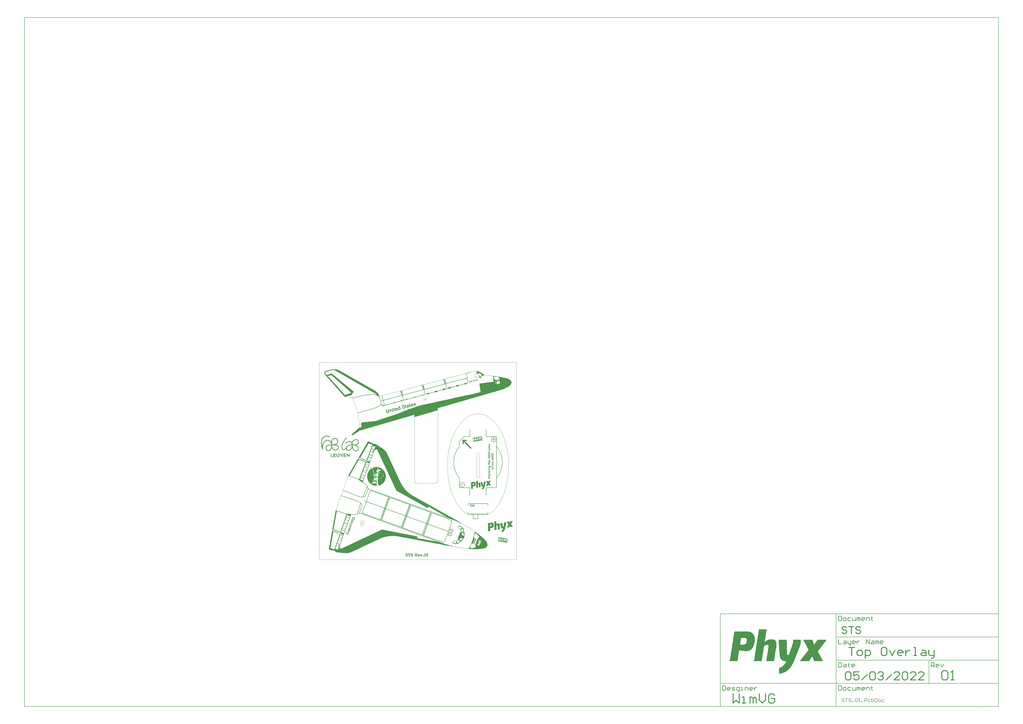
<source format=gto>
G04*
G04 #@! TF.GenerationSoftware,Altium Limited,Altium Designer,22.2.1 (43)*
G04*
G04 Layer_Color=65535*
%FSLAX25Y25*%
%MOIN*%
G70*
G04*
G04 #@! TF.SameCoordinates,09E568D2-82FC-486A-A2B8-6DB2FCDF8EDF*
G04*
G04*
G04 #@! TF.FilePolarity,Positive*
G04*
G01*
G75*
%ADD10C,0.01575*%
%ADD11C,0.00787*%
%ADD12C,0.00591*%
%ADD17C,0.01968*%
%ADD21C,0.00394*%
%ADD22C,0.00984*%
G36*
X236393Y298384D02*
X236454Y298177D01*
X236443Y298066D01*
X236332Y297952D01*
X236129Y297837D01*
X235573Y297637D01*
X233383Y297030D01*
X232074Y296705D01*
X231645Y296662D01*
X231535Y296683D01*
X231415Y296766D01*
X231323Y297150D01*
X231332Y297155D01*
X231675Y297314D01*
X235643Y298378D01*
X236139Y298477D01*
X236357Y298484D01*
X236393Y298384D01*
D02*
G37*
G36*
X276206Y291986D02*
X281686Y291197D01*
X281735Y290565D01*
X277389Y291192D01*
X277452Y290827D01*
X276788Y290906D01*
X277468Y286141D01*
X279293Y286738D01*
X279855Y284639D01*
X285098Y286067D01*
X286484Y285994D01*
X285624Y289375D01*
X284008Y289752D01*
X283740Y290874D01*
X285498Y290586D01*
X290122Y289690D01*
X290123Y289690D01*
X290123Y289690D01*
X293931Y288966D01*
X299156Y287751D01*
X300391Y287326D01*
X300782Y287166D01*
X301554Y286815D01*
X302310Y286432D01*
X303050Y286020D01*
X303412Y285800D01*
X303601Y285682D01*
X303968Y285430D01*
X304323Y285162D01*
X304666Y284878D01*
X304831Y284729D01*
X304831Y284729D01*
X304831Y284729D01*
X304989Y284588D01*
X305281Y284283D01*
X305551Y283957D01*
X305795Y283612D01*
X305905Y283432D01*
D01*
X306010Y283256D01*
X306181Y282884D01*
X306312Y282495D01*
X306399Y282095D01*
X306421Y281891D01*
X306421Y281891D01*
X306421Y281891D01*
X306494Y281238D01*
X306410Y280532D01*
X306356Y280206D01*
X306178Y279566D01*
X305933Y278950D01*
X305622Y278364D01*
X305436Y278089D01*
X305436Y278089D01*
X305436Y278088D01*
X305341Y277942D01*
X305143Y277657D01*
X304937Y277378D01*
X304721Y277105D01*
X304609Y276972D01*
X304609Y276972D01*
X304609Y276972D01*
X304498Y276840D01*
X304270Y276581D01*
X304035Y276327D01*
X303796Y276079D01*
X303674Y275957D01*
X303674Y275957D01*
X303674Y275957D01*
X303558Y275842D01*
X303323Y275616D01*
X303083Y275393D01*
X302841Y275174D01*
X302719Y275066D01*
X301309Y273922D01*
X292663Y269709D01*
X239401Y254451D01*
D01*
X181346Y237819D01*
X181337Y237813D01*
X181327Y237809D01*
X181325Y237803D01*
X181320Y237799D01*
X181319Y237788D01*
X181315Y237778D01*
Y233829D01*
X142345Y222485D01*
X142030Y222721D01*
X142030Y226398D01*
X142030Y226398D01*
X142027Y226404D01*
X142028Y226410D01*
X142028Y226410D01*
X142022Y226418D01*
X142017Y226428D01*
X142012Y226431D01*
X142008Y226435D01*
X141997Y226437D01*
X141987Y226441D01*
X141982Y226438D01*
X141976Y226439D01*
X141975Y226439D01*
X141636Y226342D01*
X50143Y200184D01*
X50141Y200183D01*
X50138Y200183D01*
X49551Y199934D01*
X49547Y199930D01*
X49543Y199929D01*
X46826Y198077D01*
X44087Y196356D01*
X39326Y193474D01*
X36296Y191675D01*
X36036Y191527D01*
X35777Y191509D01*
X35180Y192370D01*
X35162Y192630D01*
X47703Y203970D01*
X47708Y203980D01*
X47715Y203988D01*
X47781Y204187D01*
X51996Y205009D01*
X51497Y212954D01*
X77535Y215765D01*
X80200Y216915D01*
X88579Y219654D01*
X102924Y224297D01*
X111290Y226941D01*
X112469Y227414D01*
X115663Y228804D01*
X118710Y230081D01*
X122668Y231703D01*
X125762Y233028D01*
X129290Y234459D01*
X132370Y235609D01*
X136377Y237205D01*
X141447Y238855D01*
X147392Y240658D01*
X156301Y242937D01*
X160979Y244052D01*
X165463Y245041D01*
X172045Y246479D01*
X180291Y248311D01*
X185393Y249512D01*
X191299Y250724D01*
X198322Y252226D01*
X204181Y253482D01*
X210734Y254951D01*
X216742Y256285D01*
X220259Y257094D01*
X223701Y257834D01*
X227887Y258749D01*
X232473Y259734D01*
X238155Y260888D01*
X238162Y260890D01*
X238155Y260927D01*
X240900Y261456D01*
X254207Y264701D01*
X253834Y267539D01*
X252307Y279159D01*
X274479Y282219D01*
X275477Y282348D01*
X276443Y282650D01*
X275309Y292013D01*
X275304Y292086D01*
X276206Y291986D01*
D02*
G37*
G36*
X247800Y300284D02*
X248744Y300137D01*
X250287Y299715D01*
X251566Y299211D01*
X252627Y298671D01*
X254274Y297702D01*
X255339Y297069D01*
X255340Y297069D01*
X255340Y297068D01*
X260364Y294167D01*
X260349Y293862D01*
X260340Y293825D01*
X260338Y293825D01*
X259979Y293786D01*
X259672Y293699D01*
X259320Y293401D01*
X259230Y293012D01*
X259180Y292770D01*
X259189Y292459D01*
X258802Y292401D01*
X258430Y292335D01*
X258009Y292242D01*
X257591Y292124D01*
X257041Y291930D01*
X255952Y291255D01*
X255248Y290587D01*
X255131Y290473D01*
X254774Y289930D01*
X254644Y289497D01*
X254616Y289121D01*
X254718Y288563D01*
X254629Y288454D01*
X254487Y288335D01*
X253602Y288879D01*
X252420Y289469D01*
X250452Y289764D01*
X246318Y290158D01*
X245629Y290257D01*
X245039Y290650D01*
X244743Y290946D01*
X244546Y291577D01*
X244428Y294292D01*
X244448Y294882D01*
X244546Y295178D01*
X244743Y295473D01*
X245137Y295768D01*
X245629Y295965D01*
X247794Y296457D01*
X247945Y297195D01*
X247042Y300099D01*
X247242Y300343D01*
X247800Y300284D01*
D02*
G37*
G36*
X247917Y285727D02*
X247915Y285727D01*
X247911Y285728D01*
X247906Y285726D01*
X247898Y285726D01*
X247877Y285722D01*
X247767Y285693D01*
X247756Y285688D01*
X247743Y285684D01*
X247714Y285673D01*
X247682Y285661D01*
X247647Y285644D01*
X247614Y285625D01*
X247586Y285605D01*
X247583Y285602D01*
X247575Y285594D01*
X247561Y285583D01*
X247547Y285566D01*
X247532Y285547D01*
X247516Y285526D01*
X247501Y285501D01*
X247489Y285475D01*
X247487Y285473D01*
X247484Y285462D01*
X247481Y285448D01*
X247474Y285430D01*
X247471Y285408D01*
X247466Y285384D01*
X247464Y285357D01*
X247464Y285329D01*
X247465Y285325D01*
X247465Y285316D01*
X247465Y285301D01*
X247468Y285283D01*
X247471Y285259D01*
X247474Y285235D01*
X247486Y285182D01*
X247723Y284300D01*
X247276Y284180D01*
X246821Y285876D01*
X247249Y285991D01*
X247327Y285697D01*
X247333Y285699D01*
X247333Y285703D01*
X247337Y285711D01*
X247340Y285725D01*
X247345Y285744D01*
X247350Y285766D01*
X247357Y285790D01*
X247373Y285842D01*
X247374Y285846D01*
X247378Y285854D01*
X247383Y285869D01*
X247390Y285886D01*
X247397Y285907D01*
X247409Y285928D01*
X247421Y285952D01*
X247436Y285975D01*
X247437Y285977D01*
X247444Y285987D01*
X247452Y285998D01*
X247465Y286013D01*
X247479Y286030D01*
X247497Y286048D01*
X247518Y286069D01*
X247541Y286086D01*
X247545Y286089D01*
X247552Y286095D01*
X247567Y286103D01*
X247586Y286115D01*
X247610Y286127D01*
X247639Y286139D01*
X247671Y286151D01*
X247708Y286163D01*
X247736Y286170D01*
X247752Y286173D01*
X247756Y286174D01*
X247766Y286175D01*
X247779Y286176D01*
X247796Y286179D01*
X247917Y285727D01*
D02*
G37*
G36*
X249441Y284790D02*
X249442Y284789D01*
X249441Y284779D01*
X249440Y284766D01*
X249438Y284748D01*
X249436Y284727D01*
X249435Y284702D01*
X249433Y284673D01*
X249430Y284644D01*
X249425Y284579D01*
X249417Y284509D01*
X249411Y284441D01*
X249406Y284410D01*
X249403Y284379D01*
X249403Y284377D01*
X249402Y284373D01*
X249401Y284363D01*
X249398Y284353D01*
X249396Y284339D01*
X249394Y284326D01*
X249387Y284290D01*
X249379Y284250D01*
X249367Y284209D01*
X249354Y284168D01*
X249337Y284131D01*
X249335Y284127D01*
X249328Y284116D01*
X249317Y284100D01*
X249304Y284079D01*
X249284Y284055D01*
X249262Y284032D01*
X249236Y284010D01*
X249205Y283990D01*
X249204Y283990D01*
X249202Y283988D01*
X249197Y283986D01*
X249190Y283983D01*
X249180Y283978D01*
X249170Y283974D01*
X249159Y283968D01*
X249145Y283963D01*
X249111Y283948D01*
X249072Y283934D01*
X249026Y283920D01*
X248974Y283904D01*
X248913Y283888D01*
X248873Y283879D01*
X248854Y283874D01*
X248841Y283872D01*
X248808Y283863D01*
X248771Y283855D01*
X248675Y284214D01*
X248678Y284215D01*
X248686Y284215D01*
X248698Y284216D01*
X248713Y284218D01*
X248727Y284222D01*
X248743Y284225D01*
X248785Y284236D01*
X248799Y284241D01*
X248816Y284246D01*
X248834Y284253D01*
X248870Y284266D01*
X248871Y284266D01*
X248878Y284270D01*
X248886Y284274D01*
X248896Y284280D01*
X248919Y284298D01*
X248931Y284311D01*
X248943Y284323D01*
X248944Y284326D01*
X248947Y284330D01*
X248952Y284337D01*
X248959Y284348D01*
X248965Y284361D01*
X248972Y284378D01*
X248978Y284397D01*
X248982Y284417D01*
X248983Y284419D01*
X248985Y284427D01*
X248985Y284440D01*
X248988Y284458D01*
X248988Y284478D01*
X248989Y284503D01*
X248988Y284533D01*
X248987Y284565D01*
X247890Y286165D01*
X248387Y286298D01*
X249087Y285144D01*
X249092Y285145D01*
X249105Y286490D01*
X249577Y286617D01*
X249441Y284790D01*
D02*
G37*
G36*
X244644Y283475D02*
X244175Y283349D01*
X243110Y284884D01*
X243607Y285017D01*
X244294Y283860D01*
X244301Y283861D01*
X244326Y285210D01*
X244801Y285337D01*
X244644Y283475D01*
D02*
G37*
G36*
X245999Y285664D02*
X246006Y285664D01*
X246018Y285663D01*
X246031Y285661D01*
X246047Y285660D01*
X246064Y285658D01*
X246084Y285654D01*
X246130Y285646D01*
X246180Y285633D01*
X246232Y285615D01*
X246287Y285592D01*
X246289Y285591D01*
X246294Y285588D01*
X246302Y285585D01*
X246312Y285578D01*
X246325Y285570D01*
X246341Y285561D01*
X246357Y285549D01*
X246377Y285537D01*
X246396Y285521D01*
X246418Y285503D01*
X246442Y285485D01*
X246465Y285463D01*
X246488Y285440D01*
X246514Y285415D01*
X246538Y285388D01*
X246561Y285358D01*
X246563Y285357D01*
X246567Y285350D01*
X246573Y285341D01*
X246582Y285328D01*
X246592Y285312D01*
X246605Y285293D01*
X246619Y285268D01*
X246635Y285243D01*
X246651Y285213D01*
X246668Y285178D01*
X246685Y285141D01*
X246701Y285102D01*
X246719Y285058D01*
X246735Y285011D01*
X246752Y284961D01*
X246766Y284908D01*
X246787Y284829D01*
X245622Y284517D01*
X245622Y284515D01*
X245624Y284508D01*
X245629Y284498D01*
X245634Y284484D01*
X245641Y284467D01*
X245650Y284449D01*
X245660Y284425D01*
X245670Y284401D01*
X245671Y284398D01*
X245675Y284390D01*
X245682Y284377D01*
X245692Y284360D01*
X245705Y284341D01*
X245721Y284321D01*
X245739Y284299D01*
X245759Y284278D01*
X245762Y284276D01*
X245769Y284270D01*
X245783Y284260D01*
X245799Y284248D01*
X245820Y284234D01*
X245846Y284221D01*
X245876Y284208D01*
X245907Y284198D01*
X245909Y284198D01*
X245911Y284197D01*
X245917Y284196D01*
X245923Y284194D01*
X245942Y284192D01*
X245970Y284190D01*
X246002Y284189D01*
X246041Y284192D01*
X246084Y284198D01*
X246132Y284209D01*
X246148Y284213D01*
X246165Y284220D01*
X246189Y284230D01*
X246214Y284242D01*
X246241Y284259D01*
X246270Y284278D01*
X246297Y284302D01*
X246299Y284303D01*
X246301Y284305D01*
X246309Y284315D01*
X246320Y284329D01*
X246334Y284350D01*
X246346Y284374D01*
X246357Y284403D01*
X246365Y284435D01*
X246369Y284472D01*
X246829Y284595D01*
X246830Y284594D01*
X246829Y284588D01*
X246828Y284580D01*
X246828Y284567D01*
X246827Y284554D01*
X246825Y284536D01*
X246824Y284517D01*
X246820Y284497D01*
X246814Y284450D01*
X246804Y284402D01*
X246789Y284351D01*
X246772Y284303D01*
X246772Y284301D01*
X246770Y284297D01*
X246766Y284290D01*
X246763Y284282D01*
X246750Y284258D01*
X246735Y284229D01*
X246714Y284195D01*
X246690Y284159D01*
X246662Y284121D01*
X246633Y284085D01*
X246631Y284084D01*
X246628Y284080D01*
X246623Y284077D01*
X246618Y284070D01*
X246610Y284062D01*
X246600Y284053D01*
X246577Y284032D01*
X246549Y284010D01*
X246516Y283984D01*
X246481Y283961D01*
X246442Y283938D01*
X246440Y283937D01*
X246437Y283935D01*
X246432Y283933D01*
X246424Y283929D01*
X246414Y283925D01*
X246404Y283918D01*
X246375Y283907D01*
X246343Y283892D01*
X246308Y283877D01*
X246268Y283865D01*
X246228Y283852D01*
X246198Y283844D01*
X246182Y283841D01*
X246162Y283836D01*
X246141Y283833D01*
X246117Y283828D01*
X246092Y283825D01*
X246065Y283820D01*
X246006Y283813D01*
X245944Y283808D01*
X245881Y283808D01*
X245880Y283808D01*
X245874Y283808D01*
X245864Y283809D01*
X245853Y283810D01*
X245839Y283812D01*
X245822Y283813D01*
X245802Y283817D01*
X245780Y283821D01*
X245732Y283830D01*
X245679Y283845D01*
X245625Y283864D01*
X245571Y283889D01*
X245569Y283890D01*
X245565Y283893D01*
X245558Y283897D01*
X245547Y283903D01*
X245535Y283913D01*
X245521Y283923D01*
X245504Y283935D01*
X245486Y283949D01*
X245466Y283965D01*
X245447Y283982D01*
X245426Y284003D01*
X245404Y284023D01*
X245382Y284048D01*
X245360Y284074D01*
X245338Y284100D01*
X245317Y284130D01*
X245316Y284132D01*
X245311Y284138D01*
X245307Y284146D01*
X245298Y284159D01*
X245288Y284175D01*
X245277Y284194D01*
X245265Y284218D01*
X245252Y284244D01*
X245237Y284272D01*
X245223Y284304D01*
X245208Y284338D01*
X245192Y284377D01*
X245176Y284416D01*
X245162Y284460D01*
X245147Y284504D01*
X245134Y284552D01*
X245133Y284554D01*
X245131Y284561D01*
X245128Y284573D01*
X245126Y284588D01*
X245121Y284607D01*
X245117Y284630D01*
X245111Y284657D01*
X245105Y284687D01*
X245105Y284689D01*
X245104Y284691D01*
X245105Y284697D01*
X245103Y284702D01*
X245100Y284720D01*
X245099Y284744D01*
X245096Y284772D01*
X245095Y284803D01*
X245095Y284839D01*
X245094Y284877D01*
X245093Y284878D01*
X245094Y284882D01*
X245095Y284886D01*
X245095Y284894D01*
X245097Y284915D01*
X245099Y284942D01*
X245103Y284975D01*
X245109Y285012D01*
X245115Y285052D01*
X245125Y285092D01*
X245124Y285094D01*
X245126Y285096D01*
X245128Y285102D01*
X245131Y285111D01*
X245138Y285133D01*
X245148Y285160D01*
X245162Y285192D01*
X245179Y285229D01*
X245200Y285267D01*
X245224Y285305D01*
X245225Y285308D01*
X245227Y285310D01*
X245231Y285315D01*
X245236Y285324D01*
X245244Y285331D01*
X245252Y285343D01*
X245273Y285367D01*
X245301Y285398D01*
X245334Y285429D01*
X245371Y285461D01*
X245413Y285493D01*
X245415Y285494D01*
X245418Y285497D01*
X245426Y285502D01*
X245433Y285508D01*
X245447Y285516D01*
X245460Y285523D01*
X245476Y285533D01*
X245496Y285544D01*
X245516Y285553D01*
X245539Y285565D01*
X245564Y285575D01*
X245591Y285588D01*
X245651Y285610D01*
X245718Y285630D01*
X245739Y285635D01*
X245751Y285637D01*
X245765Y285641D01*
X245782Y285643D01*
X245798Y285646D01*
X245839Y285653D01*
X245885Y285658D01*
X245937Y285662D01*
X245991Y285663D01*
X245993Y285664D01*
X245999Y285664D01*
D02*
G37*
G36*
X238785Y283717D02*
X238828Y283714D01*
X238875Y283708D01*
X238921Y283697D01*
X238923Y283698D01*
X238927Y283695D01*
X238933Y283693D01*
X238941Y283692D01*
X238966Y283683D01*
X238996Y283670D01*
X239032Y283654D01*
X239070Y283634D01*
X239111Y283607D01*
X239151Y283576D01*
X239153Y283575D01*
X239156Y283572D01*
X239161Y283568D01*
X239169Y283560D01*
X239177Y283551D01*
X239187Y283539D01*
X239199Y283525D01*
X239211Y283509D01*
X239224Y283492D01*
X239237Y283473D01*
X239250Y283452D01*
X239264Y283428D01*
X239279Y283403D01*
X239292Y283375D01*
X239316Y283313D01*
X238878Y283196D01*
X238878Y283198D01*
X238874Y283203D01*
X238873Y283209D01*
X238866Y283219D01*
X238861Y283231D01*
X238854Y283244D01*
X238836Y283269D01*
X238835Y283271D01*
X238832Y283276D01*
X238827Y283282D01*
X238819Y283291D01*
X238798Y283310D01*
X238771Y283329D01*
X238769Y283330D01*
X238764Y283333D01*
X238755Y283338D01*
X238743Y283343D01*
X238728Y283348D01*
X238710Y283352D01*
X238690Y283357D01*
X238669Y283358D01*
X238666Y283360D01*
X238657Y283359D01*
X238644Y283359D01*
X238627Y283359D01*
X238605Y283356D01*
X238580Y283352D01*
X238551Y283348D01*
X238488Y283331D01*
X238467Y283323D01*
X238443Y283315D01*
X238419Y283305D01*
X238398Y283293D01*
X238376Y283282D01*
X238375Y283281D01*
X238369Y283276D01*
X238359Y283270D01*
X238349Y283263D01*
X238324Y283244D01*
X238315Y283231D01*
X238305Y283219D01*
X238303Y283217D01*
X238300Y283214D01*
X238298Y283208D01*
X238293Y283199D01*
X238285Y283180D01*
X238282Y283168D01*
X238282Y283157D01*
X238282Y283155D01*
X238281Y283151D01*
X238283Y283146D01*
X238283Y283138D01*
X238286Y283120D01*
X238290Y283099D01*
X238291Y283095D01*
X238294Y283089D01*
X238299Y283077D01*
X238310Y283065D01*
X238324Y283049D01*
X238342Y283037D01*
X238366Y283025D01*
X238379Y283021D01*
X238394Y283017D01*
X238396Y283018D01*
X238399Y283017D01*
X238410Y283016D01*
X238428Y283013D01*
X238453Y283010D01*
X238483Y283009D01*
X238520Y283008D01*
X238561Y283007D01*
X238606Y283008D01*
X238608Y283009D01*
X238612Y283008D01*
X238619Y283010D01*
X238628Y283010D01*
X238640Y283010D01*
X238654Y283012D01*
X238669Y283012D01*
X238688Y283013D01*
X238728Y283016D01*
X238773Y283017D01*
X238823Y283021D01*
X238877Y283024D01*
X238879Y283025D01*
X238884Y283024D01*
X238892Y283025D01*
X238901Y283025D01*
X238914Y283027D01*
X238931Y283027D01*
X238948Y283026D01*
X238966Y283028D01*
X239008Y283026D01*
X239056Y283023D01*
X239107Y283018D01*
X239156Y283010D01*
X239158Y283011D01*
X239161Y283010D01*
X239169Y283008D01*
X239178Y283005D01*
X239190Y283002D01*
X239204Y282999D01*
X239236Y282991D01*
X239272Y282977D01*
X239312Y282960D01*
X239354Y282939D01*
X239393Y282914D01*
X239395Y282912D01*
X239397Y282911D01*
X239402Y282907D01*
X239410Y282899D01*
X239417Y282892D01*
X239427Y282883D01*
X239438Y282871D01*
X239451Y282858D01*
X239462Y282844D01*
X239475Y282826D01*
X239498Y282787D01*
X239520Y282741D01*
X239531Y282713D01*
X239539Y282685D01*
X239539Y282683D01*
X239541Y282677D01*
X239543Y282668D01*
X239545Y282653D01*
X239550Y282637D01*
X239553Y282619D01*
X239555Y282597D01*
X239557Y282575D01*
X239561Y282525D01*
X239560Y282471D01*
X239554Y282416D01*
X239548Y282390D01*
X239540Y282363D01*
X239541Y282362D01*
X239538Y282357D01*
X239536Y282351D01*
X239531Y282340D01*
X239521Y282317D01*
X239505Y282284D01*
X239484Y282249D01*
X239459Y282210D01*
X239429Y282172D01*
X239394Y282134D01*
X239392Y282134D01*
X239389Y282131D01*
X239385Y282126D01*
X239378Y282118D01*
X239368Y282112D01*
X239358Y282102D01*
X239343Y282092D01*
X239329Y282081D01*
X239298Y282057D01*
X239260Y282032D01*
X239217Y282008D01*
X239172Y281986D01*
X239170Y281985D01*
X239167Y281983D01*
X239160Y281981D01*
X239152Y281977D01*
X239140Y281972D01*
X239128Y281967D01*
X239099Y281955D01*
X239064Y281940D01*
X239028Y281927D01*
X238990Y281914D01*
X238951Y281902D01*
X238927Y281896D01*
X238912Y281894D01*
X238881Y281885D01*
X238861Y281882D01*
X238816Y281874D01*
X238765Y281866D01*
X238711Y281859D01*
X238654Y281853D01*
X238652Y281852D01*
X238646Y281853D01*
X238639Y281853D01*
X238628Y281851D01*
X238615Y281852D01*
X238599Y281851D01*
X238580Y281852D01*
X238562Y281853D01*
X238518Y281854D01*
X238469Y281860D01*
X238418Y281867D01*
X238368Y281878D01*
X238366Y281877D01*
X238362Y281880D01*
X238356Y281882D01*
X238346Y281885D01*
X238335Y281890D01*
X238321Y281893D01*
X238289Y281908D01*
X238252Y281926D01*
X238212Y281947D01*
X238171Y281974D01*
X238130Y282006D01*
X238130Y282008D01*
X238125Y282011D01*
X238120Y282017D01*
X238112Y282024D01*
X238104Y282033D01*
X238095Y282046D01*
X238084Y282060D01*
X238072Y282076D01*
X238060Y282093D01*
X238047Y282112D01*
X238034Y282133D01*
X238022Y282158D01*
X237997Y282210D01*
X237977Y282271D01*
X238436Y282393D01*
X238436Y282392D01*
X238437Y282388D01*
X238438Y282383D01*
X238442Y282376D01*
X238449Y282356D01*
X238463Y282333D01*
X238479Y282307D01*
X238501Y282281D01*
X238529Y282256D01*
X238545Y282246D01*
X238563Y282235D01*
X238564Y282236D01*
X238567Y282233D01*
X238573Y282231D01*
X238581Y282229D01*
X238592Y282226D01*
X238606Y282222D01*
X238621Y282221D01*
X238639Y282218D01*
X238660Y282216D01*
X238683Y282217D01*
X238707Y282216D01*
X238735Y282218D01*
X238766Y282222D01*
X238798Y282227D01*
X238835Y282233D01*
X238887Y282247D01*
X238903Y282253D01*
X238922Y282258D01*
X238944Y282266D01*
X238966Y282276D01*
X238989Y282288D01*
X239009Y282298D01*
X239011Y282301D01*
X239017Y282304D01*
X239027Y282311D01*
X239038Y282319D01*
X239062Y282341D01*
X239074Y282353D01*
X239084Y282365D01*
X239085Y282368D01*
X239087Y282372D01*
X239091Y282379D01*
X239096Y282388D01*
X239106Y282409D01*
X239110Y282421D01*
X239112Y282434D01*
X239112Y282435D01*
X239113Y282439D01*
X239115Y282446D01*
X239114Y282455D01*
X239115Y282474D01*
X239111Y282493D01*
X239110Y282497D01*
X239106Y282505D01*
X239101Y282517D01*
X239090Y282531D01*
X239077Y282546D01*
X239058Y282560D01*
X239034Y282571D01*
X239019Y282576D01*
X239004Y282580D01*
X239000Y282580D01*
X238988Y282583D01*
X238970Y282584D01*
X238945Y282587D01*
X238914Y282590D01*
X238878Y282591D01*
X238837Y282591D01*
X238792Y282589D01*
X238790Y282588D01*
X238786Y282589D01*
X238779Y282589D01*
X238771Y282589D01*
X238758Y282587D01*
X238745Y282588D01*
X238731Y282586D01*
X238712Y282584D01*
X238673Y282583D01*
X238627Y282580D01*
X238579Y282577D01*
X238525Y282574D01*
X238523Y282573D01*
X238519Y282574D01*
X238510Y282574D01*
X238500Y282573D01*
X238487Y282573D01*
X238472Y282573D01*
X238455Y282572D01*
X238436Y282573D01*
X238393Y282574D01*
X238347Y282577D01*
X238297Y282580D01*
X238248Y282588D01*
X238246Y282588D01*
X238242Y282588D01*
X238236Y282591D01*
X238226Y282593D01*
X238213Y282596D01*
X238201Y282600D01*
X238171Y282609D01*
X238133Y282621D01*
X238094Y282639D01*
X238053Y282659D01*
X238015Y282684D01*
X238014Y282686D01*
X238010Y282688D01*
X238005Y282693D01*
X237998Y282698D01*
X237990Y282705D01*
X237980Y282716D01*
X237969Y282728D01*
X237958Y282740D01*
X237946Y282756D01*
X237934Y282773D01*
X237922Y282793D01*
X237910Y282814D01*
X237888Y282861D01*
X237879Y282889D01*
X237870Y282916D01*
X237869Y282918D01*
X237869Y282920D01*
X237867Y282925D01*
X237865Y282932D01*
X237862Y282952D01*
X237857Y282977D01*
X237853Y283006D01*
X237851Y283041D01*
X237849Y283078D01*
X237849Y283118D01*
X237849Y283120D01*
X237850Y283124D01*
X237850Y283130D01*
X237852Y283138D01*
X237854Y283159D01*
X237860Y283185D01*
X237866Y283217D01*
X237877Y283254D01*
X237892Y283292D01*
X237911Y283331D01*
X237912Y283333D01*
X237914Y283335D01*
X237917Y283342D01*
X237921Y283348D01*
X237936Y283369D01*
X237954Y283395D01*
X237980Y283424D01*
X238009Y283459D01*
X238045Y283493D01*
X238087Y283526D01*
X238088Y283527D01*
X238093Y283530D01*
X238099Y283536D01*
X238109Y283542D01*
X238120Y283549D01*
X238135Y283558D01*
X238151Y283568D01*
X238171Y283579D01*
X238192Y283589D01*
X238216Y283601D01*
X238242Y283613D01*
X238269Y283625D01*
X238300Y283636D01*
X238333Y283649D01*
X238403Y283670D01*
X238436Y283679D01*
X238449Y283680D01*
X238482Y283689D01*
X238520Y283695D01*
X238565Y283704D01*
X238612Y283711D01*
X238661Y283716D01*
X238663Y283717D01*
X238667Y283716D01*
X238674Y283718D01*
X238685Y283719D01*
X238697Y283718D01*
X238712Y283718D01*
X238745Y283720D01*
X238785Y283717D01*
D02*
G37*
G36*
X240492Y284197D02*
X240499Y284198D01*
X240509Y284198D01*
X240520Y284197D01*
X240535Y284198D01*
X240568Y284195D01*
X240608Y284193D01*
X240653Y284186D01*
X240699Y284176D01*
X240748Y284162D01*
X240750Y284163D01*
X240754Y284160D01*
X240761Y284158D01*
X240771Y284154D01*
X240782Y284149D01*
X240797Y284143D01*
X240829Y284128D01*
X240866Y284107D01*
X240907Y284083D01*
X240951Y284051D01*
X240995Y284014D01*
X240998Y284013D01*
X241000Y284010D01*
X241006Y284003D01*
X241014Y283994D01*
X241024Y283984D01*
X241035Y283970D01*
X241049Y283955D01*
X241061Y283937D01*
X241076Y283917D01*
X241091Y283894D01*
X241107Y283871D01*
X241122Y283844D01*
X241137Y283816D01*
X241153Y283785D01*
X241167Y283753D01*
X241180Y283717D01*
X240727Y283595D01*
X240726Y283597D01*
X240723Y283602D01*
X240719Y283610D01*
X240715Y283620D01*
X240708Y283632D01*
X240698Y283646D01*
X240679Y283677D01*
X240678Y283678D01*
X240673Y283684D01*
X240667Y283692D01*
X240658Y283703D01*
X240648Y283715D01*
X240635Y283727D01*
X240605Y283753D01*
X240603Y283754D01*
X240598Y283759D01*
X240589Y283764D01*
X240578Y283772D01*
X240563Y283779D01*
X240545Y283788D01*
X240527Y283794D01*
X240506Y283800D01*
X240504Y283801D01*
X240496Y283803D01*
X240484Y283804D01*
X240469Y283805D01*
X240450Y283806D01*
X240429Y283806D01*
X240404Y283801D01*
X240379Y283796D01*
X240339Y283785D01*
X240320Y283778D01*
X240296Y283768D01*
X240270Y283754D01*
X240244Y283737D01*
X240217Y283717D01*
X240195Y283694D01*
X240192Y283691D01*
X240187Y283682D01*
X240176Y283668D01*
X240166Y283650D01*
X240152Y283630D01*
X240139Y283604D01*
X240127Y283576D01*
X240118Y283545D01*
X240118Y283541D01*
X240115Y283531D01*
X240114Y283514D01*
X240110Y283492D01*
X240107Y283467D01*
X240106Y283438D01*
X240105Y283406D01*
X240106Y283372D01*
X240107Y283371D01*
X240107Y283369D01*
X240108Y283358D01*
X240109Y283339D01*
X240113Y283318D01*
X240117Y283292D01*
X240121Y283263D01*
X240135Y283203D01*
X240136Y283200D01*
X240138Y283191D01*
X240142Y283177D01*
X240147Y283155D01*
X240155Y283133D01*
X240163Y283105D01*
X240173Y283074D01*
X240184Y283039D01*
X240185Y283037D01*
X240185Y283036D01*
X240188Y283031D01*
X240190Y283024D01*
X240197Y283007D01*
X240207Y282983D01*
X240219Y282958D01*
X240234Y282930D01*
X240254Y282899D01*
X240273Y282871D01*
X240273Y282869D01*
X240276Y282868D01*
X240284Y282858D01*
X240295Y282844D01*
X240311Y282826D01*
X240333Y282808D01*
X240357Y282788D01*
X240383Y282768D01*
X240414Y282752D01*
X240418Y282751D01*
X240428Y282747D01*
X240447Y282740D01*
X240473Y282736D01*
X240504Y282733D01*
X240540Y282731D01*
X240581Y282735D01*
X240627Y282745D01*
X240641Y282749D01*
X240656Y282755D01*
X240677Y282762D01*
X240697Y282773D01*
X240720Y282785D01*
X240740Y282800D01*
X240760Y282817D01*
X240761Y282819D01*
X240769Y282826D01*
X240778Y282836D01*
X240788Y282848D01*
X240798Y282864D01*
X240810Y282883D01*
X240822Y282903D01*
X240831Y282924D01*
X240832Y282926D01*
X240834Y282934D01*
X240839Y282945D01*
X240843Y282959D01*
X240847Y282977D01*
X240852Y282996D01*
X240854Y283015D01*
X240856Y283036D01*
X240855Y283038D01*
X240855Y283046D01*
X240856Y283055D01*
X240857Y283068D01*
X240855Y283096D01*
X240853Y283109D01*
X240850Y283121D01*
X241304Y283243D01*
X241304Y283241D01*
X241306Y283234D01*
X241306Y283225D01*
X241308Y283210D01*
X241309Y283194D01*
X241313Y283174D01*
X241313Y283151D01*
X241314Y283127D01*
X241315Y283123D01*
X241313Y283116D01*
X241314Y283101D01*
X241313Y283082D01*
X241312Y283059D01*
X241309Y283033D01*
X241305Y283004D01*
X241300Y282975D01*
X241299Y282970D01*
X241296Y282960D01*
X241294Y282943D01*
X241288Y282922D01*
X241282Y282896D01*
X241273Y282865D01*
X241261Y282834D01*
X241249Y282801D01*
X241248Y282797D01*
X241242Y282785D01*
X241233Y282768D01*
X241222Y282746D01*
X241206Y282719D01*
X241190Y282691D01*
X241168Y282660D01*
X241144Y282629D01*
X241142Y282629D01*
X241141Y282627D01*
X241137Y282622D01*
X241132Y282617D01*
X241116Y282601D01*
X241097Y282581D01*
X241071Y282559D01*
X241041Y282534D01*
X241007Y282508D01*
X240968Y282482D01*
X240967Y282482D01*
X240964Y282479D01*
X240957Y282476D01*
X240949Y282471D01*
X240939Y282465D01*
X240926Y282458D01*
X240913Y282451D01*
X240896Y282444D01*
X240877Y282435D01*
X240857Y282426D01*
X240813Y282407D01*
X240762Y282389D01*
X240706Y282372D01*
X240683Y282366D01*
X240665Y282363D01*
X240646Y282358D01*
X240621Y282353D01*
X240593Y282350D01*
X240564Y282346D01*
X240533Y282341D01*
X240500Y282338D01*
X240430Y282334D01*
X240359Y282338D01*
X240324Y282342D01*
X240290Y282348D01*
X240288Y282349D01*
X240283Y282349D01*
X240274Y282353D01*
X240262Y282355D01*
X240246Y282360D01*
X240229Y282365D01*
X240188Y282381D01*
X240142Y282400D01*
X240093Y282425D01*
X240043Y282455D01*
X239996Y282489D01*
X239994Y282491D01*
X239991Y282494D01*
X239984Y282499D01*
X239976Y282508D01*
X239966Y282517D01*
X239955Y282529D01*
X239942Y282543D01*
X239928Y282560D01*
X239898Y282595D01*
X239867Y282636D01*
X239834Y282681D01*
X239805Y282732D01*
X239805Y282734D01*
X239801Y282739D01*
X239798Y282745D01*
X239793Y282757D01*
X239788Y282769D01*
X239780Y282784D01*
X239772Y282800D01*
X239765Y282819D01*
X239746Y282861D01*
X239728Y282907D01*
X239711Y282956D01*
X239696Y283006D01*
X239695Y283008D01*
X239693Y283015D01*
X239690Y283026D01*
X239686Y283041D01*
X239683Y283059D01*
X239678Y283081D01*
X239673Y283106D01*
X239668Y283131D01*
X239664Y283160D01*
X239658Y283190D01*
X239649Y283258D01*
X239642Y283325D01*
X239640Y283396D01*
X239640Y283398D01*
X239640Y283404D01*
X239641Y283415D01*
X239641Y283429D01*
X239642Y283444D01*
X239643Y283463D01*
X239645Y283484D01*
X239648Y283508D01*
X239655Y283560D01*
X239667Y283618D01*
X239682Y283675D01*
X239704Y283734D01*
X239705Y283736D01*
X239708Y283741D01*
X239711Y283749D01*
X239716Y283760D01*
X239724Y283773D01*
X239731Y283788D01*
X239742Y283804D01*
X239754Y283824D01*
X239767Y283843D01*
X239782Y283864D01*
X239816Y283909D01*
X239856Y283954D01*
X239903Y283996D01*
X239905Y283997D01*
X239909Y284002D01*
X239917Y284008D01*
X239929Y284015D01*
X239941Y284023D01*
X239957Y284035D01*
X239977Y284046D01*
X239998Y284059D01*
X240022Y284073D01*
X240049Y284086D01*
X240079Y284102D01*
X240109Y284116D01*
X240143Y284128D01*
X240179Y284142D01*
X240255Y284166D01*
X240282Y284173D01*
X240293Y284174D01*
X240321Y284180D01*
X240356Y284185D01*
X240394Y284190D01*
X240438Y284194D01*
X240486Y284198D01*
X240488Y284198D01*
X240492Y284197D01*
D02*
G37*
G36*
X237297Y283541D02*
X236851Y283421D01*
X236739Y283836D01*
X237186Y283956D01*
X237297Y283541D01*
D02*
G37*
G36*
X242427Y284690D02*
X242429Y284690D01*
X242435Y284690D01*
X242444Y284688D01*
X242456Y284686D01*
X242472Y284685D01*
X242490Y284682D01*
X242509Y284678D01*
X242531Y284674D01*
X242580Y284661D01*
X242635Y284645D01*
X242691Y284625D01*
X242747Y284598D01*
X242750Y284597D01*
X242754Y284594D01*
X242762Y284591D01*
X242772Y284584D01*
X242785Y284576D01*
X242801Y284566D01*
X242817Y284555D01*
X242836Y284541D01*
X242857Y284526D01*
X242879Y284509D01*
X242901Y284490D01*
X242923Y284470D01*
X242969Y284424D01*
X243013Y284372D01*
X243014Y284370D01*
X243019Y284366D01*
X243025Y284356D01*
X243032Y284345D01*
X243043Y284331D01*
X243054Y284313D01*
X243066Y284294D01*
X243080Y284269D01*
X243093Y284244D01*
X243108Y284214D01*
X243124Y284185D01*
X243139Y284151D01*
X243152Y284115D01*
X243166Y284077D01*
X243192Y283996D01*
X243192Y283994D01*
X243194Y283985D01*
X243198Y283973D01*
X243200Y283957D01*
X243205Y283937D01*
X243210Y283914D01*
X243215Y283887D01*
X243219Y283858D01*
X243224Y283825D01*
X243227Y283792D01*
X243233Y283722D01*
X243233Y283649D01*
X243226Y283577D01*
X243227Y283576D01*
X243225Y283569D01*
X243224Y283559D01*
X243221Y283546D01*
X243216Y283529D01*
X243212Y283509D01*
X243208Y283489D01*
X243202Y283465D01*
X243185Y283414D01*
X243166Y283358D01*
X243140Y283302D01*
X243110Y283246D01*
X243108Y283244D01*
X243106Y283240D01*
X243100Y283232D01*
X243093Y283223D01*
X243085Y283211D01*
X243074Y283197D01*
X243061Y283181D01*
X243047Y283164D01*
X243031Y283144D01*
X243014Y283126D01*
X242974Y283086D01*
X242928Y283047D01*
X242877Y283009D01*
X242876Y283009D01*
X242871Y283005D01*
X242863Y282999D01*
X242853Y282995D01*
X242839Y282985D01*
X242824Y282978D01*
X242806Y282967D01*
X242784Y282958D01*
X242762Y282946D01*
X242737Y282934D01*
X242685Y282912D01*
X242625Y282889D01*
X242562Y282870D01*
X242532Y282862D01*
X242518Y282860D01*
X242498Y282856D01*
X242479Y282851D01*
X242455Y282849D01*
X242430Y282844D01*
X242403Y282840D01*
X242346Y282835D01*
X242284Y282831D01*
X242220Y282833D01*
X242218Y282832D01*
X242212Y282833D01*
X242203Y282834D01*
X242191Y282836D01*
X242175Y282838D01*
X242158Y282840D01*
X242138Y282845D01*
X242116Y282848D01*
X242068Y282860D01*
X242013Y282875D01*
X241956Y282896D01*
X241900Y282922D01*
X241898Y282924D01*
X241893Y282926D01*
X241885Y282930D01*
X241876Y282937D01*
X241862Y282946D01*
X241846Y282955D01*
X241830Y282967D01*
X241811Y282981D01*
X241790Y282995D01*
X241770Y283014D01*
X241746Y283032D01*
X241724Y283052D01*
X241678Y283098D01*
X241634Y283151D01*
X241633Y283152D01*
X241628Y283157D01*
X241622Y283166D01*
X241615Y283177D01*
X241605Y283192D01*
X241593Y283209D01*
X241582Y283231D01*
X241568Y283254D01*
X241554Y283280D01*
X241540Y283310D01*
X241524Y283340D01*
X241510Y283373D01*
X241496Y283410D01*
X241482Y283449D01*
X241456Y283531D01*
X241455Y283534D01*
X241454Y283541D01*
X241450Y283554D01*
X241448Y283570D01*
X241442Y283589D01*
X241438Y283612D01*
X241433Y283639D01*
X241429Y283668D01*
X241424Y283699D01*
X241421Y283732D01*
X241416Y283802D01*
X241415Y283874D01*
X241421Y283945D01*
X241422Y283947D01*
X241422Y283953D01*
X241424Y283963D01*
X241427Y283977D01*
X241430Y283993D01*
X241435Y284013D01*
X241439Y284033D01*
X241445Y284057D01*
X241462Y284109D01*
X241481Y284163D01*
X241508Y284219D01*
X241538Y284274D01*
X241539Y284276D01*
X241542Y284281D01*
X241547Y284288D01*
X241554Y284297D01*
X241564Y284311D01*
X241573Y284325D01*
X241586Y284340D01*
X241600Y284357D01*
X241616Y284376D01*
X241633Y284396D01*
X241674Y284435D01*
X241720Y284475D01*
X241770Y284513D01*
X241771Y284514D01*
X241776Y284517D01*
X241784Y284523D01*
X241794Y284529D01*
X241809Y284537D01*
X241823Y284546D01*
X241841Y284557D01*
X241862Y284568D01*
X241884Y284578D01*
X241909Y284590D01*
X241961Y284614D01*
X242021Y284637D01*
X242084Y284656D01*
X242114Y284664D01*
X242128Y284666D01*
X242148Y284669D01*
X242168Y284673D01*
X242191Y284677D01*
X242216Y284682D01*
X242244Y284684D01*
X242301Y284690D01*
X242363Y284691D01*
X242427Y284690D01*
D02*
G37*
G36*
X237806Y281643D02*
X237359Y281523D01*
X236904Y283221D01*
X237351Y283341D01*
X237806Y281643D01*
D02*
G37*
G36*
X235824Y283510D02*
X235826Y283511D01*
X235832Y283510D01*
X235840Y283509D01*
X235851Y283508D01*
X235865Y283506D01*
X235881Y283503D01*
X235900Y283500D01*
X235920Y283498D01*
X235964Y283487D01*
X236013Y283476D01*
X236062Y283461D01*
X236110Y283442D01*
X236112Y283440D01*
X236116Y283440D01*
X236123Y283436D01*
X236132Y283432D01*
X236156Y283418D01*
X236185Y283401D01*
X236221Y283381D01*
X236258Y283355D01*
X236296Y283324D01*
X236333Y283291D01*
X236334Y283289D01*
X236338Y283286D01*
X236343Y283282D01*
X236349Y283274D01*
X236357Y283265D01*
X236368Y283254D01*
X236391Y283230D01*
X236416Y283200D01*
X236444Y283166D01*
X236471Y283128D01*
X236499Y283086D01*
X236500Y283084D01*
X236503Y283081D01*
X236506Y283075D01*
X236512Y283067D01*
X236517Y283057D01*
X236524Y283046D01*
X236533Y283031D01*
X236541Y283016D01*
X236559Y282982D01*
X236579Y282942D01*
X236600Y282900D01*
X236619Y282856D01*
X236620Y282855D01*
X236621Y282851D01*
X236624Y282845D01*
X236629Y282836D01*
X236631Y282826D01*
X236636Y282814D01*
X236648Y282785D01*
X236661Y282751D01*
X236673Y282713D01*
X236688Y282671D01*
X236699Y282631D01*
X236699Y282629D01*
X236700Y282626D01*
X236702Y282618D01*
X236704Y282610D01*
X236707Y282599D01*
X236711Y282585D01*
X236713Y282569D01*
X236718Y282553D01*
X236726Y282514D01*
X236735Y282469D01*
X236742Y282420D01*
X236750Y282368D01*
X236751Y282366D01*
X236752Y282362D01*
X236752Y282353D01*
X236753Y282344D01*
X236754Y282331D01*
X236757Y282315D01*
X236758Y282298D01*
X236759Y282278D01*
X236761Y282235D01*
X236763Y282187D01*
X236764Y282134D01*
X236762Y282079D01*
X236762Y282077D01*
X236761Y282073D01*
X236762Y282066D01*
X236761Y282054D01*
X236759Y282040D01*
X236757Y282025D01*
X236756Y282008D01*
X236754Y281988D01*
X236749Y281945D01*
X236741Y281898D01*
X236730Y281846D01*
X236718Y281794D01*
X236718Y281792D01*
X236716Y281787D01*
X236714Y281780D01*
X236711Y281769D01*
X236707Y281757D01*
X236701Y281742D01*
X236688Y281708D01*
X236672Y281668D01*
X236652Y281624D01*
X236627Y281577D01*
X236597Y281532D01*
X236596Y281529D01*
X236593Y281527D01*
X236589Y281520D01*
X236582Y281511D01*
X236574Y281501D01*
X236564Y281489D01*
X236553Y281474D01*
X236540Y281460D01*
X236509Y281427D01*
X236473Y281391D01*
X236432Y281354D01*
X236385Y281318D01*
X236384Y281318D01*
X236379Y281315D01*
X236373Y281309D01*
X236363Y281303D01*
X236350Y281296D01*
X236335Y281288D01*
X236317Y281277D01*
X236297Y281267D01*
X236276Y281255D01*
X236252Y281245D01*
X236226Y281232D01*
X236198Y281221D01*
X236137Y281197D01*
X236069Y281177D01*
X235077Y280911D01*
X234464Y283202D01*
X235506Y283481D01*
X235524Y283484D01*
X235544Y283488D01*
X235565Y283493D01*
X235591Y283496D01*
X235645Y283505D01*
X235704Y283510D01*
X235763Y283513D01*
X235824Y283510D01*
D02*
G37*
G36*
X230277Y278399D02*
X227064Y277538D01*
X226458Y279843D01*
X229657Y280712D01*
X230277Y278399D01*
D02*
G37*
G36*
X217000Y274830D02*
X213262Y273828D01*
X212643Y276142D01*
X216380Y277143D01*
X217000Y274830D01*
D02*
G37*
G36*
X203841Y271292D02*
X199525Y270136D01*
X199208Y271233D01*
X199069Y271196D01*
X198744Y272406D01*
X203210Y273603D01*
X203841Y271292D01*
D02*
G37*
G36*
X194470Y268781D02*
X190350Y267666D01*
X189730Y269979D01*
X193842Y271081D01*
X194470Y268781D01*
D02*
G37*
G36*
X180658Y265195D02*
X176985Y264211D01*
X176389Y266393D01*
X180073Y267380D01*
X180658Y265195D01*
D02*
G37*
G36*
X166878Y261491D02*
X163794Y260665D01*
X163198Y262846D01*
X166303Y263679D01*
X166878Y261491D01*
D02*
G37*
G36*
X155938Y259696D02*
X156463Y259750D01*
X156734Y258739D01*
X155470Y258400D01*
X155188Y259407D01*
X154686Y259272D01*
X154362Y260479D01*
X155626Y260818D01*
X155938Y259696D01*
D02*
G37*
G36*
X7213Y303481D02*
X8614Y303308D01*
X9997Y303023D01*
X11353Y302627D01*
X12672Y302124D01*
X13309Y301819D01*
X14065Y301437D01*
X14067Y301437D01*
X14068Y301435D01*
X14169Y301395D01*
X72821Y267894D01*
X75472Y266310D01*
X76126Y265878D01*
X76853Y265382D01*
X78181Y264228D01*
X79365Y262926D01*
X80390Y261495D01*
X80814Y260725D01*
X81172Y260031D01*
X81516Y259174D01*
X81833Y258205D01*
X81836Y258201D01*
X81837Y258196D01*
X81999Y257932D01*
X81743Y257633D01*
X76885Y259668D01*
X76755Y260039D01*
X77276Y260989D01*
X5404Y302339D01*
X2300Y301953D01*
X2061Y301924D01*
X-1590Y300945D01*
X-6731Y299568D01*
X-9217Y298902D01*
X-9831Y298735D01*
X-9859Y296287D01*
X-7262Y293338D01*
X1121Y296392D01*
X38710Y265474D01*
X36685Y262624D01*
X35901Y261556D01*
X35829Y261559D01*
X35988Y259667D01*
X23996Y256687D01*
X23467Y256722D01*
X22788Y257488D01*
X22787Y257489D01*
X22787Y257489D01*
X22256Y258058D01*
X-7234Y291352D01*
X-7234Y291352D01*
X-7234Y291352D01*
X-8489Y292737D01*
X-10904Y295594D01*
X-11097Y296147D01*
X-11147Y298680D01*
X-11079Y298920D01*
X-10981Y299135D01*
X-10833Y299330D01*
X-10656Y299500D01*
X-10457Y299631D01*
X-10227Y299738D01*
X-8696Y300263D01*
X1444Y302980D01*
X2298Y303174D01*
X2989Y303315D01*
X4391Y303484D01*
X5802Y303539D01*
X7213Y303481D01*
D02*
G37*
G36*
X162283Y255577D02*
X162499Y255634D01*
X162362Y255466D01*
X162477Y255282D01*
X162275Y255360D01*
X162139Y255192D01*
X162147Y255408D01*
X161944Y255486D01*
X162160Y255544D01*
X162168Y255760D01*
X162283Y255577D01*
D02*
G37*
G36*
X161198Y255286D02*
X161413Y255344D01*
X161277Y255175D01*
X161392Y254992D01*
X161190Y255069D01*
X161054Y254901D01*
X161062Y255118D01*
X160859Y255195D01*
X161075Y255253D01*
X161083Y255470D01*
X161198Y255286D01*
D02*
G37*
G36*
X142576Y256059D02*
X143089Y256156D01*
X143352Y255176D01*
X141874Y254780D01*
X141612Y255759D01*
X141355Y255690D01*
X141032Y256896D01*
X142263Y257226D01*
X142576Y256059D01*
D02*
G37*
G36*
X160113Y254995D02*
X160328Y255053D01*
X160192Y254884D01*
X160307Y254701D01*
X160105Y254779D01*
X159968Y254610D01*
X159976Y254827D01*
X159774Y254905D01*
X159990Y254962D01*
X159998Y255179D01*
X160113Y254995D01*
D02*
G37*
G36*
X161953Y254903D02*
X162168Y254960D01*
X162032Y254792D01*
X162147Y254608D01*
X161945Y254686D01*
X161809Y254517D01*
X161816Y254734D01*
X161614Y254812D01*
X161830Y254870D01*
X161838Y255086D01*
X161953Y254903D01*
D02*
G37*
G36*
X159028Y254704D02*
X159243Y254762D01*
X159107Y254594D01*
X159222Y254410D01*
X159020Y254488D01*
X158883Y254319D01*
X158891Y254536D01*
X158689Y254614D01*
X158904Y254671D01*
X158912Y254888D01*
X159028Y254704D01*
D02*
G37*
G36*
X160868Y254612D02*
X161083Y254669D01*
X160947Y254501D01*
X161062Y254317D01*
X160860Y254395D01*
X160723Y254227D01*
X160731Y254443D01*
X160529Y254521D01*
X160745Y254579D01*
X160752Y254795D01*
X160868Y254612D01*
D02*
G37*
G36*
X162568Y254514D02*
X162783Y254572D01*
X162647Y254403D01*
X162762Y254220D01*
X162560Y254298D01*
X162424Y254129D01*
X162432Y254346D01*
X162229Y254423D01*
X162445Y254481D01*
X162453Y254698D01*
X162568Y254514D01*
D02*
G37*
G36*
X157942Y254414D02*
X158158Y254471D01*
X158022Y254303D01*
X158137Y254119D01*
X157934Y254197D01*
X157798Y254029D01*
X157806Y254245D01*
X157604Y254323D01*
X157819Y254381D01*
X157827Y254597D01*
X157942Y254414D01*
D02*
G37*
G36*
X159782Y254321D02*
X159998Y254379D01*
X159862Y254210D01*
X159977Y254027D01*
X159774Y254104D01*
X159638Y253936D01*
X159646Y254152D01*
X159444Y254230D01*
X159659Y254288D01*
X159667Y254505D01*
X159782Y254321D01*
D02*
G37*
G36*
X161483Y254223D02*
X161698Y254281D01*
X161562Y254113D01*
X161677Y253929D01*
X161475Y254007D01*
X161338Y253838D01*
X161346Y254055D01*
X161144Y254133D01*
X161360Y254190D01*
X161367Y254407D01*
X161483Y254223D01*
D02*
G37*
G36*
X156857Y254123D02*
X157073Y254181D01*
X156936Y254012D01*
X157051Y253828D01*
X156849Y253906D01*
X156713Y253738D01*
X156721Y253954D01*
X156518Y254032D01*
X156734Y254090D01*
X156742Y254306D01*
X156857Y254123D01*
D02*
G37*
G36*
X158697Y254030D02*
X158913Y254088D01*
X158776Y253919D01*
X158892Y253736D01*
X158689Y253814D01*
X158553Y253645D01*
X158561Y253862D01*
X158359Y253939D01*
X158574Y253997D01*
X158582Y254214D01*
X158697Y254030D01*
D02*
G37*
G36*
X160398Y253933D02*
X160613Y253990D01*
X160477Y253822D01*
X160592Y253638D01*
X160390Y253716D01*
X160253Y253548D01*
X160261Y253764D01*
X160059Y253842D01*
X160274Y253900D01*
X160282Y254116D01*
X160398Y253933D01*
D02*
G37*
G36*
X162238Y253840D02*
X162453Y253898D01*
X162317Y253729D01*
X162432Y253546D01*
X162230Y253623D01*
X162093Y253455D01*
X162101Y253672D01*
X161899Y253749D01*
X162114Y253807D01*
X162122Y254024D01*
X162238Y253840D01*
D02*
G37*
G36*
X157612Y253739D02*
X157828Y253797D01*
X157691Y253629D01*
X157807Y253445D01*
X157604Y253523D01*
X157468Y253354D01*
X157476Y253571D01*
X157273Y253649D01*
X157489Y253706D01*
X157497Y253923D01*
X157612Y253739D01*
D02*
G37*
G36*
X159312Y253642D02*
X159528Y253700D01*
X159392Y253531D01*
X159507Y253348D01*
X159304Y253425D01*
X159168Y253257D01*
X159176Y253473D01*
X158974Y253551D01*
X159189Y253609D01*
X159197Y253825D01*
X159312Y253642D01*
D02*
G37*
G36*
X161152Y253549D02*
X161368Y253607D01*
X161232Y253438D01*
X161347Y253255D01*
X161144Y253333D01*
X161008Y253164D01*
X161016Y253381D01*
X160814Y253458D01*
X161029Y253516D01*
X161037Y253733D01*
X161152Y253549D01*
D02*
G37*
G36*
X162842Y253449D02*
X163058Y253507D01*
X162922Y253338D01*
X163037Y253154D01*
X162834Y253232D01*
X162698Y253064D01*
X162706Y253280D01*
X162504Y253358D01*
X162719Y253416D01*
X162727Y253632D01*
X162842Y253449D01*
D02*
G37*
G36*
X158227Y253351D02*
X158443Y253409D01*
X158306Y253240D01*
X158422Y253057D01*
X158219Y253134D01*
X158083Y252966D01*
X158091Y253183D01*
X157889Y253260D01*
X158104Y253318D01*
X158112Y253535D01*
X158227Y253351D01*
D02*
G37*
G36*
X160067Y253258D02*
X160283Y253316D01*
X160146Y253148D01*
X160262Y252964D01*
X160059Y253042D01*
X159923Y252873D01*
X159931Y253090D01*
X159729Y253168D01*
X159944Y253225D01*
X159952Y253442D01*
X160067Y253258D01*
D02*
G37*
G36*
X161757Y253158D02*
X161973Y253216D01*
X161836Y253047D01*
X161951Y252864D01*
X161749Y252941D01*
X161613Y252773D01*
X161621Y252990D01*
X161419Y253067D01*
X161634Y253125D01*
X161642Y253342D01*
X161757Y253158D01*
D02*
G37*
G36*
X157142Y253060D02*
X157357Y253118D01*
X157221Y252950D01*
X157336Y252766D01*
X157134Y252844D01*
X156998Y252675D01*
X157006Y252892D01*
X156803Y252970D01*
X157019Y253027D01*
X157027Y253244D01*
X157142Y253060D01*
D02*
G37*
G36*
X158982Y252968D02*
X159198Y253025D01*
X159061Y252857D01*
X159177Y252673D01*
X158974Y252751D01*
X158838Y252583D01*
X158846Y252799D01*
X158643Y252877D01*
X158859Y252935D01*
X158867Y253151D01*
X158982Y252968D01*
D02*
G37*
G36*
X160672Y252867D02*
X160888Y252925D01*
X160751Y252757D01*
X160866Y252573D01*
X160664Y252651D01*
X160528Y252482D01*
X160536Y252699D01*
X160333Y252777D01*
X160549Y252834D01*
X160557Y253051D01*
X160672Y252867D01*
D02*
G37*
G36*
X162512Y252775D02*
X162727Y252832D01*
X162591Y252664D01*
X162706Y252480D01*
X162504Y252558D01*
X162368Y252390D01*
X162376Y252606D01*
X162173Y252684D01*
X162389Y252742D01*
X162397Y252958D01*
X162512Y252775D01*
D02*
G37*
G36*
X157897Y252677D02*
X158112Y252735D01*
X157976Y252566D01*
X158091Y252382D01*
X157889Y252460D01*
X157753Y252292D01*
X157761Y252508D01*
X157558Y252586D01*
X157774Y252644D01*
X157782Y252860D01*
X157897Y252677D01*
D02*
G37*
G36*
X159587Y252576D02*
X159802Y252634D01*
X159666Y252466D01*
X159781Y252282D01*
X159579Y252360D01*
X159443Y252191D01*
X159450Y252408D01*
X159248Y252486D01*
X159464Y252543D01*
X159472Y252760D01*
X159587Y252576D01*
D02*
G37*
G36*
X161427Y252484D02*
X161642Y252542D01*
X161506Y252373D01*
X161621Y252189D01*
X161419Y252267D01*
X161283Y252099D01*
X161291Y252315D01*
X161088Y252393D01*
X161304Y252451D01*
X161312Y252667D01*
X161427Y252484D01*
D02*
G37*
G36*
X163124Y252396D02*
X163340Y252454D01*
X163203Y252286D01*
X163319Y252102D01*
X163116Y252180D01*
X162980Y252011D01*
X162988Y252228D01*
X162786Y252306D01*
X163001Y252363D01*
X163009Y252580D01*
X163124Y252396D01*
D02*
G37*
G36*
X158502Y252286D02*
X158717Y252344D01*
X158581Y252175D01*
X158696Y251991D01*
X158494Y252069D01*
X158357Y251901D01*
X158365Y252117D01*
X158163Y252195D01*
X158379Y252253D01*
X158387Y252469D01*
X158502Y252286D01*
D02*
G37*
G36*
X160342Y252193D02*
X160557Y252251D01*
X160421Y252082D01*
X160536Y251899D01*
X160334Y251976D01*
X160197Y251808D01*
X160205Y252025D01*
X160003Y252102D01*
X160219Y252160D01*
X160227Y252377D01*
X160342Y252193D01*
D02*
G37*
G36*
X162039Y252106D02*
X162255Y252164D01*
X162118Y251995D01*
X162233Y251811D01*
X162031Y251889D01*
X161895Y251721D01*
X161903Y251937D01*
X161700Y252015D01*
X161916Y252073D01*
X161924Y252289D01*
X162039Y252106D01*
D02*
G37*
G36*
X157416Y251995D02*
X157632Y252053D01*
X157496Y251884D01*
X157611Y251701D01*
X157408Y251778D01*
X157272Y251610D01*
X157280Y251826D01*
X157078Y251904D01*
X157293Y251962D01*
X157301Y252179D01*
X157416Y251995D01*
D02*
G37*
G36*
X159257Y251902D02*
X159472Y251960D01*
X159336Y251792D01*
X159451Y251608D01*
X159249Y251686D01*
X159112Y251517D01*
X159120Y251734D01*
X158918Y251812D01*
X159133Y251869D01*
X159141Y252086D01*
X159257Y251902D01*
D02*
G37*
G36*
X160954Y251815D02*
X161169Y251873D01*
X161033Y251704D01*
X161148Y251521D01*
X160946Y251598D01*
X160810Y251430D01*
X160818Y251646D01*
X160615Y251724D01*
X160831Y251782D01*
X160839Y251998D01*
X160954Y251815D01*
D02*
G37*
G36*
X162794Y251722D02*
X163009Y251780D01*
X162873Y251611D01*
X162988Y251428D01*
X162786Y251506D01*
X162650Y251337D01*
X162657Y251554D01*
X162455Y251631D01*
X162671Y251689D01*
X162679Y251906D01*
X162794Y251722D01*
D02*
G37*
G36*
X158171Y251611D02*
X158387Y251669D01*
X158251Y251501D01*
X158366Y251317D01*
X158163Y251395D01*
X158027Y251226D01*
X158035Y251443D01*
X157833Y251521D01*
X158048Y251578D01*
X158056Y251795D01*
X158171Y251611D01*
D02*
G37*
G36*
X159869Y251524D02*
X160084Y251582D01*
X159948Y251413D01*
X160063Y251230D01*
X159861Y251308D01*
X159724Y251139D01*
X159732Y251356D01*
X159530Y251433D01*
X159746Y251491D01*
X159754Y251708D01*
X159869Y251524D01*
D02*
G37*
G36*
X129200Y252475D02*
X129683Y252555D01*
X129944Y251583D01*
X128305Y251144D01*
X128045Y252115D01*
X127938Y252086D01*
X127615Y253290D01*
X128879Y253628D01*
X129200Y252475D01*
D02*
G37*
G36*
X161709Y251431D02*
X161924Y251489D01*
X161788Y251321D01*
X161903Y251137D01*
X161701Y251215D01*
X161564Y251046D01*
X161572Y251263D01*
X161370Y251341D01*
X161586Y251398D01*
X161593Y251615D01*
X161709Y251431D01*
D02*
G37*
G36*
X163399Y251331D02*
X163614Y251389D01*
X163478Y251220D01*
X163593Y251037D01*
X163391Y251115D01*
X163254Y250946D01*
X163262Y251163D01*
X163060Y251240D01*
X163276Y251298D01*
X163284Y251515D01*
X163399Y251331D01*
D02*
G37*
G36*
X158784Y251233D02*
X158999Y251291D01*
X158863Y251123D01*
X158978Y250939D01*
X158776Y251017D01*
X158639Y250848D01*
X158647Y251065D01*
X158445Y251143D01*
X158660Y251200D01*
X158668Y251417D01*
X158784Y251233D01*
D02*
G37*
G36*
X160624Y251141D02*
X160839Y251198D01*
X160703Y251030D01*
X160818Y250846D01*
X160616Y250924D01*
X160479Y250756D01*
X160487Y250972D01*
X160285Y251050D01*
X160500Y251108D01*
X160508Y251324D01*
X160624Y251141D01*
D02*
G37*
G36*
X162314Y251040D02*
X162529Y251098D01*
X162393Y250930D01*
X162508Y250746D01*
X162306Y250824D01*
X162169Y250655D01*
X162177Y250872D01*
X161975Y250950D01*
X162190Y251007D01*
X162198Y251224D01*
X162314Y251040D01*
D02*
G37*
G36*
X157698Y250942D02*
X157914Y251000D01*
X157777Y250832D01*
X157893Y250648D01*
X157690Y250726D01*
X157554Y250557D01*
X157562Y250774D01*
X157360Y250852D01*
X157575Y250909D01*
X157583Y251126D01*
X157698Y250942D01*
D02*
G37*
G36*
X159538Y250850D02*
X159754Y250908D01*
X159618Y250739D01*
X159733Y250555D01*
X159530Y250633D01*
X159394Y250465D01*
X159402Y250681D01*
X159200Y250759D01*
X159415Y250817D01*
X159423Y251033D01*
X159538Y250850D01*
D02*
G37*
G36*
X161228Y250750D02*
X161444Y250807D01*
X161308Y250639D01*
X161423Y250455D01*
X161221Y250533D01*
X161084Y250364D01*
X161092Y250581D01*
X160890Y250659D01*
X161105Y250717D01*
X161113Y250933D01*
X161228Y250750D01*
D02*
G37*
G36*
X158453Y250559D02*
X158669Y250617D01*
X158532Y250448D01*
X158648Y250265D01*
X158445Y250342D01*
X158309Y250174D01*
X158317Y250391D01*
X158115Y250468D01*
X158330Y250526D01*
X158338Y250743D01*
X158453Y250559D01*
D02*
G37*
G36*
X160143Y250459D02*
X160359Y250517D01*
X160222Y250348D01*
X160338Y250164D01*
X160135Y250242D01*
X159999Y250074D01*
X160007Y250290D01*
X159805Y250368D01*
X160020Y250426D01*
X160028Y250642D01*
X160143Y250459D01*
D02*
G37*
G36*
X159058Y250168D02*
X159274Y250226D01*
X159137Y250057D01*
X159253Y249874D01*
X159050Y249951D01*
X158914Y249783D01*
X158922Y249999D01*
X158720Y250077D01*
X158935Y250135D01*
X158943Y250352D01*
X159058Y250168D01*
D02*
G37*
G36*
X157973Y249877D02*
X158188Y249935D01*
X158052Y249766D01*
X158167Y249583D01*
X157965Y249661D01*
X157829Y249492D01*
X157837Y249709D01*
X157634Y249786D01*
X157850Y249844D01*
X157858Y250061D01*
X157973Y249877D01*
D02*
G37*
G36*
X120472Y250136D02*
X120871Y250187D01*
X121130Y249222D01*
X119577Y248806D01*
X119318Y249770D01*
X119126Y249718D01*
X118804Y250917D01*
X120164Y251282D01*
X120472Y250136D01*
D02*
G37*
G36*
X142561Y246245D02*
X142667Y246236D01*
X142784Y246220D01*
X142900Y246195D01*
X142904Y246196D01*
X142915Y246189D01*
X142931Y246184D01*
X142950Y246180D01*
X143013Y246159D01*
X143087Y246127D01*
X143178Y246086D01*
X143272Y246035D01*
X143375Y245969D01*
X143475Y245892D01*
X143481Y245889D01*
X143488Y245881D01*
X143500Y245870D01*
X143519Y245852D01*
X143539Y245829D01*
X143566Y245798D01*
X143594Y245764D01*
X143624Y245725D01*
X143659Y245682D01*
X143690Y245634D01*
X143723Y245582D01*
X143758Y245520D01*
X143794Y245459D01*
X143827Y245388D01*
X143887Y245234D01*
X142793Y244941D01*
X142791Y244946D01*
X142783Y244958D01*
X142779Y244975D01*
X142763Y244999D01*
X142750Y245029D01*
X142732Y245062D01*
X142687Y245125D01*
X142686Y245129D01*
X142678Y245141D01*
X142664Y245157D01*
X142644Y245179D01*
X142594Y245227D01*
X142524Y245274D01*
X142519Y245278D01*
X142508Y245284D01*
X142485Y245297D01*
X142454Y245307D01*
X142418Y245321D01*
X142372Y245333D01*
X142322Y245343D01*
X142269Y245347D01*
X142264Y245351D01*
X142241Y245349D01*
X142207Y245350D01*
X142165Y245348D01*
X142110Y245342D01*
X142048Y245330D01*
X141975Y245320D01*
X141817Y245278D01*
X141765Y245259D01*
X141705Y245239D01*
X141646Y245213D01*
X141592Y245185D01*
X141538Y245156D01*
X141534Y245155D01*
X141519Y245142D01*
X141495Y245126D01*
X141471Y245110D01*
X141409Y245060D01*
X141384Y245030D01*
X141359Y245000D01*
X141356Y244994D01*
X141348Y244988D01*
X141343Y244972D01*
X141330Y244950D01*
X141310Y244902D01*
X141304Y244872D01*
X141302Y244843D01*
X141303Y244839D01*
X141301Y244829D01*
X141305Y244816D01*
X141305Y244797D01*
X141312Y244752D01*
X141322Y244698D01*
X141324Y244689D01*
X141334Y244673D01*
X141346Y244643D01*
X141373Y244613D01*
X141407Y244575D01*
X141453Y244545D01*
X141513Y244514D01*
X141544Y244503D01*
X141584Y244495D01*
X141588Y244496D01*
X141594Y244493D01*
X141622Y244491D01*
X141667Y244484D01*
X141730Y244477D01*
X141806Y244474D01*
X141897Y244470D01*
X142000Y244470D01*
X142113Y244472D01*
X142117Y244473D01*
X142127Y244471D01*
X142145Y244476D01*
X142168Y244477D01*
X142197Y244475D01*
X142233Y244480D01*
X142271Y244481D01*
X142317Y244484D01*
X142418Y244492D01*
X142531Y244494D01*
X142655Y244504D01*
X142790Y244512D01*
X142794Y244513D01*
X142809Y244512D01*
X142827Y244513D01*
X142850Y244514D01*
X142883Y244518D01*
X142924Y244520D01*
X142967Y244517D01*
X143014Y244520D01*
X143119Y244515D01*
X143238Y244509D01*
X143364Y244496D01*
X143487Y244477D01*
X143491Y244478D01*
X143501Y244476D01*
X143521Y244472D01*
X143542Y244464D01*
X143572Y244458D01*
X143608Y244448D01*
X143689Y244428D01*
X143777Y244395D01*
X143879Y244351D01*
X143982Y244299D01*
X144079Y244235D01*
X144085Y244232D01*
X144090Y244229D01*
X144103Y244218D01*
X144122Y244200D01*
X144141Y244181D01*
X144166Y244160D01*
X144193Y244129D01*
X144225Y244096D01*
X144253Y244061D01*
X144284Y244017D01*
X144343Y243920D01*
X144398Y243803D01*
X144425Y243735D01*
X144444Y243664D01*
X144445Y243660D01*
X144450Y243642D01*
X144456Y243620D01*
X144461Y243584D01*
X144472Y243545D01*
X144479Y243499D01*
X144484Y243444D01*
X144490Y243389D01*
X144500Y243265D01*
X144499Y243128D01*
X144483Y242992D01*
X144468Y242927D01*
X144448Y242860D01*
X144449Y242856D01*
X144442Y242844D01*
X144437Y242829D01*
X144426Y242802D01*
X144399Y242743D01*
X144360Y242662D01*
X144308Y242573D01*
X144245Y242476D01*
X144171Y242381D01*
X144083Y242286D01*
X144079Y242285D01*
X144071Y242279D01*
X144060Y242266D01*
X144042Y242247D01*
X144018Y242231D01*
X143992Y242206D01*
X143956Y242182D01*
X143921Y242154D01*
X143843Y242095D01*
X143746Y242031D01*
X143640Y241970D01*
X143528Y241916D01*
X143523Y241915D01*
X143516Y241908D01*
X143498Y241904D01*
X143477Y241893D01*
X143448Y241881D01*
X143418Y241868D01*
X143346Y241839D01*
X143257Y241801D01*
X143167Y241768D01*
X143072Y241738D01*
X142976Y241707D01*
X142915Y241691D01*
X142878Y241686D01*
X142799Y241664D01*
X142750Y241656D01*
X142637Y241635D01*
X142511Y241616D01*
X142374Y241598D01*
X142232Y241583D01*
X142228Y241582D01*
X142213Y241583D01*
X142195Y241582D01*
X142167Y241580D01*
X142134Y241580D01*
X142096Y241580D01*
X142049Y241581D01*
X142001Y241583D01*
X141892Y241586D01*
X141770Y241601D01*
X141643Y241618D01*
X141518Y241646D01*
X141514Y241645D01*
X141502Y241652D01*
X141487Y241657D01*
X141461Y241664D01*
X141435Y241676D01*
X141399Y241685D01*
X141319Y241720D01*
X141227Y241766D01*
X141128Y241820D01*
X141025Y241886D01*
X140923Y241967D01*
X140922Y241972D01*
X140911Y241978D01*
X140897Y241993D01*
X140878Y242012D01*
X140858Y242035D01*
X140835Y242066D01*
X140807Y242101D01*
X140778Y242140D01*
X140747Y242184D01*
X140716Y242232D01*
X140683Y242284D01*
X140652Y242347D01*
X140589Y242476D01*
X140539Y242628D01*
X141686Y242935D01*
X141687Y242931D01*
X141690Y242922D01*
X141693Y242909D01*
X141702Y242892D01*
X141721Y242841D01*
X141755Y242784D01*
X141796Y242719D01*
X141851Y242654D01*
X141919Y242592D01*
X141960Y242565D01*
X142004Y242540D01*
X142008Y242541D01*
X142015Y242533D01*
X142031Y242528D01*
X142051Y242524D01*
X142076Y242516D01*
X142112Y242507D01*
X142150Y242503D01*
X142195Y242496D01*
X142248Y242492D01*
X142304Y242493D01*
X142366Y242491D01*
X142435Y242495D01*
X142512Y242506D01*
X142594Y242519D01*
X142684Y242533D01*
X142816Y242569D01*
X142854Y242584D01*
X142903Y242597D01*
X142959Y242616D01*
X143013Y242640D01*
X143071Y242670D01*
X143121Y242697D01*
X143124Y242703D01*
X143140Y242712D01*
X143164Y242728D01*
X143191Y242749D01*
X143252Y242803D01*
X143282Y242835D01*
X143307Y242865D01*
X143310Y242871D01*
X143316Y242882D01*
X143326Y242898D01*
X143339Y242921D01*
X143362Y242974D01*
X143373Y243005D01*
X143379Y243035D01*
X143377Y243039D01*
X143379Y243049D01*
X143385Y243065D01*
X143383Y243088D01*
X143385Y243136D01*
X143376Y243185D01*
X143374Y243194D01*
X143363Y243215D01*
X143351Y243244D01*
X143323Y243279D01*
X143289Y243317D01*
X143242Y243352D01*
X143183Y243378D01*
X143146Y243392D01*
X143106Y243400D01*
X143097Y243402D01*
X143067Y243408D01*
X143024Y243411D01*
X142961Y243418D01*
X142883Y243425D01*
X142793Y243429D01*
X142689Y243430D01*
X142578Y243423D01*
X142573Y243422D01*
X142563Y243424D01*
X142544Y243424D01*
X142526Y243424D01*
X142494Y243420D01*
X142461Y243420D01*
X142424Y243415D01*
X142378Y243412D01*
X142280Y243409D01*
X142164Y243402D01*
X142044Y243393D01*
X141909Y243386D01*
X141905Y243384D01*
X141895Y243387D01*
X141872Y243385D01*
X141849Y243384D01*
X141815Y243384D01*
X141778Y243383D01*
X141736Y243382D01*
X141689Y243383D01*
X141579Y243387D01*
X141464Y243394D01*
X141340Y243403D01*
X141217Y243421D01*
X141212Y243420D01*
X141202Y243422D01*
X141187Y243427D01*
X141161Y243435D01*
X141131Y243441D01*
X141100Y243451D01*
X141024Y243473D01*
X140930Y243505D01*
X140834Y243550D01*
X140731Y243598D01*
X140634Y243661D01*
X140633Y243665D01*
X140622Y243672D01*
X140610Y243683D01*
X140592Y243697D01*
X140573Y243715D01*
X140547Y243741D01*
X140520Y243772D01*
X140493Y243802D01*
X140463Y243841D01*
X140433Y243885D01*
X140401Y243933D01*
X140373Y243987D01*
X140318Y244104D01*
X140295Y244173D01*
X140271Y244242D01*
X140270Y244247D01*
X140269Y244251D01*
X140266Y244264D01*
X140261Y244282D01*
X140252Y244331D01*
X140240Y244394D01*
X140230Y244467D01*
X140225Y244555D01*
X140219Y244647D01*
X140221Y244747D01*
X140220Y244751D01*
X140222Y244761D01*
X140223Y244776D01*
X140227Y244795D01*
X140231Y244848D01*
X140247Y244914D01*
X140263Y244994D01*
X140290Y245086D01*
X140326Y245180D01*
X140375Y245278D01*
X140378Y245284D01*
X140382Y245289D01*
X140391Y245306D01*
X140401Y245323D01*
X140439Y245375D01*
X140483Y245439D01*
X140548Y245513D01*
X140619Y245598D01*
X140709Y245683D01*
X140814Y245768D01*
X140819Y245769D01*
X140831Y245777D01*
X140846Y245790D01*
X140870Y245806D01*
X140898Y245823D01*
X140934Y245847D01*
X140975Y245872D01*
X141024Y245899D01*
X141079Y245923D01*
X141137Y245953D01*
X141203Y245985D01*
X141271Y246013D01*
X141348Y246043D01*
X141429Y246074D01*
X141604Y246125D01*
X141687Y246148D01*
X141719Y246152D01*
X141803Y246174D01*
X141897Y246190D01*
X142010Y246211D01*
X142128Y246228D01*
X142251Y246242D01*
X142255Y246243D01*
X142265Y246241D01*
X142283Y246246D01*
X142310Y246249D01*
X142339Y246247D01*
X142377Y246248D01*
X142460Y246251D01*
X142561Y246245D01*
D02*
G37*
G36*
X108316Y246879D02*
X108707Y246919D01*
X108912Y246155D01*
X107434Y245759D01*
X107229Y246522D01*
X107048Y246473D01*
X106716Y247667D01*
X108031Y247985D01*
X108316Y246879D01*
D02*
G37*
G36*
X131145Y243177D02*
X131252Y243163D01*
X131365Y243146D01*
X131370Y243148D01*
X131380Y243146D01*
X131395Y243140D01*
X131416Y243132D01*
X131472Y243118D01*
X131545Y243091D01*
X131630Y243057D01*
X131722Y243011D01*
X131817Y242956D01*
X131911Y242887D01*
X131912Y242883D01*
X131923Y242877D01*
X131935Y242866D01*
X131949Y242850D01*
X131972Y242833D01*
X131993Y242806D01*
X132020Y242776D01*
X132049Y242741D01*
X132072Y242705D01*
X132103Y242661D01*
X132163Y242559D01*
X132214Y242441D01*
X132260Y242303D01*
X132876Y240004D01*
X132877Y240000D01*
X132881Y239987D01*
X132886Y239969D01*
X132893Y239943D01*
X132905Y239913D01*
X132913Y239882D01*
X132939Y239804D01*
X132970Y239723D01*
X133006Y239643D01*
X133043Y239573D01*
X133061Y239545D01*
X133081Y239522D01*
X133086Y239519D01*
X133100Y239504D01*
X133119Y239485D01*
X133147Y239469D01*
X133181Y239445D01*
X133218Y239432D01*
X133255Y239418D01*
X133299Y239411D01*
X133344Y239244D01*
X132135Y238920D01*
X132134Y238925D01*
X132127Y238932D01*
X132119Y238944D01*
X132110Y238961D01*
X132086Y238997D01*
X132061Y239037D01*
X132060Y239041D01*
X132055Y239044D01*
X132043Y239070D01*
X132020Y239101D01*
X132002Y239134D01*
X132001Y239139D01*
X132000Y239143D01*
X131989Y239168D01*
X131975Y239202D01*
X131953Y239248D01*
X131952Y239252D01*
X131949Y239261D01*
X131941Y239273D01*
X131937Y239291D01*
X131919Y239338D01*
X131898Y239398D01*
X131895Y239393D01*
X131886Y239376D01*
X131873Y239354D01*
X131853Y239320D01*
X131827Y239280D01*
X131801Y239236D01*
X131735Y239129D01*
X131732Y239123D01*
X131718Y239105D01*
X131702Y239077D01*
X131674Y239041D01*
X131643Y239000D01*
X131602Y238956D01*
X131555Y238906D01*
X131507Y238855D01*
X131499Y238849D01*
X131484Y238835D01*
X131454Y238808D01*
X131416Y238774D01*
X131364Y238737D01*
X131309Y238699D01*
X131241Y238652D01*
X131172Y238610D01*
X131168Y238609D01*
X131165Y238603D01*
X131151Y238600D01*
X131140Y238592D01*
X131094Y238570D01*
X131040Y238542D01*
X130969Y238509D01*
X130888Y238477D01*
X130797Y238448D01*
X130692Y238416D01*
X130653Y238405D01*
X130603Y238397D01*
X130540Y238385D01*
X130468Y238374D01*
X130386Y238362D01*
X130298Y238357D01*
X130204Y238356D01*
X130200Y238354D01*
X130194Y238358D01*
X130180Y238358D01*
X130161Y238358D01*
X130113Y238364D01*
X130054Y238372D01*
X129980Y238385D01*
X129900Y238401D01*
X129818Y238426D01*
X129733Y238460D01*
X129722Y238467D01*
X129696Y238478D01*
X129651Y238504D01*
X129600Y238538D01*
X129536Y238582D01*
X129470Y238635D01*
X129402Y238696D01*
X129335Y238768D01*
X129334Y238773D01*
X129329Y238776D01*
X129320Y238792D01*
X129306Y238807D01*
X129291Y238827D01*
X129275Y238851D01*
X129240Y238912D01*
X129196Y238990D01*
X129152Y239082D01*
X129110Y239188D01*
X129074Y239306D01*
X129072Y239310D01*
X129070Y239319D01*
X129065Y239336D01*
X129059Y239358D01*
X129057Y239386D01*
X129049Y239417D01*
X129037Y239494D01*
X129023Y239584D01*
X129012Y239675D01*
X129009Y239774D01*
X129015Y239874D01*
X129014Y239879D01*
X129017Y239884D01*
X129018Y239898D01*
X129022Y239918D01*
X129033Y239968D01*
X129044Y240033D01*
X129067Y240105D01*
X129092Y240187D01*
X129127Y240267D01*
X129166Y240348D01*
X129173Y240359D01*
X129190Y240383D01*
X129217Y240423D01*
X129255Y240475D01*
X129301Y240530D01*
X129355Y240592D01*
X129418Y240656D01*
X129491Y240718D01*
X129496Y240719D01*
X129499Y240724D01*
X129511Y240732D01*
X129526Y240746D01*
X129570Y240776D01*
X129621Y240814D01*
X129690Y240856D01*
X129767Y240900D01*
X129849Y240946D01*
X129941Y240989D01*
X130907Y241412D01*
X130911Y241414D01*
X130927Y241423D01*
X130953Y241434D01*
X130982Y241447D01*
X131018Y241471D01*
X131059Y241496D01*
X131102Y241526D01*
X131145Y241561D01*
X131148Y241567D01*
X131163Y241580D01*
X131181Y241604D01*
X131195Y241636D01*
X131212Y241678D01*
X131218Y241727D01*
X131222Y241784D01*
X131208Y241851D01*
X131206Y241860D01*
X131200Y241882D01*
X131187Y241912D01*
X131172Y241950D01*
X131152Y241992D01*
X131123Y242031D01*
X131093Y242070D01*
X131056Y242103D01*
X131051Y242106D01*
X131038Y242117D01*
X131016Y242130D01*
X130988Y242146D01*
X130956Y242161D01*
X130918Y242179D01*
X130877Y242191D01*
X130832Y242203D01*
X130826Y242206D01*
X130812Y242207D01*
X130787Y242210D01*
X130754Y242210D01*
X130717Y242210D01*
X130674Y242212D01*
X130578Y242200D01*
X130573Y242199D01*
X130555Y242199D01*
X130528Y242192D01*
X130496Y242188D01*
X130461Y242179D01*
X130420Y242173D01*
X130306Y242142D01*
X130268Y242127D01*
X130221Y242109D01*
X130169Y242091D01*
X130114Y242067D01*
X130062Y242034D01*
X130014Y242002D01*
X130010Y241997D01*
X129994Y241988D01*
X129976Y241969D01*
X129950Y241943D01*
X129895Y241881D01*
X129873Y241842D01*
X129850Y241803D01*
X129847Y241798D01*
X129841Y241786D01*
X129838Y241762D01*
X129826Y241735D01*
X129816Y241704D01*
X129807Y241664D01*
X129797Y241582D01*
X129798Y241577D01*
X129797Y241563D01*
X129799Y241540D01*
X129797Y241511D01*
X129800Y241446D01*
X129810Y241373D01*
X128734Y241085D01*
X128732Y241089D01*
X128732Y241108D01*
X128725Y241134D01*
X128721Y241166D01*
X128718Y241212D01*
X128715Y241259D01*
X128710Y241314D01*
X128708Y241374D01*
X128704Y241510D01*
X128710Y241648D01*
X128724Y241789D01*
X128738Y241858D01*
X128754Y241924D01*
X128757Y241929D01*
X128759Y241939D01*
X128763Y241959D01*
X128771Y241980D01*
X128782Y242011D01*
X128797Y242044D01*
X128832Y242124D01*
X128878Y242216D01*
X128932Y242311D01*
X128996Y242408D01*
X129076Y242495D01*
X129081Y242496D01*
X129087Y242508D01*
X129099Y242516D01*
X129118Y242535D01*
X129136Y242554D01*
X129163Y242575D01*
X129225Y242625D01*
X129304Y242684D01*
X129391Y242745D01*
X129493Y242805D01*
X129601Y242857D01*
X129605Y242859D01*
X129613Y242865D01*
X129630Y242870D01*
X129656Y242881D01*
X129681Y242893D01*
X129715Y242907D01*
X129753Y242922D01*
X129796Y242938D01*
X129890Y242973D01*
X129999Y243006D01*
X130111Y243046D01*
X130322Y243102D01*
X130385Y243114D01*
X130461Y243130D01*
X130551Y243145D01*
X130651Y243158D01*
X130760Y243173D01*
X130773Y243176D01*
X130792Y243177D01*
X130811Y243177D01*
X130838Y243179D01*
X130871Y243179D01*
X130951Y243181D01*
X131040Y243182D01*
X131145Y243177D01*
D02*
G37*
G36*
X96139Y243616D02*
X96511Y243642D01*
X96708Y242908D01*
X95487Y242581D01*
X95272Y243384D01*
X95055Y243251D01*
X94732Y244456D01*
X95824Y244748D01*
X96139Y243616D01*
D02*
G37*
G36*
X123231Y242667D02*
X123324Y242655D01*
X123329Y242656D01*
X123344Y242651D01*
X123369Y242648D01*
X123404Y242638D01*
X123448Y242631D01*
X123494Y242620D01*
X123549Y242607D01*
X123606Y242589D01*
X123734Y242548D01*
X123870Y242499D01*
X124009Y242438D01*
X124137Y242364D01*
X124143Y242360D01*
X124154Y242354D01*
X124171Y242344D01*
X124190Y242326D01*
X124219Y242305D01*
X124253Y242282D01*
X124289Y242254D01*
X124326Y242221D01*
X124411Y242150D01*
X124495Y242064D01*
X124583Y241965D01*
X124659Y241858D01*
X124660Y241854D01*
X124667Y241846D01*
X124676Y241830D01*
X124691Y241810D01*
X124708Y241782D01*
X124725Y241753D01*
X124763Y241679D01*
X124806Y241591D01*
X124849Y241499D01*
X124890Y241402D01*
X124921Y241302D01*
X123769Y240993D01*
X123768Y240998D01*
X123760Y241010D01*
X123755Y241032D01*
X123739Y241056D01*
X123725Y241090D01*
X123704Y241131D01*
X123679Y241172D01*
X123652Y241221D01*
X123650Y241230D01*
X123636Y241245D01*
X123620Y241269D01*
X123597Y241305D01*
X123563Y241343D01*
X123523Y241384D01*
X123475Y241423D01*
X123422Y241465D01*
X123416Y241469D01*
X123394Y241481D01*
X123360Y241501D01*
X123312Y241521D01*
X123254Y241548D01*
X123181Y241571D01*
X123100Y241591D01*
X123011Y241610D01*
X123006Y241609D01*
X123001Y241612D01*
X122986Y241613D01*
X122967Y241617D01*
X122939Y241614D01*
X122910Y241616D01*
X122873Y241615D01*
X122834Y241619D01*
X122788Y241616D01*
X122741Y241613D01*
X122632Y241598D01*
X122506Y241578D01*
X122364Y241545D01*
X122302Y241528D01*
X122260Y241512D01*
X122208Y241494D01*
X122153Y241470D01*
X122090Y241443D01*
X122027Y241412D01*
X122019Y241410D01*
X121998Y241400D01*
X121969Y241383D01*
X121929Y241357D01*
X121885Y241327D01*
X121833Y241294D01*
X121737Y241212D01*
X121734Y241206D01*
X121719Y241193D01*
X121693Y241167D01*
X121669Y241132D01*
X121638Y241091D01*
X121608Y241045D01*
X121579Y240995D01*
X121556Y240937D01*
X121553Y240932D01*
X121549Y240912D01*
X121544Y240878D01*
X121536Y240838D01*
X121531Y240785D01*
X121534Y240724D01*
X121541Y240660D01*
X121556Y240589D01*
X121558Y240580D01*
X121563Y240562D01*
X121575Y240533D01*
X121590Y240494D01*
X121607Y240452D01*
X121633Y240407D01*
X121658Y240366D01*
X121687Y240327D01*
X121693Y240324D01*
X121705Y240313D01*
X121723Y240299D01*
X121747Y240277D01*
X121807Y240232D01*
X121882Y240196D01*
X121888Y240192D01*
X121902Y240192D01*
X121923Y240183D01*
X121953Y240177D01*
X121983Y240171D01*
X122023Y240163D01*
X122109Y240158D01*
X122114Y240159D01*
X122128Y240158D01*
X122151Y240159D01*
X122180Y240158D01*
X122246Y240157D01*
X122318Y240152D01*
X123807Y240184D01*
X123812Y240185D01*
X123822Y240183D01*
X123840Y240183D01*
X123859Y240184D01*
X123887Y240186D01*
X123924Y240187D01*
X124001Y240184D01*
X124095Y240181D01*
X124200Y240176D01*
X124310Y240173D01*
X124422Y240160D01*
X124426Y240161D01*
X124436Y240159D01*
X124450Y240158D01*
X124470Y240154D01*
X124500Y240148D01*
X124530Y240142D01*
X124604Y240129D01*
X124689Y240109D01*
X124781Y240082D01*
X124880Y240047D01*
X124976Y240007D01*
X124980Y240008D01*
X124987Y240001D01*
X125019Y239986D01*
X125064Y239960D01*
X125126Y239920D01*
X125196Y239873D01*
X125273Y239813D01*
X125348Y239744D01*
X125422Y239660D01*
X125423Y239656D01*
X125430Y239648D01*
X125442Y239637D01*
X125457Y239618D01*
X125473Y239594D01*
X125490Y239565D01*
X125513Y239534D01*
X125536Y239498D01*
X125557Y239456D01*
X125583Y239411D01*
X125634Y239307D01*
X125682Y239183D01*
X125723Y239048D01*
X125724Y239044D01*
X125727Y239031D01*
X125733Y239009D01*
X125742Y238978D01*
X125748Y238937D01*
X125755Y238892D01*
X125768Y238844D01*
X125773Y238789D01*
X125791Y238671D01*
X125797Y238541D01*
X125801Y238405D01*
X125789Y238275D01*
X125790Y238270D01*
X125788Y238260D01*
X125784Y238240D01*
X125781Y238216D01*
X125775Y238186D01*
X125765Y238151D01*
X125745Y238070D01*
X125717Y237978D01*
X125680Y237873D01*
X125631Y237771D01*
X125579Y237667D01*
X125576Y237662D01*
X125573Y237656D01*
X125562Y237644D01*
X125554Y237623D01*
X125519Y237576D01*
X125475Y237512D01*
X125419Y237441D01*
X125354Y237367D01*
X125281Y237286D01*
X125202Y237213D01*
X125197Y237212D01*
X125190Y237205D01*
X125179Y237193D01*
X125164Y237179D01*
X125144Y237165D01*
X125121Y237144D01*
X125062Y237100D01*
X124991Y237048D01*
X124915Y237000D01*
X124831Y236944D01*
X124746Y236893D01*
X124741Y236892D01*
X124734Y236885D01*
X124721Y236881D01*
X124704Y236872D01*
X124659Y236846D01*
X124601Y236817D01*
X124534Y236785D01*
X124459Y236750D01*
X124302Y236685D01*
X124293Y236682D01*
X124268Y236671D01*
X124230Y236656D01*
X124181Y236643D01*
X124126Y236623D01*
X124070Y236603D01*
X124018Y236585D01*
X123891Y236551D01*
X123837Y236541D01*
X123766Y236522D01*
X123690Y236507D01*
X123600Y236492D01*
X123505Y236476D01*
X123407Y236459D01*
X123298Y236444D01*
X123077Y236422D01*
X122858Y236415D01*
X122748Y236419D01*
X122647Y236430D01*
X122641Y236433D01*
X122622Y236432D01*
X122592Y236438D01*
X122558Y236443D01*
X122514Y236450D01*
X122458Y236464D01*
X122398Y236476D01*
X122338Y236493D01*
X122196Y236530D01*
X122050Y236581D01*
X121907Y236641D01*
X121836Y236679D01*
X121769Y236717D01*
X121763Y236720D01*
X121752Y236727D01*
X121734Y236741D01*
X121711Y236758D01*
X121686Y236780D01*
X121651Y236803D01*
X121616Y236831D01*
X121577Y236868D01*
X121491Y236944D01*
X121406Y237034D01*
X121322Y237135D01*
X121250Y237247D01*
X121249Y237251D01*
X121242Y237259D01*
X121232Y237280D01*
X121221Y237301D01*
X121204Y237329D01*
X121191Y237363D01*
X121152Y237437D01*
X121109Y237525D01*
X121069Y237622D01*
X121032Y237726D01*
X121001Y237825D01*
X122152Y238134D01*
X122153Y238130D01*
X122158Y238112D01*
X122169Y238087D01*
X122178Y238056D01*
X122194Y238013D01*
X122216Y237967D01*
X122243Y237918D01*
X122271Y237865D01*
X122278Y237857D01*
X122287Y237841D01*
X122309Y237813D01*
X122337Y237778D01*
X122372Y237736D01*
X122416Y237696D01*
X122466Y237648D01*
X122524Y237607D01*
X122530Y237604D01*
X122552Y237591D01*
X122590Y237573D01*
X122639Y237548D01*
X122701Y237527D01*
X122774Y237500D01*
X122860Y237480D01*
X122954Y237463D01*
X122958Y237464D01*
X122968Y237462D01*
X122982Y237461D01*
X123001Y237462D01*
X123030Y237460D01*
X123059Y237458D01*
X123096Y237459D01*
X123138Y237461D01*
X123184Y237464D01*
X123231Y237467D01*
X123345Y237479D01*
X123471Y237503D01*
X123612Y237536D01*
X123691Y237557D01*
X123748Y237577D01*
X123808Y237598D01*
X123881Y237622D01*
X123954Y237651D01*
X124030Y237681D01*
X124039Y237684D01*
X124065Y237695D01*
X124102Y237714D01*
X124151Y237742D01*
X124205Y237770D01*
X124265Y237810D01*
X124325Y237849D01*
X124383Y237894D01*
X124391Y237900D01*
X124411Y237915D01*
X124437Y237941D01*
X124469Y237978D01*
X124505Y238020D01*
X124538Y238072D01*
X124575Y238128D01*
X124605Y238193D01*
X124607Y238203D01*
X124615Y238224D01*
X124625Y238260D01*
X124635Y238309D01*
X124638Y238367D01*
X124638Y238438D01*
X124632Y238511D01*
X124614Y238596D01*
X124612Y238605D01*
X124607Y238622D01*
X124595Y238652D01*
X124580Y238690D01*
X124559Y238732D01*
X124529Y238776D01*
X124499Y238815D01*
X124461Y238852D01*
X124455Y238855D01*
X124443Y238866D01*
X124420Y238883D01*
X124391Y238903D01*
X124352Y238926D01*
X124304Y238946D01*
X124252Y238965D01*
X124195Y238983D01*
X124190Y238986D01*
X124165Y238989D01*
X124135Y238995D01*
X124090Y239007D01*
X124032Y239010D01*
X123969Y239017D01*
X123902Y239022D01*
X123826Y239025D01*
X123816Y239027D01*
X123793Y239026D01*
X123750Y239029D01*
X123693Y239028D01*
X123627Y239029D01*
X123552Y239027D01*
X123471Y239029D01*
X123382Y239029D01*
X122733Y239006D01*
X122729Y239005D01*
X122715Y239005D01*
X122696Y239005D01*
X122668Y239002D01*
X122635Y239003D01*
X122598Y239002D01*
X122550Y239004D01*
X122504Y239001D01*
X122391Y238999D01*
X122269Y238999D01*
X122138Y238997D01*
X122005Y238999D01*
X122001Y238998D01*
X121991Y239000D01*
X121972Y239000D01*
X121948Y239003D01*
X121915Y239003D01*
X121880Y239008D01*
X121793Y239018D01*
X121690Y239032D01*
X121580Y239055D01*
X121464Y239085D01*
X121351Y239121D01*
X121345Y239124D01*
X121340Y239127D01*
X121324Y239132D01*
X121303Y239141D01*
X121244Y239167D01*
X121172Y239209D01*
X121092Y239259D01*
X121001Y239319D01*
X120910Y239393D01*
X120820Y239482D01*
X120819Y239487D01*
X120812Y239494D01*
X120799Y239510D01*
X120784Y239529D01*
X120763Y239557D01*
X120740Y239588D01*
X120717Y239624D01*
X120692Y239665D01*
X120660Y239713D01*
X120631Y239766D01*
X120602Y239824D01*
X120574Y239892D01*
X120542Y239959D01*
X120516Y240037D01*
X120486Y240114D01*
X120463Y240202D01*
X120460Y240210D01*
X120456Y240228D01*
X120446Y240263D01*
X120439Y240308D01*
X120429Y240362D01*
X120418Y240420D01*
X120410Y240489D01*
X120404Y240563D01*
X120403Y240567D01*
X120402Y240571D01*
X120403Y240600D01*
X120403Y240638D01*
X120402Y240694D01*
X120399Y240755D01*
X120404Y240826D01*
X120411Y240904D01*
X120423Y240982D01*
X120422Y240987D01*
X120425Y240992D01*
X120431Y241022D01*
X120440Y241062D01*
X120452Y241122D01*
X120472Y241188D01*
X120498Y241266D01*
X120529Y241345D01*
X120563Y241429D01*
X120561Y241434D01*
X120569Y241441D01*
X120585Y241469D01*
X120606Y241512D01*
X120642Y241573D01*
X120686Y241637D01*
X120741Y241713D01*
X120805Y241791D01*
X120879Y241867D01*
X120883Y241869D01*
X120891Y241875D01*
X120901Y241888D01*
X120917Y241901D01*
X120935Y241920D01*
X120962Y241942D01*
X120988Y241968D01*
X121023Y241996D01*
X121097Y242053D01*
X121189Y242115D01*
X121293Y242186D01*
X121406Y242254D01*
X121411Y242255D01*
X121423Y242263D01*
X121439Y242272D01*
X121464Y242283D01*
X121493Y242301D01*
X121531Y242316D01*
X121577Y242337D01*
X121623Y242359D01*
X121678Y242383D01*
X121737Y242408D01*
X121802Y242430D01*
X121870Y242458D01*
X122021Y242508D01*
X122187Y242557D01*
X122248Y242574D01*
X122298Y242582D01*
X122355Y242598D01*
X122418Y242610D01*
X122495Y242621D01*
X122575Y242638D01*
X122662Y242647D01*
X122754Y242657D01*
X122943Y242670D01*
X123135Y242675D01*
X123231Y242667D01*
D02*
G37*
G36*
X89553Y241851D02*
X90033Y241902D01*
X90240Y241128D01*
X88912Y240773D01*
X88705Y241545D01*
X88192Y241406D01*
X87870Y242606D01*
X89220Y242967D01*
X89553Y241851D01*
D02*
G37*
G36*
X137982Y245051D02*
X138001Y245052D01*
X138029Y245050D01*
X138064Y245045D01*
X138102Y245041D01*
X138145Y245039D01*
X138195Y245028D01*
X138309Y245007D01*
X138436Y244975D01*
X138566Y244930D01*
X138703Y244872D01*
X138709Y244869D01*
X138720Y244863D01*
X138741Y244854D01*
X138765Y244837D01*
X138798Y244818D01*
X138837Y244795D01*
X138879Y244764D01*
X138929Y244735D01*
X138977Y244696D01*
X139032Y244650D01*
X139091Y244604D01*
X139148Y244549D01*
X139205Y244494D01*
X139269Y244430D01*
X139330Y244362D01*
X139388Y244288D01*
X139393Y244285D01*
X139402Y244268D01*
X139418Y244244D01*
X139441Y244213D01*
X139466Y244172D01*
X139497Y244124D01*
X139533Y244063D01*
X139574Y243999D01*
X139612Y243924D01*
X139655Y243837D01*
X139698Y243745D01*
X139738Y243647D01*
X139782Y243536D01*
X139823Y243420D01*
X139866Y243295D01*
X139901Y243163D01*
X139954Y242965D01*
X137040Y242184D01*
X137041Y242180D01*
X137046Y242163D01*
X137057Y242137D01*
X137071Y242103D01*
X137088Y242061D01*
X137109Y242015D01*
X137135Y241955D01*
X137160Y241896D01*
X137162Y241887D01*
X137172Y241867D01*
X137191Y241834D01*
X137216Y241793D01*
X137247Y241745D01*
X137289Y241695D01*
X137332Y241641D01*
X137383Y241589D01*
X137390Y241581D01*
X137408Y241567D01*
X137443Y241543D01*
X137484Y241512D01*
X137535Y241479D01*
X137601Y241445D01*
X137676Y241413D01*
X137753Y241386D01*
X137758Y241388D01*
X137763Y241384D01*
X137778Y241384D01*
X137793Y241378D01*
X137842Y241372D01*
X137909Y241367D01*
X137990Y241365D01*
X138087Y241372D01*
X138196Y241387D01*
X138316Y241415D01*
X138355Y241425D01*
X138398Y241441D01*
X138457Y241467D01*
X138520Y241497D01*
X138588Y241540D01*
X138661Y241587D01*
X138729Y241648D01*
X138733Y241649D01*
X138737Y241655D01*
X138758Y241679D01*
X138786Y241715D01*
X138820Y241766D01*
X138851Y241827D01*
X138878Y241900D01*
X138899Y241981D01*
X138907Y242073D01*
X140059Y242381D01*
X140060Y242377D01*
X140059Y242362D01*
X140055Y242342D01*
X140054Y242309D01*
X140054Y242276D01*
X140047Y242232D01*
X140045Y242184D01*
X140035Y242134D01*
X140020Y242017D01*
X139995Y241898D01*
X139959Y241770D01*
X139915Y241650D01*
X139917Y241646D01*
X139910Y241635D01*
X139901Y241618D01*
X139892Y241597D01*
X139861Y241537D01*
X139824Y241465D01*
X139771Y241381D01*
X139711Y241289D01*
X139642Y241195D01*
X139567Y241105D01*
X139563Y241103D01*
X139556Y241092D01*
X139544Y241084D01*
X139530Y241066D01*
X139512Y241047D01*
X139484Y241026D01*
X139428Y240973D01*
X139358Y240917D01*
X139277Y240852D01*
X139188Y240796D01*
X139091Y240737D01*
X139086Y240736D01*
X139079Y240729D01*
X139066Y240725D01*
X139045Y240715D01*
X139020Y240704D01*
X138996Y240688D01*
X138923Y240659D01*
X138843Y240623D01*
X138755Y240585D01*
X138655Y240554D01*
X138555Y240523D01*
X138480Y240502D01*
X138439Y240496D01*
X138391Y240483D01*
X138337Y240474D01*
X138279Y240463D01*
X138215Y240455D01*
X138148Y240442D01*
X138001Y240426D01*
X137845Y240412D01*
X137689Y240413D01*
X137685Y240412D01*
X137670Y240413D01*
X137646Y240416D01*
X137617Y240417D01*
X137583Y240422D01*
X137540Y240425D01*
X137490Y240435D01*
X137436Y240444D01*
X137316Y240469D01*
X137184Y240504D01*
X137049Y240552D01*
X136914Y240615D01*
X136909Y240618D01*
X136898Y240625D01*
X136881Y240634D01*
X136853Y240651D01*
X136823Y240675D01*
X136788Y240699D01*
X136747Y240731D01*
X136700Y240765D01*
X136652Y240804D01*
X136602Y240847D01*
X136551Y240899D01*
X136495Y240950D01*
X136441Y241011D01*
X136386Y241076D01*
X136330Y241142D01*
X136277Y241217D01*
X136276Y241221D01*
X136263Y241237D01*
X136252Y241257D01*
X136230Y241289D01*
X136205Y241330D01*
X136177Y241379D01*
X136148Y241437D01*
X136116Y241504D01*
X136078Y241574D01*
X136042Y241653D01*
X136006Y241738D01*
X135966Y241835D01*
X135925Y241933D01*
X135891Y242042D01*
X135852Y242154D01*
X135820Y242272D01*
X135819Y242277D01*
X135814Y242294D01*
X135806Y242325D01*
X135801Y242361D01*
X135788Y242410D01*
X135777Y242468D01*
X135764Y242535D01*
X135748Y242611D01*
X135747Y242615D01*
X135746Y242620D01*
X135747Y242634D01*
X135743Y242647D01*
X135736Y242692D01*
X135734Y242753D01*
X135725Y242821D01*
X135722Y242901D01*
X135722Y242990D01*
X135720Y243084D01*
X135719Y243088D01*
X135721Y243098D01*
X135723Y243108D01*
X135723Y243127D01*
X135728Y243180D01*
X135733Y243248D01*
X135744Y243330D01*
X135757Y243423D01*
X135773Y243522D01*
X135798Y243623D01*
X135796Y243627D01*
X135800Y243633D01*
X135805Y243648D01*
X135813Y243669D01*
X135831Y243726D01*
X135855Y243794D01*
X135890Y243874D01*
X135932Y243965D01*
X135987Y244060D01*
X136046Y244156D01*
X136049Y244161D01*
X136052Y244167D01*
X136063Y244179D01*
X136076Y244201D01*
X136094Y244220D01*
X136115Y244249D01*
X136169Y244311D01*
X136238Y244386D01*
X136321Y244465D01*
X136412Y244546D01*
X136518Y244626D01*
X136522Y244627D01*
X136530Y244634D01*
X136549Y244649D01*
X136569Y244663D01*
X136602Y244681D01*
X136635Y244700D01*
X136675Y244725D01*
X136724Y244752D01*
X136775Y244775D01*
X136833Y244805D01*
X136896Y244831D01*
X136963Y244863D01*
X137113Y244917D01*
X137279Y244967D01*
X137332Y244981D01*
X137364Y244985D01*
X137399Y244994D01*
X137440Y245000D01*
X137480Y245006D01*
X137584Y245025D01*
X137698Y245037D01*
X137828Y245047D01*
X137963Y245051D01*
X137968Y245052D01*
X137982Y245051D01*
D02*
G37*
G36*
X134210Y244026D02*
X134900Y244211D01*
X135115Y243411D01*
X134424Y243227D01*
X135043Y240919D01*
X135044Y240915D01*
X135046Y240906D01*
X135051Y240889D01*
X135057Y240866D01*
X135071Y240814D01*
X135090Y240762D01*
X135091Y240758D01*
X135096Y240755D01*
X135108Y240729D01*
X135135Y240699D01*
X135169Y240675D01*
X135179Y240673D01*
X135190Y240667D01*
X135210Y240663D01*
X135230Y240659D01*
X135260Y240652D01*
X135289Y240651D01*
X135327Y240651D01*
X135331Y240653D01*
X135345Y240652D01*
X135367Y240658D01*
X135399Y240661D01*
X135435Y240667D01*
X135484Y240679D01*
X135538Y240689D01*
X135665Y240723D01*
X135704Y240738D01*
X135712Y240741D01*
X135738Y240752D01*
X135776Y240767D01*
X135819Y240783D01*
X136046Y239935D01*
X136024Y239929D01*
X135999Y239918D01*
X135964Y239908D01*
X135925Y239893D01*
X135881Y239881D01*
X135786Y239851D01*
X135707Y239830D01*
X135668Y239815D01*
X135290Y239714D01*
X135254Y239709D01*
X135174Y239692D01*
X135079Y239676D01*
X134976Y239658D01*
X134874Y239649D01*
X134781Y239648D01*
X134776Y239647D01*
X134771Y239650D01*
X134742Y239651D01*
X134699Y239654D01*
X134640Y239662D01*
X134580Y239674D01*
X134515Y239690D01*
X134448Y239709D01*
X134384Y239739D01*
X134378Y239742D01*
X134360Y239757D01*
X134331Y239777D01*
X134295Y239805D01*
X134254Y239837D01*
X134214Y239882D01*
X134178Y239929D01*
X134139Y239985D01*
X134137Y239993D01*
X134126Y240014D01*
X134108Y240047D01*
X134092Y240090D01*
X134069Y240140D01*
X134043Y240204D01*
X134019Y240273D01*
X134000Y240348D01*
X133308Y242927D01*
X132732Y242773D01*
X132518Y243573D01*
X133094Y243727D01*
X132787Y244874D01*
X133903Y245174D01*
X134210Y244026D01*
D02*
G37*
G36*
X118467Y235258D02*
X117372Y234964D01*
X117229Y235501D01*
X117211Y235496D01*
X117208Y235490D01*
X117207Y235476D01*
X117199Y235455D01*
X117191Y235429D01*
X117177Y235393D01*
X117161Y235350D01*
X117119Y235259D01*
X117062Y235155D01*
X116992Y235046D01*
X116908Y234939D01*
X116859Y234893D01*
X116806Y234846D01*
X116802Y234844D01*
X116794Y234838D01*
X116774Y234823D01*
X116755Y234808D01*
X116726Y234791D01*
X116695Y234769D01*
X116654Y234744D01*
X116614Y234719D01*
X116520Y234665D01*
X116407Y234612D01*
X116289Y234561D01*
X116158Y234521D01*
X116114Y234509D01*
X116078Y234505D01*
X116038Y234494D01*
X115989Y234485D01*
X115934Y234480D01*
X115875Y234469D01*
X115741Y234461D01*
X115596Y234455D01*
X115447Y234467D01*
X115374Y234476D01*
X115299Y234494D01*
X115293Y234497D01*
X115283Y234499D01*
X115262Y234507D01*
X115232Y234513D01*
X115201Y234524D01*
X115159Y234541D01*
X115064Y234577D01*
X114956Y234628D01*
X114841Y234691D01*
X114727Y234764D01*
X114608Y234855D01*
X114603Y234858D01*
X114596Y234866D01*
X114578Y234880D01*
X114558Y234903D01*
X114532Y234929D01*
X114501Y234958D01*
X114467Y234996D01*
X114433Y235034D01*
X114393Y235080D01*
X114351Y235130D01*
X114265Y235239D01*
X114176Y235361D01*
X114092Y235499D01*
X114091Y235503D01*
X114083Y235515D01*
X114073Y235536D01*
X114056Y235564D01*
X114041Y235603D01*
X114020Y235644D01*
X113997Y235695D01*
X113974Y235745D01*
X113944Y235803D01*
X113918Y235866D01*
X113866Y236008D01*
X113812Y236158D01*
X113764Y236320D01*
X113762Y236324D01*
X113757Y236346D01*
X113750Y236372D01*
X113743Y236413D01*
X113730Y236462D01*
X113719Y236520D01*
X113707Y236583D01*
X113693Y236654D01*
X113683Y236727D01*
X113671Y236808D01*
X113653Y236978D01*
X113640Y237149D01*
X113646Y237320D01*
X113645Y237324D01*
X113651Y237340D01*
X113649Y237363D01*
X113654Y237397D01*
X113659Y237432D01*
X113665Y237480D01*
X113675Y237530D01*
X113684Y237584D01*
X113712Y237709D01*
X113747Y237842D01*
X113791Y237976D01*
X113851Y238105D01*
X113854Y238110D01*
X113860Y238122D01*
X113870Y238138D01*
X113883Y238160D01*
X113899Y238188D01*
X113918Y238222D01*
X113972Y238302D01*
X114033Y238389D01*
X114112Y238481D01*
X114205Y238577D01*
X114304Y238664D01*
X114308Y238665D01*
X114316Y238672D01*
X114331Y238686D01*
X114355Y238702D01*
X114379Y238717D01*
X114410Y238740D01*
X114447Y238764D01*
X114487Y238789D01*
X114582Y238838D01*
X114691Y238890D01*
X114809Y238941D01*
X114935Y238980D01*
X114979Y238991D01*
X115033Y239001D01*
X115100Y239014D01*
X115173Y239024D01*
X115254Y239037D01*
X115342Y239041D01*
X115423Y239040D01*
X115427Y239041D01*
X115433Y239037D01*
X115462Y239036D01*
X115500Y239032D01*
X115554Y239027D01*
X115618Y239016D01*
X115682Y239005D01*
X115749Y238985D01*
X115815Y238966D01*
X115825Y238964D01*
X115846Y238955D01*
X115877Y238945D01*
X115919Y238928D01*
X115968Y238903D01*
X116017Y238878D01*
X116068Y238849D01*
X116119Y238816D01*
X116124Y238813D01*
X116141Y238803D01*
X116165Y238786D01*
X116195Y238761D01*
X116229Y238738D01*
X116271Y238706D01*
X116344Y238646D01*
X116361Y238650D01*
X115816Y240685D01*
X116932Y240984D01*
X118467Y235258D01*
D02*
G37*
G36*
X127121Y242127D02*
X127811Y242312D01*
X128025Y241512D01*
X127335Y241327D01*
X127954Y239020D01*
X127955Y239015D01*
X127957Y239006D01*
X127962Y238989D01*
X127968Y238967D01*
X127982Y238914D01*
X128000Y238863D01*
X128002Y238858D01*
X128007Y238855D01*
X128019Y238830D01*
X128046Y238799D01*
X128080Y238776D01*
X128090Y238774D01*
X128101Y238767D01*
X128121Y238763D01*
X128141Y238759D01*
X128171Y238753D01*
X128200Y238751D01*
X128237Y238752D01*
X128242Y238753D01*
X128256Y238752D01*
X128278Y238758D01*
X128310Y238762D01*
X128346Y238767D01*
X128395Y238780D01*
X128449Y238790D01*
X128576Y238824D01*
X128614Y238839D01*
X128623Y238841D01*
X128648Y238853D01*
X128687Y238868D01*
X128730Y238884D01*
X128957Y238035D01*
X128935Y238030D01*
X128910Y238018D01*
X128875Y238009D01*
X128836Y237994D01*
X128792Y237982D01*
X128697Y237952D01*
X128618Y237930D01*
X128579Y237915D01*
X128201Y237814D01*
X128165Y237809D01*
X128085Y237792D01*
X127990Y237776D01*
X127887Y237758D01*
X127785Y237750D01*
X127691Y237748D01*
X127687Y237747D01*
X127682Y237750D01*
X127653Y237752D01*
X127610Y237755D01*
X127551Y237762D01*
X127491Y237775D01*
X127426Y237790D01*
X127359Y237810D01*
X127295Y237840D01*
X127289Y237843D01*
X127271Y237857D01*
X127242Y237878D01*
X127207Y237906D01*
X127165Y237937D01*
X127125Y237983D01*
X127088Y238030D01*
X127050Y238085D01*
X127048Y238094D01*
X127037Y238115D01*
X127019Y238147D01*
X127003Y238190D01*
X126980Y238241D01*
X126954Y238304D01*
X126930Y238373D01*
X126910Y238448D01*
X126219Y241028D01*
X125643Y240874D01*
X125429Y241674D01*
X126005Y241828D01*
X125697Y242975D01*
X126814Y243274D01*
X127121Y242127D01*
D02*
G37*
G36*
X105157Y236779D02*
X104041Y236480D01*
X103763Y237517D01*
X104879Y237816D01*
X105157Y236779D01*
D02*
G37*
G36*
X102206Y235470D02*
X102210Y235471D01*
X102220Y235469D01*
X102234Y235468D01*
X102254Y235464D01*
X102313Y235456D01*
X102387Y235443D01*
X102467Y235427D01*
X102559Y235400D01*
X102653Y235364D01*
X102745Y235322D01*
X102749Y235323D01*
X102756Y235316D01*
X102784Y235299D01*
X102834Y235271D01*
X102892Y235230D01*
X102958Y235177D01*
X103031Y235116D01*
X103106Y235047D01*
X103176Y234962D01*
X103177Y234957D01*
X103183Y234950D01*
X103196Y234939D01*
X103206Y234918D01*
X103221Y234898D01*
X103242Y234871D01*
X103261Y234839D01*
X103284Y234803D01*
X103326Y234715D01*
X103376Y234620D01*
X103421Y234505D01*
X103459Y234378D01*
X104245Y231447D01*
X103128Y231148D01*
X102438Y233723D01*
X102437Y233728D01*
X102432Y233745D01*
X102426Y233767D01*
X102417Y233802D01*
X102403Y233836D01*
X102391Y233880D01*
X102356Y233979D01*
X102353Y233988D01*
X102344Y234004D01*
X102333Y234029D01*
X102314Y234062D01*
X102294Y234104D01*
X102264Y234143D01*
X102234Y234187D01*
X102195Y234228D01*
X102189Y234231D01*
X102175Y234246D01*
X102151Y234268D01*
X102121Y234293D01*
X102082Y234315D01*
X102032Y234344D01*
X101978Y234368D01*
X101916Y234389D01*
X101906Y234391D01*
X101886Y234395D01*
X101847Y234399D01*
X101799Y234404D01*
X101737Y234407D01*
X101663Y234401D01*
X101577Y234387D01*
X101484Y234367D01*
X101449Y234358D01*
X101423Y234346D01*
X101394Y234334D01*
X101355Y234319D01*
X101272Y234278D01*
X101184Y234221D01*
X101136Y234189D01*
X101090Y234149D01*
X101046Y234104D01*
X101001Y234059D01*
X100963Y234006D01*
X100927Y233949D01*
X100924Y233944D01*
X100921Y233934D01*
X100912Y233917D01*
X100899Y233895D01*
X100889Y233864D01*
X100876Y233823D01*
X100863Y233782D01*
X100853Y233732D01*
X100840Y233676D01*
X100832Y233618D01*
X100826Y233550D01*
X100827Y233480D01*
X100828Y233405D01*
X100836Y233322D01*
X100854Y233237D01*
X100873Y233148D01*
X101524Y230718D01*
X100408Y230419D01*
X99270Y234664D01*
X100338Y234950D01*
X100505Y234326D01*
X100519Y234330D01*
X100522Y234335D01*
X100523Y234350D01*
X100531Y234371D01*
X100542Y234402D01*
X100555Y234439D01*
X100571Y234485D01*
X100590Y234538D01*
X100609Y234590D01*
X100612Y234595D01*
X100621Y234616D01*
X100631Y234647D01*
X100654Y234686D01*
X100680Y234731D01*
X100709Y234781D01*
X100745Y234838D01*
X100787Y234892D01*
X100795Y234899D01*
X100809Y234916D01*
X100838Y234948D01*
X100875Y234986D01*
X100920Y235031D01*
X100972Y235083D01*
X101034Y235132D01*
X101105Y235184D01*
X101109Y235185D01*
X101112Y235191D01*
X101124Y235199D01*
X101141Y235208D01*
X101181Y235233D01*
X101238Y235267D01*
X101309Y235300D01*
X101393Y235337D01*
X101492Y235373D01*
X101601Y235407D01*
X101654Y235421D01*
X101681Y235423D01*
X101712Y235432D01*
X101793Y235444D01*
X101884Y235459D01*
X101985Y235467D01*
X102096Y235473D01*
X102206Y235470D01*
D02*
G37*
G36*
X111388Y237925D02*
X111407Y237926D01*
X111435Y237924D01*
X111470Y237919D01*
X111509Y237915D01*
X111552Y237913D01*
X111601Y237902D01*
X111715Y237881D01*
X111842Y237849D01*
X111972Y237804D01*
X112109Y237747D01*
X112115Y237743D01*
X112126Y237737D01*
X112147Y237729D01*
X112171Y237711D01*
X112204Y237692D01*
X112243Y237669D01*
X112285Y237638D01*
X112335Y237609D01*
X112383Y237570D01*
X112438Y237524D01*
X112497Y237478D01*
X112554Y237423D01*
X112611Y237368D01*
X112675Y237305D01*
X112736Y237236D01*
X112794Y237162D01*
X112799Y237159D01*
X112808Y237142D01*
X112824Y237119D01*
X112847Y237087D01*
X112872Y237046D01*
X112903Y236998D01*
X112939Y236937D01*
X112980Y236873D01*
X113018Y236798D01*
X113061Y236711D01*
X113104Y236619D01*
X113144Y236521D01*
X113188Y236410D01*
X113229Y236294D01*
X113272Y236169D01*
X113307Y236037D01*
X113360Y235840D01*
X110446Y235059D01*
X110447Y235054D01*
X110452Y235037D01*
X110464Y235012D01*
X110477Y234978D01*
X110494Y234935D01*
X110515Y234889D01*
X110541Y234830D01*
X110566Y234770D01*
X110568Y234762D01*
X110579Y234741D01*
X110597Y234708D01*
X110622Y234668D01*
X110653Y234620D01*
X110695Y234570D01*
X110738Y234515D01*
X110790Y234463D01*
X110796Y234455D01*
X110814Y234441D01*
X110849Y234418D01*
X110890Y234386D01*
X110942Y234353D01*
X111007Y234319D01*
X111082Y234287D01*
X111159Y234261D01*
X111164Y234262D01*
X111169Y234259D01*
X111184Y234258D01*
X111199Y234252D01*
X111248Y234247D01*
X111315Y234241D01*
X111396Y234239D01*
X111493Y234246D01*
X111602Y234261D01*
X111722Y234289D01*
X111761Y234299D01*
X111804Y234316D01*
X111863Y234341D01*
X111926Y234372D01*
X111995Y234414D01*
X112067Y234461D01*
X112135Y234522D01*
X112139Y234523D01*
X112143Y234529D01*
X112164Y234553D01*
X112192Y234589D01*
X112226Y234641D01*
X112257Y234701D01*
X112284Y234774D01*
X112305Y234855D01*
X112313Y234947D01*
X113465Y235255D01*
X113466Y235251D01*
X113465Y235236D01*
X113461Y235216D01*
X113461Y235183D01*
X113460Y235150D01*
X113453Y235106D01*
X113452Y235058D01*
X113441Y235009D01*
X113426Y234891D01*
X113401Y234772D01*
X113365Y234644D01*
X113321Y234524D01*
X113323Y234520D01*
X113316Y234509D01*
X113307Y234492D01*
X113298Y234471D01*
X113267Y234411D01*
X113230Y234340D01*
X113177Y234255D01*
X113117Y234163D01*
X113048Y234069D01*
X112973Y233979D01*
X112969Y233978D01*
X112962Y233966D01*
X112950Y233959D01*
X112936Y233941D01*
X112918Y233922D01*
X112891Y233900D01*
X112834Y233847D01*
X112764Y233791D01*
X112683Y233727D01*
X112594Y233670D01*
X112497Y233611D01*
X112493Y233610D01*
X112485Y233603D01*
X112472Y233599D01*
X112451Y233589D01*
X112426Y233578D01*
X112402Y233562D01*
X112329Y233533D01*
X112249Y233498D01*
X112161Y233460D01*
X112061Y233428D01*
X111961Y233397D01*
X111886Y233377D01*
X111845Y233370D01*
X111797Y233358D01*
X111743Y233348D01*
X111685Y233337D01*
X111621Y233329D01*
X111554Y233316D01*
X111407Y233300D01*
X111251Y233286D01*
X111095Y233287D01*
X111091Y233286D01*
X111076Y233287D01*
X111052Y233290D01*
X111023Y233292D01*
X110989Y233296D01*
X110946Y233299D01*
X110896Y233309D01*
X110842Y233318D01*
X110722Y233343D01*
X110590Y233378D01*
X110455Y233426D01*
X110320Y233489D01*
X110315Y233493D01*
X110304Y233499D01*
X110287Y233509D01*
X110259Y233525D01*
X110229Y233550D01*
X110194Y233573D01*
X110153Y233605D01*
X110106Y233639D01*
X110058Y233678D01*
X110009Y233721D01*
X109957Y233773D01*
X109901Y233824D01*
X109847Y233885D01*
X109792Y233951D01*
X109736Y234016D01*
X109683Y234091D01*
X109682Y234096D01*
X109669Y234111D01*
X109658Y234132D01*
X109636Y234163D01*
X109611Y234204D01*
X109583Y234253D01*
X109554Y234311D01*
X109522Y234378D01*
X109484Y234448D01*
X109449Y234528D01*
X109412Y234612D01*
X109372Y234710D01*
X109331Y234807D01*
X109298Y234916D01*
X109258Y235028D01*
X109226Y235146D01*
X109225Y235151D01*
X109220Y235168D01*
X109212Y235199D01*
X109207Y235235D01*
X109194Y235284D01*
X109183Y235342D01*
X109170Y235409D01*
X109154Y235485D01*
X109153Y235490D01*
X109152Y235494D01*
X109153Y235508D01*
X109149Y235521D01*
X109142Y235567D01*
X109140Y235627D01*
X109131Y235696D01*
X109128Y235775D01*
X109128Y235864D01*
X109126Y235958D01*
X109125Y235963D01*
X109127Y235972D01*
X109129Y235982D01*
X109129Y236001D01*
X109134Y236054D01*
X109139Y236122D01*
X109150Y236205D01*
X109163Y236298D01*
X109179Y236396D01*
X109204Y236497D01*
X109202Y236501D01*
X109206Y236507D01*
X109211Y236522D01*
X109219Y236543D01*
X109237Y236600D01*
X109261Y236668D01*
X109296Y236748D01*
X109338Y236839D01*
X109393Y236934D01*
X109452Y237030D01*
X109455Y237035D01*
X109458Y237041D01*
X109469Y237053D01*
X109482Y237075D01*
X109500Y237095D01*
X109521Y237124D01*
X109575Y237185D01*
X109644Y237260D01*
X109727Y237339D01*
X109818Y237420D01*
X109924Y237500D01*
X109928Y237501D01*
X109936Y237508D01*
X109956Y237523D01*
X109975Y237537D01*
X110008Y237556D01*
X110041Y237574D01*
X110081Y237599D01*
X110130Y237626D01*
X110181Y237649D01*
X110239Y237679D01*
X110302Y237705D01*
X110369Y237737D01*
X110519Y237792D01*
X110685Y237841D01*
X110738Y237855D01*
X110770Y237859D01*
X110805Y237868D01*
X110846Y237874D01*
X110887Y237880D01*
X110990Y237899D01*
X111105Y237911D01*
X111233Y237922D01*
X111369Y237925D01*
X111374Y237926D01*
X111388Y237925D01*
D02*
G37*
G36*
X107616Y236901D02*
X108306Y237086D01*
X108521Y236286D01*
X107831Y236101D01*
X108449Y233793D01*
X108450Y233789D01*
X108452Y233780D01*
X108457Y233763D01*
X108463Y233741D01*
X108477Y233688D01*
X108496Y233636D01*
X108497Y233632D01*
X108502Y233629D01*
X108514Y233604D01*
X108541Y233573D01*
X108575Y233549D01*
X108585Y233547D01*
X108597Y233541D01*
X108616Y233537D01*
X108636Y233533D01*
X108666Y233527D01*
X108695Y233525D01*
X108733Y233526D01*
X108737Y233527D01*
X108751Y233526D01*
X108773Y233532D01*
X108805Y233536D01*
X108842Y233541D01*
X108890Y233554D01*
X108944Y233563D01*
X109071Y233597D01*
X109110Y233612D01*
X109118Y233615D01*
X109144Y233626D01*
X109182Y233641D01*
X109225Y233658D01*
X109452Y232809D01*
X109430Y232803D01*
X109405Y232792D01*
X109370Y232783D01*
X109331Y232768D01*
X109287Y232756D01*
X109192Y232725D01*
X109113Y232704D01*
X109074Y232689D01*
X108696Y232588D01*
X108660Y232583D01*
X108580Y232566D01*
X108485Y232550D01*
X108382Y232532D01*
X108280Y232523D01*
X108187Y232522D01*
X108182Y232521D01*
X108177Y232524D01*
X108148Y232526D01*
X108105Y232528D01*
X108046Y232536D01*
X107986Y232548D01*
X107921Y232564D01*
X107854Y232584D01*
X107790Y232613D01*
X107784Y232617D01*
X107766Y232631D01*
X107737Y232651D01*
X107702Y232679D01*
X107660Y232711D01*
X107620Y232756D01*
X107584Y232803D01*
X107545Y232859D01*
X107543Y232868D01*
X107533Y232888D01*
X107514Y232921D01*
X107498Y232964D01*
X107475Y233014D01*
X107449Y233078D01*
X107425Y233147D01*
X107405Y233222D01*
X106714Y235802D01*
X106139Y235647D01*
X105924Y236447D01*
X106500Y236601D01*
X106193Y237749D01*
X107309Y238048D01*
X107616Y236901D01*
D02*
G37*
G36*
X106429Y232032D02*
X105313Y231733D01*
X104175Y235979D01*
X105291Y236278D01*
X106429Y232032D01*
D02*
G37*
G36*
X98786Y232128D02*
X98788Y232123D01*
X98794Y232101D01*
X98801Y232075D01*
X98807Y232034D01*
X98820Y231986D01*
X98831Y231927D01*
X98844Y231860D01*
X98854Y231788D01*
X98864Y231715D01*
X98876Y231634D01*
X98889Y231463D01*
X98894Y231285D01*
X98880Y231112D01*
X98881Y231107D01*
X98876Y231092D01*
X98873Y231067D01*
X98867Y231037D01*
X98858Y230998D01*
X98853Y230949D01*
X98838Y230898D01*
X98825Y230842D01*
X98787Y230719D01*
X98734Y230583D01*
X98671Y230448D01*
X98590Y230313D01*
X98586Y230308D01*
X98580Y230296D01*
X98566Y230278D01*
X98549Y230255D01*
X98524Y230225D01*
X98494Y230193D01*
X98458Y230155D01*
X98422Y230113D01*
X98377Y230068D01*
X98329Y230022D01*
X98275Y229975D01*
X98219Y229922D01*
X98093Y229827D01*
X97949Y229732D01*
X97945Y229731D01*
X97933Y229723D01*
X97909Y229707D01*
X97879Y229694D01*
X97838Y229674D01*
X97793Y229647D01*
X97738Y229623D01*
X97680Y229594D01*
X97613Y229562D01*
X97541Y229533D01*
X97464Y229503D01*
X97384Y229467D01*
X97293Y229438D01*
X97203Y229405D01*
X97007Y229347D01*
X96932Y229327D01*
X96878Y229317D01*
X96811Y229304D01*
X96735Y229289D01*
X96653Y229276D01*
X96563Y229261D01*
X96554Y229259D01*
X96540Y229260D01*
X96522Y229255D01*
X96472Y229251D01*
X96412Y229245D01*
X96333Y229242D01*
X96249Y229239D01*
X96155Y229237D01*
X96056Y229239D01*
X96052Y229237D01*
X96046Y229241D01*
X96032Y229241D01*
X96013Y229241D01*
X95960Y229246D01*
X95892Y229251D01*
X95809Y229262D01*
X95721Y229276D01*
X95622Y229292D01*
X95521Y229317D01*
X95517Y229316D01*
X95512Y229319D01*
X95496Y229324D01*
X95476Y229328D01*
X95424Y229347D01*
X95356Y229371D01*
X95276Y229406D01*
X95191Y229445D01*
X95097Y229495D01*
X95002Y229550D01*
X94997Y229553D01*
X94990Y229561D01*
X94973Y229570D01*
X94954Y229589D01*
X94926Y229605D01*
X94896Y229630D01*
X94865Y229659D01*
X94828Y229691D01*
X94751Y229765D01*
X94666Y229855D01*
X94587Y229957D01*
X94509Y230072D01*
X94508Y230077D01*
X94500Y230089D01*
X94491Y230105D01*
X94475Y230129D01*
X94462Y230159D01*
X94443Y230196D01*
X94418Y230236D01*
X94395Y230287D01*
X94372Y230337D01*
X94347Y230396D01*
X94289Y230522D01*
X94237Y230664D01*
X94186Y230820D01*
X93169Y234617D01*
X94390Y234944D01*
X95386Y231230D01*
X95387Y231226D01*
X95389Y231217D01*
X95394Y231200D01*
X95400Y231178D01*
X95410Y231157D01*
X95418Y231126D01*
X95443Y231053D01*
X95473Y230976D01*
X95514Y230893D01*
X95555Y230809D01*
X95604Y230733D01*
X95605Y230729D01*
X95610Y230726D01*
X95626Y230701D01*
X95654Y230667D01*
X95694Y230625D01*
X95740Y230576D01*
X95792Y230524D01*
X95851Y230479D01*
X95914Y230435D01*
X95920Y230432D01*
X95947Y230420D01*
X95980Y230401D01*
X96028Y230380D01*
X96086Y230358D01*
X96151Y230343D01*
X96222Y230324D01*
X96295Y230315D01*
X96299Y230317D01*
X96305Y230313D01*
X96333Y230316D01*
X96371Y230312D01*
X96426Y230318D01*
X96487Y230320D01*
X96561Y230325D01*
X96632Y230340D01*
X96713Y230357D01*
X96770Y230372D01*
X96812Y230388D01*
X96864Y230407D01*
X96920Y230426D01*
X96979Y230452D01*
X97046Y230484D01*
X97182Y230558D01*
X97250Y230600D01*
X97318Y230646D01*
X97380Y230696D01*
X97435Y230753D01*
X97485Y230813D01*
X97525Y230876D01*
X97528Y230881D01*
X97535Y230892D01*
X97543Y230914D01*
X97555Y230940D01*
X97564Y230976D01*
X97577Y231017D01*
X97593Y231063D01*
X97606Y231119D01*
X97614Y231177D01*
X97624Y231246D01*
X97628Y231318D01*
X97630Y231399D01*
X97623Y231477D01*
X97613Y231568D01*
X97598Y231658D01*
X97576Y231756D01*
X96566Y235527D01*
X97788Y235855D01*
X98786Y232128D01*
D02*
G37*
G36*
X255801Y188769D02*
X256469Y188875D01*
X256575Y188210D01*
X256683Y187527D01*
X256791Y186847D01*
X256898Y186168D01*
X257007Y185485D01*
X257114Y184805D01*
X257221Y184129D01*
X257327Y183464D01*
X257433Y182792D01*
X254726Y182363D01*
X254619Y183036D01*
X253936Y182927D01*
X254043Y182255D01*
X251336Y181826D01*
X248628Y181397D01*
X248522Y182070D01*
X248507Y182068D01*
X248614Y181395D01*
X245907Y180966D01*
X245800Y181639D01*
X245117Y181531D01*
X245224Y180858D01*
X242516Y180429D01*
X242410Y181102D01*
X241731Y180994D01*
X241625Y181659D01*
X241518Y182335D01*
X241411Y183015D01*
X241302Y183698D01*
X241195Y184377D01*
X241087Y185057D01*
X240979Y185740D01*
X240874Y186405D01*
X240765Y187088D01*
X243473Y187517D01*
X243581Y186834D01*
X244260Y186941D01*
X244152Y187624D01*
X246874Y188055D01*
X246982Y187372D01*
X246985Y187373D01*
X246877Y188056D01*
X249584Y188485D01*
X252292Y188914D01*
X252400Y188231D01*
X253079Y188338D01*
X252971Y189021D01*
X255693Y189452D01*
X255801Y188769D01*
D02*
G37*
G36*
X-6450Y190778D02*
X-6299Y190775D01*
X-6148Y190768D01*
X-5998Y190759D01*
X-5847Y190747D01*
X-5697Y190732D01*
X-5547Y190714D01*
X-5398Y190692D01*
X-5248Y190668D01*
X-5100Y190640D01*
X-4952Y190608D01*
X-4804Y190574D01*
X-4657Y190535D01*
X-4294Y190422D01*
X-4008Y190317D01*
X-3797Y190229D01*
X-3590Y190133D01*
X-3386Y190028D01*
X-3188Y189915D01*
X-3059Y189834D01*
X-2933Y189750D01*
X-2809Y189661D01*
X-2688Y189567D01*
X-1395Y188345D01*
X-2280Y187537D01*
X-2367Y187631D01*
X-2455Y187725D01*
X-2545Y187818D01*
X-2637Y187908D01*
X-2731Y187998D01*
X-2826Y188085D01*
X-2922Y188171D01*
X-3021Y188255D01*
X-3121Y188338D01*
X-3222Y188418D01*
X-3325Y188496D01*
X-3429Y188573D01*
X-3535Y188647D01*
X-3643Y188719D01*
X-3751Y188788D01*
X-3862Y188855D01*
X-3973Y188919D01*
X-4086Y188981D01*
X-4201Y189040D01*
X-4316Y189097D01*
X-4434Y189150D01*
X-4552Y189201D01*
X-4672Y189249D01*
X-4793Y189293D01*
X-4915Y189334D01*
X-5038Y189372D01*
X-5163Y189407D01*
X-5289Y189438D01*
X-5416Y189466D01*
X-5512Y189486D01*
X-5608Y189504D01*
X-5705Y189519D01*
X-5802Y189533D01*
X-5899Y189545D01*
X-5996Y189555D01*
X-6093Y189564D01*
X-6190Y189571D01*
X-6385Y189579D01*
X-6581Y189581D01*
X-6776Y189578D01*
X-6972Y189568D01*
X-7167Y189554D01*
X-7459Y189523D01*
X-7750Y189483D01*
X-8135Y189416D01*
X-8230Y189397D01*
X-8470Y189343D01*
X-8709Y189284D01*
X-8947Y189219D01*
X-9183Y189149D01*
X-9417Y189073D01*
X-9650Y188990D01*
X-9765Y188947D01*
X-9879Y188901D01*
X-9994Y188855D01*
X-10107Y188807D01*
X-10219Y188757D01*
X-10331Y188706D01*
X-10442Y188653D01*
X-10553Y188598D01*
X-10662Y188541D01*
X-10770Y188484D01*
X-10878Y188424D01*
X-10985Y188362D01*
X-11090Y188299D01*
X-11195Y188234D01*
X-11299Y188168D01*
X-11401Y188100D01*
X-11503Y188029D01*
X-11703Y187882D01*
X-11900Y187730D01*
X-12094Y187573D01*
X-12284Y187411D01*
X-12470Y187245D01*
X-12652Y187074D01*
X-12741Y186987D01*
X-12829Y186899D01*
X-12916Y186809D01*
X-13001Y186718D01*
X-13085Y186627D01*
X-13168Y186533D01*
X-13249Y186439D01*
X-13329Y186343D01*
X-13407Y186247D01*
X-13484Y186149D01*
X-13559Y186049D01*
X-13633Y185949D01*
X-13705Y185847D01*
X-13776Y185745D01*
X-13844Y185641D01*
X-13911Y185535D01*
X-13976Y185429D01*
X-14081Y185244D01*
X-14180Y185058D01*
X-14276Y184870D01*
X-14367Y184679D01*
X-14454Y184488D01*
X-14537Y184294D01*
X-14616Y184099D01*
X-14691Y183903D01*
X-14762Y183704D01*
X-14830Y183505D01*
X-14895Y183305D01*
X-14955Y183103D01*
X-15013Y182900D01*
X-15067Y182696D01*
X-15118Y182492D01*
X-15166Y182286D01*
X-15212Y182080D01*
X-15254Y181873D01*
X-15294Y181665D01*
X-15331Y181457D01*
X-15365Y181248D01*
X-15398Y181040D01*
X-15428Y180830D01*
X-15455Y180621D01*
X-15481Y180412D01*
X-15505Y180202D01*
X-15527Y179992D01*
X-15547Y179783D01*
X-15565Y179574D01*
X-15576Y179393D01*
X-15585Y179213D01*
X-15592Y179032D01*
X-15596Y178851D01*
X-15598Y178671D01*
X-15597Y178490D01*
X-15595Y178310D01*
X-15590Y178129D01*
X-15584Y177949D01*
X-15576Y177769D01*
X-15566Y177588D01*
X-15541Y177228D01*
X-15510Y176868D01*
X-15473Y176508D01*
X-15409Y175970D01*
X-15284Y175075D01*
X-15172Y174361D01*
X-14799Y172446D01*
X-14622Y171723D01*
X-14449Y173677D01*
X-14407Y174067D01*
X-14360Y174457D01*
X-14334Y174651D01*
X-14306Y174845D01*
X-14277Y175039D01*
X-14245Y175233D01*
X-14212Y175426D01*
X-14176Y175618D01*
X-14138Y175810D01*
X-14097Y176001D01*
X-14054Y176192D01*
X-14007Y176383D01*
X-13958Y176572D01*
X-13906Y176761D01*
X-13851Y176949D01*
X-13792Y177137D01*
X-13730Y177323D01*
X-13650Y177523D01*
X-13565Y177722D01*
X-13477Y177919D01*
X-13386Y178115D01*
X-13290Y178309D01*
X-13191Y178501D01*
X-13088Y178691D01*
X-12982Y178880D01*
X-12872Y179066D01*
X-12758Y179250D01*
X-12641Y179432D01*
X-12520Y179611D01*
X-12396Y179788D01*
X-12268Y179963D01*
X-12137Y180135D01*
X-12002Y180304D01*
X-11864Y180470D01*
X-11723Y180634D01*
X-11578Y180794D01*
X-11430Y180952D01*
X-11279Y181106D01*
X-11124Y181257D01*
X-10967Y181404D01*
X-10806Y181548D01*
X-10642Y181689D01*
X-10474Y181825D01*
X-10304Y181958D01*
X-10130Y182088D01*
X-9954Y182213D01*
X-9784Y182327D01*
X-9611Y182437D01*
X-9435Y182542D01*
X-9256Y182641D01*
X-9075Y182736D01*
X-8891Y182826D01*
X-8705Y182911D01*
X-8516Y182991D01*
X-8326Y183065D01*
X-8133Y183135D01*
X-7939Y183199D01*
X-7743Y183259D01*
X-7546Y183313D01*
X-7347Y183361D01*
X-7147Y183405D01*
X-6946Y183443D01*
X-6744Y183476D01*
X-6541Y183504D01*
X-6337Y183526D01*
X-6133Y183543D01*
X-5929Y183554D01*
X-5725Y183560D01*
X-5520Y183560D01*
X-5315Y183555D01*
X-5111Y183544D01*
X-4907Y183527D01*
X-4703Y183505D01*
X-4500Y183477D01*
X-4298Y183444D01*
X-4147Y183415D01*
X-3997Y183383D01*
X-3848Y183348D01*
X-3699Y183310D01*
X-3550Y183269D01*
X-3403Y183225D01*
X-3256Y183178D01*
X-3110Y183129D01*
X-2966Y183076D01*
X-2822Y183021D01*
X-2679Y182963D01*
X-2538Y182902D01*
X-2398Y182838D01*
X-2259Y182771D01*
X-2122Y182702D01*
X-1986Y182629D01*
X-1852Y182554D01*
X-1719Y182477D01*
X-1588Y182396D01*
X-1458Y182313D01*
X-1331Y182227D01*
X-1205Y182139D01*
X-1081Y182047D01*
X-960Y181953D01*
X-840Y181857D01*
X-723Y181758D01*
X-607Y181656D01*
X-494Y181552D01*
X-384Y181445D01*
X254Y180726D01*
X372Y180575D01*
X446Y180471D01*
X516Y180364D01*
X581Y180255D01*
X611Y180199D01*
X641Y180142D01*
X668Y180084D01*
X694Y180026D01*
X719Y179966D01*
X785Y180596D01*
X844Y181015D01*
X898Y181327D01*
X961Y181638D01*
X1009Y181844D01*
X1061Y182049D01*
X1119Y182252D01*
X1182Y182453D01*
X1251Y182653D01*
X1325Y182851D01*
X1365Y182949D01*
X1426Y183086D01*
X1489Y183221D01*
X1556Y183355D01*
X1626Y183488D01*
X1698Y183620D01*
X1773Y183750D01*
X1851Y183879D01*
X1932Y184006D01*
X2015Y184132D01*
X2102Y184255D01*
X2191Y184376D01*
X2283Y184496D01*
X2377Y184613D01*
X2475Y184728D01*
X2575Y184840D01*
X2677Y184949D01*
X2782Y185056D01*
X2890Y185161D01*
X3001Y185262D01*
X3114Y185360D01*
X3230Y185455D01*
X3348Y185547D01*
X3469Y185636D01*
X3592Y185721D01*
X3718Y185802D01*
X3847Y185880D01*
X3977Y185954D01*
X4111Y186025D01*
X4247Y186091D01*
X4384Y186151D01*
X4524Y186208D01*
X4664Y186261D01*
X4806Y186312D01*
X4949Y186359D01*
X5093Y186403D01*
X5238Y186443D01*
X5384Y186480D01*
X5531Y186514D01*
X5679Y186544D01*
X5827Y186571D01*
X5976Y186594D01*
X6126Y186613D01*
X6276Y186630D01*
X6426Y186642D01*
X6576Y186651D01*
X6726Y186656D01*
X6877Y186658D01*
X7027Y186656D01*
X7178Y186650D01*
X7328Y186641D01*
X7478Y186628D01*
X7627Y186611D01*
X7776Y186590D01*
X7925Y186565D01*
X8072Y186537D01*
X8220Y186504D01*
X8366Y186468D01*
X8511Y186428D01*
X8702Y186367D01*
X8889Y186299D01*
X9073Y186223D01*
X9254Y186140D01*
X9431Y186049D01*
X9603Y185952D01*
X9772Y185847D01*
X9936Y185736D01*
X10096Y185619D01*
X10252Y185495D01*
X10403Y185366D01*
X10549Y185231D01*
X10690Y185091D01*
X10825Y184945D01*
X10956Y184795D01*
X11081Y184640D01*
X11201Y184480D01*
X11314Y184317D01*
X11422Y184149D01*
X11524Y183978D01*
X11619Y183803D01*
X11708Y183625D01*
X11790Y183443D01*
X11866Y183259D01*
X11935Y183073D01*
X11997Y182884D01*
X12051Y182693D01*
X12099Y182500D01*
X12139Y182306D01*
X12158Y182176D01*
X12174Y182047D01*
X12186Y181917D01*
X12195Y181786D01*
X12201Y181656D01*
X12204Y181526D01*
X12204Y181395D01*
X12201Y181265D01*
X12194Y181134D01*
X12185Y181004D01*
X12172Y180874D01*
X12157Y180744D01*
X12139Y180615D01*
X12117Y180486D01*
X12093Y180357D01*
X12066Y180229D01*
X12037Y180102D01*
X12004Y179975D01*
X11969Y179849D01*
X11931Y179724D01*
X11891Y179599D01*
X11848Y179476D01*
X11802Y179353D01*
X11754Y179232D01*
X11704Y179111D01*
X11651Y178992D01*
X11595Y178874D01*
X11537Y178757D01*
X11477Y178641D01*
X11205Y178194D01*
X11010Y177904D01*
X10855Y177692D01*
X10748Y177554D01*
X10637Y177419D01*
X10522Y177288D01*
X10403Y177161D01*
X10280Y177037D01*
X10152Y176918D01*
X10087Y176860D01*
X10020Y176804D01*
X9952Y176748D01*
X9883Y176694D01*
X9514Y176426D01*
X9134Y176173D01*
X8744Y175936D01*
X8424Y175760D01*
X8098Y175595D01*
X7766Y175444D01*
X7597Y175373D01*
X8159Y175267D01*
X8580Y175178D01*
X8859Y175112D01*
X9137Y175042D01*
X9413Y174965D01*
X9550Y174925D01*
X9687Y174883D01*
X9824Y174839D01*
X9960Y174794D01*
X10095Y174747D01*
X10229Y174697D01*
X10363Y174647D01*
X10496Y174594D01*
X10628Y174539D01*
X10759Y174482D01*
X10889Y174424D01*
X11019Y174363D01*
X11147Y174299D01*
X11275Y174234D01*
X11401Y174166D01*
X11526Y174096D01*
X11734Y173968D01*
X11939Y173833D01*
X12072Y173738D01*
X12202Y173639D01*
X12330Y173536D01*
X12454Y173429D01*
X12573Y173318D01*
X12688Y173202D01*
X12744Y173143D01*
X12799Y173082D01*
X12852Y173021D01*
X12903Y172958D01*
X12954Y172894D01*
X13002Y172828D01*
X13050Y172762D01*
X13095Y172694D01*
X13139Y172625D01*
X13181Y172555D01*
X13222Y172484D01*
X13269Y172390D01*
X13312Y172296D01*
X13353Y172200D01*
X13390Y172102D01*
X13424Y172004D01*
X13456Y171905D01*
X13484Y171805D01*
X13509Y171704D01*
X13531Y171603D01*
X13549Y171501D01*
X13565Y171398D01*
X13578Y171295D01*
X13588Y171192D01*
X13595Y171088D01*
X13599Y170984D01*
X13600Y170880D01*
X13598Y170776D01*
X13594Y170672D01*
X13586Y170568D01*
X13576Y170464D01*
X13562Y170361D01*
X13546Y170258D01*
X13527Y170155D01*
X13506Y170053D01*
X13481Y169952D01*
X13454Y169852D01*
X13424Y169752D01*
X13392Y169653D01*
X13357Y169556D01*
X13309Y169430D01*
X13257Y169306D01*
X13202Y169183D01*
X13143Y169063D01*
X13080Y168944D01*
X13015Y168828D01*
X12946Y168713D01*
X12874Y168600D01*
X12799Y168490D01*
X12721Y168381D01*
X12640Y168274D01*
X12557Y168170D01*
X12470Y168068D01*
X12381Y167967D01*
X12290Y167869D01*
X12196Y167774D01*
X12100Y167680D01*
X12001Y167589D01*
X11901Y167500D01*
X11798Y167414D01*
X11693Y167330D01*
X11586Y167248D01*
X11478Y167169D01*
X11368Y167093D01*
X11256Y167019D01*
X11142Y166947D01*
X11028Y166878D01*
X10911Y166812D01*
X10794Y166749D01*
X10683Y166692D01*
X10570Y166636D01*
X10457Y166581D01*
X10344Y166528D01*
X10229Y166476D01*
X10114Y166427D01*
X9997Y166378D01*
X9881Y166332D01*
X9763Y166287D01*
X9645Y166244D01*
X9526Y166203D01*
X9407Y166164D01*
X9286Y166127D01*
X9166Y166092D01*
X9045Y166058D01*
X8923Y166027D01*
X8801Y165999D01*
X8678Y165972D01*
X8555Y165948D01*
X8432Y165926D01*
X8308Y165906D01*
X8183Y165889D01*
X8059Y165875D01*
X7934Y165863D01*
X7809Y165853D01*
X7683Y165846D01*
X7558Y165842D01*
X7432Y165841D01*
X7306Y165842D01*
X7175Y165847D01*
X7044Y165855D01*
X6913Y165867D01*
X6783Y165882D01*
X6654Y165901D01*
X6525Y165923D01*
X6397Y165948D01*
X6269Y165977D01*
X6142Y166008D01*
X6016Y166043D01*
X5891Y166081D01*
X5767Y166122D01*
X5643Y166165D01*
X5521Y166212D01*
X5400Y166261D01*
X5280Y166313D01*
X5160Y166368D01*
X5043Y166425D01*
X4926Y166485D01*
X4811Y166547D01*
X4696Y166612D01*
X4584Y166679D01*
X4473Y166748D01*
X4363Y166820D01*
X4255Y166894D01*
X4148Y166970D01*
X4043Y167048D01*
X3940Y167128D01*
X3838Y167210D01*
X3735Y167295D01*
X3635Y167382D01*
X3536Y167470D01*
X3439Y167561D01*
X3343Y167653D01*
X3250Y167747D01*
X3159Y167842D01*
X3069Y167939D01*
X2981Y168038D01*
X2895Y168138D01*
X2811Y168240D01*
X2727Y168343D01*
X2646Y168447D01*
X2566Y168552D01*
X2487Y168659D01*
X2410Y168767D01*
X2259Y168985D01*
X2113Y169206D01*
X1971Y169431D01*
X1766Y169772D01*
X1504Y170232D01*
X1396Y169720D01*
X1308Y169381D01*
X1233Y169129D01*
X1149Y168881D01*
X1087Y168718D01*
X1021Y168557D01*
X949Y168398D01*
X872Y168241D01*
X790Y168087D01*
X747Y168011D01*
X702Y167936D01*
X655Y167862D01*
X585Y167755D01*
X513Y167649D01*
X439Y167545D01*
X362Y167442D01*
X284Y167341D01*
X204Y167241D01*
X121Y167143D01*
X37Y167046D01*
X-49Y166952D01*
X-137Y166858D01*
X-227Y166767D01*
X-318Y166677D01*
X-412Y166589D01*
X-507Y166503D01*
X-603Y166419D01*
X-701Y166337D01*
X-801Y166256D01*
X-903Y166178D01*
X-1005Y166102D01*
X-1110Y166027D01*
X-1216Y165955D01*
X-1323Y165885D01*
X-1431Y165817D01*
X-1541Y165751D01*
X-1652Y165687D01*
X-1764Y165626D01*
X-1878Y165567D01*
X-1993Y165510D01*
X-2108Y165456D01*
X-2314Y165371D01*
X-2522Y165292D01*
X-2733Y165217D01*
X-2945Y165148D01*
X-3159Y165085D01*
X-3267Y165056D01*
X-3375Y165029D01*
X-3484Y165003D01*
X-3593Y164978D01*
X-3702Y164956D01*
X-3812Y164935D01*
X-3921Y164917D01*
X-4032Y164900D01*
X-4142Y164885D01*
X-4253Y164872D01*
X-4363Y164862D01*
X-4474Y164853D01*
X-4586Y164846D01*
X-4697Y164842D01*
X-4808Y164840D01*
X-4920Y164841D01*
X-5031Y164843D01*
X-5143Y164848D01*
X-5254Y164856D01*
X-5548Y164885D01*
X-5768Y164916D01*
X-5915Y164943D01*
X-6060Y164974D01*
X-6204Y165010D01*
X-6346Y165052D01*
X-6486Y165099D01*
X-6555Y165125D01*
X-6624Y165153D01*
X-6691Y165182D01*
X-6758Y165213D01*
X-6825Y165245D01*
X-6890Y165279D01*
X-6954Y165315D01*
X-7018Y165353D01*
X-7080Y165393D01*
X-7142Y165434D01*
X-7203Y165478D01*
X-7262Y165523D01*
X-7328Y165578D01*
X-7392Y165634D01*
X-7456Y165691D01*
X-7518Y165750D01*
X-7580Y165810D01*
X-7640Y165871D01*
X-7699Y165933D01*
X-7756Y165997D01*
X-7813Y166062D01*
X-7868Y166127D01*
X-7922Y166194D01*
X-7974Y166263D01*
X-8025Y166332D01*
X-8074Y166402D01*
X-8122Y166473D01*
X-8168Y166545D01*
X-8213Y166619D01*
X-8256Y166693D01*
X-8298Y166768D01*
X-8337Y166844D01*
X-8375Y166920D01*
X-8411Y166998D01*
X-8446Y167077D01*
X-8478Y167156D01*
X-8509Y167236D01*
X-8538Y167316D01*
X-8565Y167398D01*
X-8590Y167480D01*
X-8613Y167563D01*
X-8646Y167693D01*
X-8677Y167824D01*
X-8706Y167956D01*
X-8732Y168087D01*
X-8757Y168220D01*
X-8779Y168353D01*
X-8799Y168486D01*
X-8816Y168620D01*
X-8832Y168754D01*
X-8844Y168888D01*
X-8855Y169023D01*
X-8863Y169157D01*
X-8868Y169292D01*
X-8871Y169426D01*
X-8871Y169561D01*
X-8868Y169696D01*
X-8863Y169830D01*
X-8855Y169964D01*
X-8844Y170098D01*
X-8831Y170232D01*
X-8814Y170366D01*
X-8795Y170499D01*
X-8773Y170631D01*
X-8748Y170763D01*
X-8720Y170895D01*
X-8688Y171026D01*
X-8654Y171156D01*
X-8617Y171286D01*
X-8576Y171415D01*
X-8540Y171528D01*
X-8501Y171640D01*
X-8460Y171752D01*
X-8417Y171863D01*
X-8373Y171974D01*
X-8326Y172083D01*
X-8276Y172193D01*
X-8225Y172301D01*
X-8172Y172408D01*
X-8116Y172513D01*
X-8058Y172618D01*
X-7998Y172721D01*
X-7936Y172823D01*
X-7871Y172923D01*
X-7804Y173022D01*
X-7734Y173119D01*
X-7663Y173214D01*
X-7588Y173307D01*
X-7512Y173398D01*
X-7433Y173487D01*
X-7352Y173573D01*
X-7268Y173657D01*
X-7182Y173739D01*
X-7093Y173818D01*
X-7002Y173895D01*
X-6909Y173969D01*
X-6812Y174040D01*
X-6713Y174108D01*
X-6612Y174172D01*
X-6496Y174244D01*
X-6379Y174312D01*
X-6261Y174379D01*
X-6142Y174442D01*
X-6021Y174504D01*
X-5899Y174562D01*
X-5777Y174619D01*
X-5653Y174673D01*
X-5528Y174725D01*
X-5403Y174775D01*
X-5276Y174823D01*
X-5149Y174869D01*
X-5021Y174912D01*
X-4893Y174954D01*
X-4763Y174994D01*
X-4633Y175032D01*
X-4503Y175069D01*
X-4372Y175103D01*
X-4108Y175168D01*
X-3844Y175226D01*
X-3578Y175279D01*
X-3311Y175327D01*
X-2911Y175389D01*
X-2669Y175426D01*
X-2427Y175458D01*
X-2063Y175497D01*
X-1576Y175536D01*
X-844Y175569D01*
X622Y175579D01*
X389Y177091D01*
X284Y177590D01*
X186Y177985D01*
X103Y178280D01*
X43Y178474D01*
X-1Y178588D01*
X-47Y178701D01*
X-95Y178813D01*
X-146Y178923D01*
X-199Y179033D01*
X-254Y179141D01*
X-311Y179249D01*
X-371Y179355D01*
X-433Y179460D01*
X-497Y179563D01*
X-563Y179666D01*
X-630Y179767D01*
X-701Y179867D01*
X-772Y179965D01*
X-846Y180062D01*
X-922Y180157D01*
X-1000Y180251D01*
X-1080Y180343D01*
X-1161Y180433D01*
X-1244Y180523D01*
X-1329Y180610D01*
X-1416Y180695D01*
X-1504Y180779D01*
X-1594Y180861D01*
X-1686Y180941D01*
X-1779Y181020D01*
X-1874Y181096D01*
X-1970Y181170D01*
X-2068Y181243D01*
X-2179Y181322D01*
X-2291Y181398D01*
X-2406Y181472D01*
X-2522Y181542D01*
X-2640Y181610D01*
X-2759Y181675D01*
X-2880Y181738D01*
X-3002Y181797D01*
X-3126Y181854D01*
X-3250Y181908D01*
X-3376Y181959D01*
X-3504Y182007D01*
X-3632Y182052D01*
X-3761Y182094D01*
X-3891Y182133D01*
X-4022Y182170D01*
X-4154Y182203D01*
X-4287Y182233D01*
X-4420Y182261D01*
X-4554Y182285D01*
X-4688Y182306D01*
X-4823Y182324D01*
X-4958Y182339D01*
X-5093Y182351D01*
X-5229Y182360D01*
X-5365Y182365D01*
X-5501Y182367D01*
X-5637Y182367D01*
X-5773Y182363D01*
X-5928Y182355D01*
X-6083Y182343D01*
X-6237Y182328D01*
X-6391Y182308D01*
X-6544Y182285D01*
X-6697Y182258D01*
X-6848Y182228D01*
X-6999Y182194D01*
X-7150Y182156D01*
X-7299Y182115D01*
X-7447Y182071D01*
X-7594Y182023D01*
X-7741Y181972D01*
X-7886Y181918D01*
X-8030Y181860D01*
X-8172Y181799D01*
X-8314Y181736D01*
X-8454Y181669D01*
X-8592Y181599D01*
X-8729Y181527D01*
X-8865Y181451D01*
X-8999Y181373D01*
X-9131Y181292D01*
X-9262Y181209D01*
X-9391Y181123D01*
X-9518Y181034D01*
X-9643Y180942D01*
X-9766Y180849D01*
X-9887Y180753D01*
X-10002Y180658D01*
X-10116Y180562D01*
X-10227Y180463D01*
X-10336Y180362D01*
X-10444Y180259D01*
X-10549Y180154D01*
X-10653Y180047D01*
X-10754Y179939D01*
X-10853Y179828D01*
X-10951Y179716D01*
X-11046Y179602D01*
X-11139Y179486D01*
X-11230Y179368D01*
X-11319Y179249D01*
X-11406Y179128D01*
X-11491Y179006D01*
X-11573Y178882D01*
X-11654Y178757D01*
X-11732Y178630D01*
X-11808Y178502D01*
X-11881Y178373D01*
X-11953Y178243D01*
X-12022Y178111D01*
X-12089Y177978D01*
X-12154Y177844D01*
X-12216Y177709D01*
X-12276Y177573D01*
X-12333Y177435D01*
X-12389Y177297D01*
X-12460Y177113D01*
X-12527Y176927D01*
X-12591Y176741D01*
X-12651Y176553D01*
X-12709Y176365D01*
X-12763Y176175D01*
X-12814Y175986D01*
X-12862Y175795D01*
X-12908Y175603D01*
X-12950Y175411D01*
X-12991Y175219D01*
X-13029Y175026D01*
X-13065Y174832D01*
X-13098Y174638D01*
X-13130Y174443D01*
X-13160Y174249D01*
X-13214Y173858D01*
X-13263Y173466D01*
X-13327Y172878D01*
X-13435Y171701D01*
X-13451Y171536D01*
X-13465Y171371D01*
X-13477Y171206D01*
X-13487Y171040D01*
X-13495Y170875D01*
X-13500Y170710D01*
X-13504Y170544D01*
X-13507Y170379D01*
X-13507Y170213D01*
X-13503Y169882D01*
X-13493Y169551D01*
X-13478Y169220D01*
X-13446Y168724D01*
X-13374Y167898D01*
X-13270Y166910D01*
X-14423Y166655D01*
X-15755Y171344D01*
X-15847Y171714D01*
X-15935Y172084D01*
X-16058Y172642D01*
X-16171Y173202D01*
X-16275Y173763D01*
X-16370Y174326D01*
X-16484Y175079D01*
X-16607Y176023D01*
X-16693Y176779D01*
X-16714Y176987D01*
X-16732Y177195D01*
X-16747Y177403D01*
X-16759Y177612D01*
X-16769Y177820D01*
X-16776Y178029D01*
X-16781Y178237D01*
X-16783Y178446D01*
X-16782Y178655D01*
X-16779Y178863D01*
X-16773Y179072D01*
X-16765Y179280D01*
X-16754Y179489D01*
X-16741Y179697D01*
X-16726Y179905D01*
X-16708Y180113D01*
X-16688Y180321D01*
X-16665Y180528D01*
X-16640Y180735D01*
X-16613Y180942D01*
X-16583Y181149D01*
X-16552Y181355D01*
X-16518Y181561D01*
X-16481Y181767D01*
X-16443Y181972D01*
X-16402Y182176D01*
X-16360Y182381D01*
X-16315Y182585D01*
X-16268Y182788D01*
X-16194Y183081D01*
X-16114Y183372D01*
X-16027Y183662D01*
X-15982Y183807D01*
X-15935Y183951D01*
X-15886Y184094D01*
X-15835Y184237D01*
X-15783Y184379D01*
X-15729Y184520D01*
X-15673Y184661D01*
X-15615Y184801D01*
X-15556Y184940D01*
X-15494Y185078D01*
X-15431Y185215D01*
X-15366Y185352D01*
X-15298Y185487D01*
X-15229Y185621D01*
X-15157Y185754D01*
X-15084Y185886D01*
X-15008Y186017D01*
X-14931Y186147D01*
X-14851Y186275D01*
X-14768Y186402D01*
X-14684Y186528D01*
X-14597Y186652D01*
X-14508Y186775D01*
X-14367Y186960D01*
X-14221Y187142D01*
X-14070Y187319D01*
X-13916Y187493D01*
X-13757Y187662D01*
X-13593Y187828D01*
X-13426Y187989D01*
X-13255Y188147D01*
X-13081Y188300D01*
X-12902Y188449D01*
X-12720Y188594D01*
X-12535Y188735D01*
X-12347Y188871D01*
X-12155Y189003D01*
X-11961Y189131D01*
X-11763Y189254D01*
X-11563Y189373D01*
X-11361Y189487D01*
X-11155Y189597D01*
X-10948Y189703D01*
X-10738Y189803D01*
X-10526Y189900D01*
X-10311Y189991D01*
X-10095Y190078D01*
X-9878Y190160D01*
X-9658Y190237D01*
X-9437Y190309D01*
X-9215Y190377D01*
X-8991Y190440D01*
X-8845Y190478D01*
X-8699Y190514D01*
X-8552Y190548D01*
X-8404Y190579D01*
X-8256Y190609D01*
X-8107Y190636D01*
X-7957Y190662D01*
X-7808Y190684D01*
X-7658Y190705D01*
X-7507Y190723D01*
X-7356Y190739D01*
X-7206Y190752D01*
X-7055Y190762D01*
X-6904Y190770D01*
X-6752Y190776D01*
X-6601Y190778D01*
X-6450Y190778D01*
D02*
G37*
G36*
X270366Y175821D02*
X270025D01*
X270028Y175818D01*
X270041Y175811D01*
X270061Y175795D01*
X270084Y175775D01*
X270113Y175749D01*
X270146Y175716D01*
X270179Y175677D01*
X270215Y175631D01*
X270251Y175578D01*
X270284Y175516D01*
X270317Y175447D01*
X270346Y175372D01*
X270369Y175286D01*
X270389Y175191D01*
X270402Y175090D01*
X270405Y174978D01*
Y174949D01*
X270402Y174926D01*
Y174896D01*
X270398Y174867D01*
X270395Y174830D01*
X270392Y174791D01*
X270379Y174703D01*
X270359Y174611D01*
X270336Y174519D01*
X270300Y174427D01*
Y174424D01*
X270293Y174417D01*
X270290Y174404D01*
X270280Y174388D01*
X270271Y174368D01*
X270254Y174348D01*
X270221Y174296D01*
X270179Y174237D01*
X270129Y174178D01*
X270071Y174122D01*
X270002Y174069D01*
X269998D01*
X269992Y174063D01*
X269982Y174060D01*
X269969Y174050D01*
X269949Y174040D01*
X269930Y174030D01*
X269877Y174007D01*
X269811Y173984D01*
X269739Y173965D01*
X269660Y173951D01*
X269572Y173945D01*
X269569D01*
X269555D01*
X269536Y173948D01*
X269506D01*
X269477Y173955D01*
X269438Y173961D01*
X269395Y173968D01*
X269352Y173981D01*
X269303Y173997D01*
X269254Y174017D01*
X269205Y174040D01*
X269152Y174066D01*
X269103Y174099D01*
X269054Y174138D01*
X269008Y174184D01*
X268965Y174233D01*
X268962Y174237D01*
X268955Y174247D01*
X268946Y174263D01*
X268929Y174289D01*
X268913Y174319D01*
X268896Y174358D01*
X268877Y174404D01*
X268854Y174457D01*
X268834Y174516D01*
X268814Y174581D01*
X268798Y174657D01*
X268778Y174735D01*
X268765Y174824D01*
X268755Y174919D01*
X268749Y175021D01*
X268745Y175132D01*
Y175769D01*
X268742D01*
X268732D01*
X268719D01*
X268703Y175765D01*
X268680D01*
X268653Y175759D01*
X268598Y175749D01*
X268532Y175729D01*
X268463Y175700D01*
X268430Y175683D01*
X268401Y175660D01*
X268368Y175637D01*
X268342Y175608D01*
X268339Y175605D01*
X268335Y175601D01*
X268329Y175591D01*
X268319Y175578D01*
X268309Y175562D01*
X268296Y175542D01*
X268283Y175516D01*
X268270Y175490D01*
X268257Y175457D01*
X268247Y175424D01*
X268234Y175385D01*
X268224Y175342D01*
X268214Y175293D01*
X268208Y175244D01*
X268201Y175191D01*
Y175096D01*
X268204Y175076D01*
Y175050D01*
X268211Y174995D01*
X268217Y174929D01*
X268230Y174857D01*
X268247Y174778D01*
X268270Y174699D01*
Y174696D01*
X268273Y174689D01*
X268276Y174680D01*
X268283Y174663D01*
X268289Y174647D01*
X268299Y174624D01*
X268319Y174575D01*
X268345Y174516D01*
X268378Y174457D01*
X268414Y174394D01*
X268457Y174335D01*
X267896Y174050D01*
X267893Y174053D01*
X267889Y174060D01*
X267880Y174073D01*
X267870Y174089D01*
X267857Y174112D01*
X267840Y174138D01*
X267824Y174168D01*
X267807Y174204D01*
X267788Y174240D01*
X267768Y174283D01*
X267745Y174325D01*
X267725Y174375D01*
X267686Y174476D01*
X267650Y174591D01*
Y174594D01*
X267647Y174604D01*
X267640Y174624D01*
X267637Y174647D01*
X267630Y174673D01*
X267620Y174709D01*
X267614Y174749D01*
X267604Y174791D01*
X267597Y174837D01*
X267591Y174890D01*
X267574Y174998D01*
X267565Y175116D01*
X267561Y175241D01*
Y175270D01*
X267565Y175303D01*
Y175345D01*
X267571Y175401D01*
X267578Y175463D01*
X267587Y175532D01*
X267601Y175605D01*
X267617Y175683D01*
X267637Y175765D01*
X267663Y175847D01*
X267692Y175929D01*
X267725Y176008D01*
X267768Y176087D01*
X267814Y176159D01*
X267870Y176228D01*
X267873Y176231D01*
X267883Y176244D01*
X267902Y176261D01*
X267925Y176280D01*
X267958Y176306D01*
X267998Y176336D01*
X268047Y176369D01*
X268099Y176402D01*
X268162Y176431D01*
X268227Y176464D01*
X268303Y176493D01*
X268388Y176520D01*
X268476Y176539D01*
X268575Y176559D01*
X268680Y176569D01*
X268791Y176572D01*
X270366D01*
Y175821D01*
D02*
G37*
G36*
X269027Y173591D02*
X269054D01*
X269073Y173587D01*
X269093D01*
X269116Y173584D01*
X269145D01*
X269175Y173581D01*
X269211Y173577D01*
Y171485D01*
X269214D01*
X269221Y171488D01*
X269234Y171491D01*
X269254Y171498D01*
X269273Y171505D01*
X269300Y171514D01*
X269359Y171541D01*
X269424Y171577D01*
X269490Y171623D01*
X269555Y171682D01*
X269588Y171718D01*
X269618Y171754D01*
Y171757D01*
X269624Y171764D01*
X269631Y171777D01*
X269641Y171793D01*
X269651Y171813D01*
X269664Y171836D01*
X269677Y171865D01*
X269690Y171898D01*
X269706Y171934D01*
X269720Y171974D01*
X269733Y172016D01*
X269742Y172065D01*
X269759Y172167D01*
X269762Y172220D01*
X269765Y172279D01*
Y172315D01*
X269762Y172334D01*
Y172354D01*
X269759Y172407D01*
X269749Y172466D01*
X269739Y172528D01*
X269723Y172593D01*
X269703Y172659D01*
Y172662D01*
X269700Y172666D01*
X269697Y172676D01*
X269690Y172689D01*
X269674Y172718D01*
X269654Y172761D01*
X269624Y172810D01*
X269588Y172863D01*
X269549Y172915D01*
X269500Y172971D01*
X269962Y173397D01*
X269966Y173394D01*
X269982Y173377D01*
X270002Y173358D01*
X270031Y173325D01*
X270064Y173282D01*
X270103Y173233D01*
X270143Y173174D01*
X270182Y173108D01*
X270225Y173033D01*
X270264Y172948D01*
X270303Y172853D01*
X270336Y172751D01*
X270366Y172639D01*
X270385Y172521D01*
X270398Y172393D01*
X270405Y172256D01*
Y172210D01*
X270402Y172177D01*
X270398Y172138D01*
X270395Y172088D01*
X270389Y172036D01*
X270382Y171977D01*
X270372Y171915D01*
X270362Y171849D01*
X270330Y171711D01*
X270307Y171639D01*
X270284Y171567D01*
X270257Y171498D01*
X270225Y171429D01*
X270221Y171426D01*
X270215Y171413D01*
X270205Y171396D01*
X270192Y171370D01*
X270172Y171341D01*
X270149Y171305D01*
X270123Y171268D01*
X270093Y171226D01*
X270061Y171183D01*
X270021Y171137D01*
X269982Y171091D01*
X269936Y171045D01*
X269887Y170999D01*
X269838Y170957D01*
X269782Y170914D01*
X269723Y170875D01*
X269720Y170871D01*
X269706Y170865D01*
X269690Y170858D01*
X269667Y170845D01*
X269634Y170829D01*
X269598Y170812D01*
X269555Y170796D01*
X269510Y170780D01*
X269457Y170760D01*
X269401Y170744D01*
X269339Y170727D01*
X269273Y170711D01*
X269208Y170698D01*
X269136Y170691D01*
X269060Y170685D01*
X268985Y170681D01*
X268982D01*
X268965D01*
X268946D01*
X268916Y170685D01*
X268880Y170688D01*
X268841Y170691D01*
X268795Y170698D01*
X268742Y170704D01*
X268686Y170714D01*
X268631Y170727D01*
X268568Y170744D01*
X268506Y170763D01*
X268444Y170783D01*
X268381Y170809D01*
X268319Y170839D01*
X268257Y170871D01*
X268253Y170875D01*
X268244Y170881D01*
X268224Y170891D01*
X268201Y170908D01*
X268175Y170927D01*
X268142Y170950D01*
X268109Y170980D01*
X268070Y171009D01*
X268030Y171045D01*
X267988Y171085D01*
X267945Y171127D01*
X267902Y171177D01*
X267860Y171226D01*
X267820Y171282D01*
X267781Y171337D01*
X267745Y171400D01*
X267742Y171403D01*
X267738Y171416D01*
X267729Y171432D01*
X267716Y171459D01*
X267702Y171491D01*
X267686Y171528D01*
X267670Y171573D01*
X267653Y171619D01*
X267637Y171675D01*
X267620Y171731D01*
X267604Y171793D01*
X267591Y171862D01*
X267578Y171931D01*
X267568Y172003D01*
X267565Y172079D01*
X267561Y172154D01*
Y172193D01*
X267565Y172223D01*
X267568Y172259D01*
X267571Y172302D01*
X267574Y172347D01*
X267584Y172400D01*
X267594Y172452D01*
X267604Y172511D01*
X267637Y172636D01*
X267656Y172698D01*
X267679Y172764D01*
X267706Y172826D01*
X267738Y172889D01*
X267742Y172892D01*
X267745Y172902D01*
X267758Y172922D01*
X267771Y172944D01*
X267788Y172971D01*
X267811Y173003D01*
X267837Y173036D01*
X267866Y173076D01*
X267899Y173118D01*
X267938Y173158D01*
X267978Y173200D01*
X268024Y173243D01*
X268073Y173286D01*
X268126Y173328D01*
X268181Y173368D01*
X268240Y173404D01*
X268244Y173407D01*
X268253Y173414D01*
X268273Y173420D01*
X268296Y173433D01*
X268329Y173446D01*
X268365Y173463D01*
X268408Y173482D01*
X268457Y173499D01*
X268509Y173515D01*
X268568Y173535D01*
X268631Y173551D01*
X268696Y173564D01*
X268765Y173577D01*
X268837Y173587D01*
X268916Y173591D01*
X268995Y173594D01*
X269001D01*
X269011D01*
X269027Y173591D01*
D02*
G37*
G36*
X268303Y170379D02*
X268299Y170366D01*
Y170343D01*
X268296Y170314D01*
X268293Y170255D01*
Y170173D01*
X268296Y170150D01*
X268299Y170120D01*
X268303Y170088D01*
X268309Y170052D01*
X268316Y170012D01*
X268339Y169924D01*
X268355Y169881D01*
X268375Y169835D01*
X268398Y169789D01*
X268421Y169746D01*
X268454Y169707D01*
X268486Y169668D01*
X268490Y169665D01*
X268496Y169658D01*
X268506Y169651D01*
X268522Y169638D01*
X268542Y169622D01*
X268568Y169605D01*
X268595Y169589D01*
X268631Y169573D01*
X268667Y169553D01*
X268709Y169537D01*
X268759Y169520D01*
X268811Y169504D01*
X268867Y169491D01*
X268929Y169484D01*
X268995Y169477D01*
X269063Y169474D01*
X270366D01*
Y168671D01*
X267604D01*
Y169438D01*
X267968D01*
X267965Y169441D01*
X267958Y169445D01*
X267948Y169451D01*
X267935Y169464D01*
X267899Y169497D01*
X267857Y169540D01*
X267807Y169592D01*
X267755Y169661D01*
X267709Y169737D01*
X267666Y169822D01*
Y169825D01*
X267663Y169832D01*
X267656Y169848D01*
X267650Y169865D01*
X267643Y169887D01*
X267634Y169917D01*
X267624Y169950D01*
X267614Y169986D01*
X267604Y170025D01*
X267594Y170068D01*
X267578Y170163D01*
X267565Y170271D01*
X267561Y170386D01*
X268303D01*
Y170379D01*
D02*
G37*
G36*
X270366Y167198D02*
X270025D01*
X270028Y167195D01*
X270041Y167188D01*
X270061Y167172D01*
X270084Y167152D01*
X270113Y167126D01*
X270146Y167093D01*
X270179Y167054D01*
X270215Y167008D01*
X270251Y166955D01*
X270284Y166893D01*
X270317Y166824D01*
X270346Y166749D01*
X270369Y166663D01*
X270389Y166568D01*
X270402Y166466D01*
X270405Y166355D01*
Y166325D01*
X270402Y166303D01*
Y166273D01*
X270398Y166243D01*
X270395Y166207D01*
X270392Y166168D01*
X270379Y166079D01*
X270359Y165988D01*
X270336Y165896D01*
X270300Y165804D01*
Y165801D01*
X270293Y165794D01*
X270290Y165781D01*
X270280Y165765D01*
X270271Y165745D01*
X270254Y165725D01*
X270221Y165673D01*
X270179Y165614D01*
X270129Y165555D01*
X270071Y165499D01*
X270002Y165446D01*
X269998D01*
X269992Y165440D01*
X269982Y165437D01*
X269969Y165427D01*
X269949Y165417D01*
X269930Y165407D01*
X269877Y165384D01*
X269811Y165361D01*
X269739Y165341D01*
X269660Y165328D01*
X269572Y165322D01*
X269569D01*
X269555D01*
X269536Y165325D01*
X269506D01*
X269477Y165332D01*
X269438Y165338D01*
X269395Y165345D01*
X269352Y165358D01*
X269303Y165374D01*
X269254Y165394D01*
X269205Y165417D01*
X269152Y165443D01*
X269103Y165476D01*
X269054Y165515D01*
X269008Y165561D01*
X268965Y165610D01*
X268962Y165614D01*
X268955Y165623D01*
X268946Y165640D01*
X268929Y165666D01*
X268913Y165696D01*
X268896Y165735D01*
X268877Y165781D01*
X268854Y165833D01*
X268834Y165893D01*
X268814Y165958D01*
X268798Y166033D01*
X268778Y166112D01*
X268765Y166201D01*
X268755Y166296D01*
X268749Y166398D01*
X268745Y166509D01*
Y167145D01*
X268742D01*
X268732D01*
X268719D01*
X268703Y167142D01*
X268680D01*
X268653Y167136D01*
X268598Y167126D01*
X268532Y167106D01*
X268463Y167077D01*
X268430Y167060D01*
X268401Y167037D01*
X268368Y167014D01*
X268342Y166985D01*
X268339Y166981D01*
X268335Y166978D01*
X268329Y166968D01*
X268319Y166955D01*
X268309Y166939D01*
X268296Y166919D01*
X268283Y166893D01*
X268270Y166867D01*
X268257Y166834D01*
X268247Y166801D01*
X268234Y166762D01*
X268224Y166719D01*
X268214Y166670D01*
X268208Y166621D01*
X268201Y166568D01*
Y166473D01*
X268204Y166453D01*
Y166427D01*
X268211Y166371D01*
X268217Y166306D01*
X268230Y166234D01*
X268247Y166155D01*
X268270Y166076D01*
Y166073D01*
X268273Y166066D01*
X268276Y166057D01*
X268283Y166040D01*
X268289Y166024D01*
X268299Y166001D01*
X268319Y165952D01*
X268345Y165893D01*
X268378Y165833D01*
X268414Y165771D01*
X268457Y165712D01*
X267896Y165427D01*
X267893Y165430D01*
X267889Y165437D01*
X267880Y165450D01*
X267870Y165466D01*
X267857Y165489D01*
X267840Y165515D01*
X267824Y165545D01*
X267807Y165581D01*
X267788Y165617D01*
X267768Y165660D01*
X267745Y165702D01*
X267725Y165751D01*
X267686Y165853D01*
X267650Y165968D01*
Y165971D01*
X267647Y165981D01*
X267640Y166001D01*
X267637Y166024D01*
X267630Y166050D01*
X267620Y166086D01*
X267614Y166125D01*
X267604Y166168D01*
X267597Y166214D01*
X267591Y166266D01*
X267574Y166375D01*
X267565Y166493D01*
X267561Y166617D01*
Y166647D01*
X267565Y166680D01*
Y166722D01*
X267571Y166778D01*
X267578Y166840D01*
X267587Y166909D01*
X267601Y166981D01*
X267617Y167060D01*
X267637Y167142D01*
X267663Y167224D01*
X267692Y167306D01*
X267725Y167385D01*
X267768Y167464D01*
X267814Y167536D01*
X267870Y167605D01*
X267873Y167608D01*
X267883Y167621D01*
X267902Y167637D01*
X267925Y167657D01*
X267958Y167683D01*
X267998Y167713D01*
X268047Y167746D01*
X268099Y167779D01*
X268162Y167808D01*
X268227Y167841D01*
X268303Y167870D01*
X268388Y167897D01*
X268476Y167916D01*
X268575Y167936D01*
X268680Y167946D01*
X268791Y167949D01*
X270366D01*
Y167198D01*
D02*
G37*
G36*
X27373Y186823D02*
X25799Y185331D01*
X25484Y185001D01*
X25254Y184747D01*
X25032Y184487D01*
X24285Y183579D01*
X23652Y182748D01*
X23126Y182000D01*
X22767Y181455D01*
X22472Y180979D01*
X22119Y180375D01*
X21718Y179638D01*
X21090Y178388D01*
X20851Y177882D01*
X20553Y177220D01*
X20329Y176683D01*
X20170Y176277D01*
X20020Y175868D01*
X19926Y175594D01*
X19836Y175317D01*
X19751Y175040D01*
X19671Y174760D01*
X19597Y174479D01*
X19529Y174197D01*
X19466Y173913D01*
X19411Y173628D01*
X19362Y173342D01*
X19318Y173055D01*
X19299Y172910D01*
X19281Y172766D01*
X19265Y172621D01*
X19251Y172476D01*
X19239Y172331D01*
X19229Y172186D01*
X19220Y172041D01*
X19214Y171895D01*
X19210Y171750D01*
X19209Y171605D01*
X19209Y171459D01*
X19212Y171314D01*
X19217Y171169D01*
X19225Y171024D01*
X19235Y170879D01*
X19248Y170735D01*
X19264Y170591D01*
X19282Y170447D01*
X19303Y170303D01*
X19327Y170160D01*
X19354Y170017D01*
X19384Y169874D01*
X19417Y169732D01*
X19518Y169385D01*
X19588Y169178D01*
X19667Y168974D01*
X19667Y168974D01*
X19667Y168974D01*
X19722Y168850D01*
X19846Y168609D01*
X19987Y168377D01*
X20144Y168156D01*
X20229Y168050D01*
X20229Y168050D01*
X20336Y167953D01*
X20567Y167778D01*
X20816Y167632D01*
X21080Y167516D01*
X21217Y167470D01*
X21289Y167455D01*
X21361Y167443D01*
X21433Y167432D01*
X21506Y167425D01*
X21579Y167420D01*
X21652Y167417D01*
X21725Y167416D01*
X21798Y167417D01*
X21871Y167421D01*
X21945Y167427D01*
X22017Y167435D01*
X22090Y167446D01*
X22161Y167458D01*
X22233Y167473D01*
X22303Y167489D01*
X22373Y167508D01*
X22456Y167531D01*
X22538Y167557D01*
X22619Y167586D01*
X22699Y167616D01*
X22778Y167648D01*
X22856Y167683D01*
X22933Y167719D01*
X23010Y167758D01*
X23085Y167798D01*
X23159Y167840D01*
X23232Y167884D01*
X23304Y167929D01*
X23376Y167977D01*
X23446Y168026D01*
X23515Y168076D01*
X23583Y168128D01*
X23650Y168181D01*
X23716Y168236D01*
X23781Y168292D01*
X23907Y168408D01*
X24029Y168529D01*
X24146Y168654D01*
X24259Y168782D01*
X24367Y168914D01*
X24477Y169052D01*
X24582Y169193D01*
X24733Y169409D01*
X25422Y170534D01*
X25703Y170980D01*
X25752Y171053D01*
X25981Y171387D01*
X26138Y171606D01*
X26299Y171823D01*
X26465Y172036D01*
X26634Y172246D01*
X26808Y172453D01*
X26987Y172655D01*
X27169Y172854D01*
X27357Y173048D01*
X27452Y173143D01*
X27549Y173237D01*
X27647Y173330D01*
X27746Y173422D01*
X27846Y173512D01*
X27947Y173601D01*
X28050Y173688D01*
X28154Y173775D01*
X28259Y173859D01*
X28365Y173943D01*
X28518Y174058D01*
X28673Y174170D01*
X28831Y174277D01*
X28992Y174380D01*
X29155Y174479D01*
X29322Y174573D01*
X29490Y174663D01*
X29661Y174748D01*
X29835Y174828D01*
X30010Y174903D01*
X30188Y174974D01*
X30367Y175039D01*
X30549Y175099D01*
X30732Y175154D01*
X30824Y175179D01*
X30982Y175222D01*
X31140Y175262D01*
X31299Y175299D01*
X31458Y175333D01*
X31618Y175364D01*
X31778Y175393D01*
X31938Y175419D01*
X32099Y175443D01*
X32260Y175464D01*
X32421Y175483D01*
X32583Y175500D01*
X32745Y175516D01*
X32907Y175529D01*
X33232Y175551D01*
X33558Y175567D01*
X34047Y175581D01*
X35512Y175587D01*
X35511Y175723D01*
X35507Y175859D01*
X35498Y175995D01*
X35487Y176130D01*
X35471Y176265D01*
X35452Y176400D01*
X35429Y176534D01*
X35403Y176667D01*
X35373Y176800D01*
X35339Y176932D01*
X35303Y177063D01*
X35262Y177192D01*
X35219Y177321D01*
X35171Y177448D01*
X35121Y177575D01*
X35067Y177699D01*
X35009Y177822D01*
X34948Y177944D01*
X34884Y178063D01*
X34817Y178181D01*
X34746Y178297D01*
X34672Y178411D01*
X34595Y178523D01*
X34515Y178632D01*
X34432Y178739D01*
X34345Y178844D01*
X34255Y178946D01*
X34162Y179046D01*
X34066Y179143D01*
X33986Y179221D01*
X33903Y179297D01*
X33818Y179369D01*
X33731Y179439D01*
X33641Y179505D01*
X33550Y179569D01*
X33457Y179630D01*
X33362Y179688D01*
X33265Y179743D01*
X33167Y179795D01*
X33067Y179844D01*
X32965Y179890D01*
X32863Y179933D01*
X32759Y179973D01*
X32654Y180010D01*
X32548Y180044D01*
X32441Y180075D01*
X32333Y180104D01*
X32224Y180129D01*
X32114Y180151D01*
X32004Y180171D01*
X31894Y180187D01*
X31783Y180200D01*
X31672Y180210D01*
X31560Y180218D01*
X31449Y180222D01*
X31337Y180223D01*
X31226Y180222D01*
X31115Y180217D01*
X30962Y180207D01*
X30811Y180193D01*
X30659Y180175D01*
X30509Y180154D01*
X30359Y180129D01*
X30210Y180100D01*
X30061Y180068D01*
X29914Y180033D01*
X29767Y179994D01*
X29621Y179951D01*
X29476Y179906D01*
X29332Y179857D01*
X29189Y179805D01*
X29047Y179750D01*
X28906Y179692D01*
X28767Y179631D01*
X28628Y179567D01*
X28491Y179501D01*
X28355Y179431D01*
X28221Y179360D01*
X28088Y179285D01*
X27956Y179208D01*
X27826Y179129D01*
X27698Y179047D01*
X27571Y178963D01*
X27446Y178876D01*
X27323Y178788D01*
X27201Y178697D01*
X27081Y178604D01*
X26916Y178471D01*
X26705Y178283D01*
X26308Y177882D01*
X25644Y177150D01*
X24678Y177898D01*
X24796Y178058D01*
X25023Y178318D01*
X25668Y178932D01*
X25778Y179033D01*
X25889Y179132D01*
X26001Y179230D01*
X26115Y179327D01*
X26230Y179422D01*
X26347Y179516D01*
X26464Y179607D01*
X26584Y179697D01*
X26704Y179786D01*
X26826Y179872D01*
X26949Y179957D01*
X27073Y180040D01*
X27198Y180121D01*
X27325Y180200D01*
X27453Y180277D01*
X27582Y180352D01*
X27712Y180425D01*
X27843Y180496D01*
X27975Y180565D01*
X28109Y180631D01*
X28244Y180696D01*
X28379Y180758D01*
X28516Y180817D01*
X28654Y180875D01*
X28792Y180930D01*
X28932Y180982D01*
X29073Y181032D01*
X29215Y181080D01*
X29357Y181124D01*
X29481Y181161D01*
X29606Y181196D01*
X29731Y181228D01*
X29858Y181259D01*
X29984Y181287D01*
X30112Y181313D01*
X30240Y181337D01*
X30368Y181359D01*
X30497Y181378D01*
X30626Y181395D01*
X30755Y181409D01*
X30885Y181421D01*
X31014Y181430D01*
X31144Y181436D01*
X31274Y181440D01*
X31404Y181441D01*
X31533Y181439D01*
X31663Y181434D01*
X31792Y181426D01*
X31921Y181415D01*
X32050Y181401D01*
X32179Y181384D01*
X32306Y181364D01*
X32434Y181340D01*
X32561Y181313D01*
X32687Y181283D01*
X32812Y181249D01*
X32937Y181211D01*
X33061Y181171D01*
X33177Y181129D01*
X33291Y181084D01*
X33403Y181036D01*
X33514Y180984D01*
X33623Y180930D01*
X33731Y180872D01*
X33837Y180812D01*
X33941Y180749D01*
X34043Y180684D01*
X34144Y180615D01*
X34244Y180544D01*
X34341Y180471D01*
X34437Y180396D01*
X34531Y180318D01*
X34624Y180238D01*
X34714Y180156D01*
X34803Y180072D01*
X34891Y179986D01*
X34976Y179899D01*
X35060Y179809D01*
X35142Y179718D01*
X35223Y179626D01*
X35301Y179532D01*
X35378Y179437D01*
X35453Y179340D01*
X35527Y179243D01*
X35598Y179144D01*
X35668Y179044D01*
X35736Y178943D01*
X35756Y179073D01*
X35779Y179202D01*
X35805Y179331D01*
X35832Y179459D01*
X35862Y179587D01*
X35894Y179714D01*
X35929Y179841D01*
X35966Y179967D01*
X36005Y180093D01*
X36046Y180218D01*
X36090Y180341D01*
X36137Y180464D01*
X36186Y180586D01*
X36237Y180707D01*
X36290Y180827D01*
X36347Y180946D01*
X36405Y181063D01*
X36466Y181179D01*
X36530Y181294D01*
X36596Y181407D01*
X36664Y181519D01*
X36735Y181629D01*
X36809Y181737D01*
X36885Y181844D01*
X36964Y181949D01*
X37046Y182052D01*
X37130Y182153D01*
X37216Y182252D01*
X37306Y182349D01*
X37413Y182462D01*
X37524Y182571D01*
X37637Y182677D01*
X37753Y182780D01*
X37872Y182880D01*
X37993Y182976D01*
X38116Y183070D01*
X38242Y183160D01*
X38370Y183247D01*
X38500Y183331D01*
X38632Y183412D01*
X38766Y183490D01*
X38901Y183564D01*
X39039Y183636D01*
X39178Y183705D01*
X39318Y183771D01*
X39461Y183834D01*
X39604Y183894D01*
X39748Y183950D01*
X39894Y184005D01*
X40041Y184056D01*
X40189Y184104D01*
X40337Y184150D01*
X40486Y184193D01*
X40636Y184232D01*
X40787Y184270D01*
X40938Y184304D01*
X41089Y184336D01*
X41241Y184365D01*
X41373Y184388D01*
X41505Y184410D01*
X41638Y184430D01*
X41772Y184447D01*
X41906Y184463D01*
X42040Y184476D01*
X42175Y184488D01*
X42309Y184497D01*
X42444Y184503D01*
X42579Y184508D01*
X42714Y184510D01*
X42849Y184510D01*
X42984Y184507D01*
X43119Y184501D01*
X43253Y184493D01*
X43387Y184482D01*
X43521Y184468D01*
X43655Y184451D01*
X43788Y184432D01*
X43920Y184409D01*
X44052Y184384D01*
X44183Y184355D01*
X44314Y184324D01*
X44444Y184289D01*
X44573Y184250D01*
X44701Y184209D01*
X44828Y184164D01*
X44954Y184115D01*
X45079Y184063D01*
X45173Y184022D01*
X45266Y183979D01*
X45358Y183933D01*
X45449Y183885D01*
X45538Y183835D01*
X45626Y183782D01*
X45713Y183728D01*
X45799Y183671D01*
X45883Y183613D01*
X45966Y183552D01*
X46047Y183489D01*
X46127Y183425D01*
X46205Y183358D01*
X46281Y183290D01*
X46356Y183220D01*
X46429Y183148D01*
X46501Y183074D01*
X46570Y182999D01*
X46637Y182922D01*
X46703Y182843D01*
X46767Y182762D01*
X46828Y182680D01*
X46887Y182597D01*
X46945Y182512D01*
X47000Y182425D01*
X47052Y182337D01*
X47103Y182248D01*
X47151Y182157D01*
X47197Y182065D01*
X47253Y181944D01*
X47305Y181822D01*
X47354Y181699D01*
X47400Y181574D01*
X47441Y181447D01*
X47480Y181320D01*
X47515Y181192D01*
X47546Y181062D01*
X47574Y180932D01*
X47598Y180801D01*
X47619Y180670D01*
X47636Y180538D01*
X47649Y180405D01*
X47659Y180272D01*
X47665Y180139D01*
X47668Y180006D01*
X47667Y179873D01*
X47662Y179740D01*
X47653Y179607D01*
X47641Y179475D01*
X47625Y179343D01*
X47606Y179211D01*
X47583Y179080D01*
X47556Y178950D01*
X47525Y178821D01*
X47491Y178692D01*
X47452Y178565D01*
X47410Y178439D01*
X47365Y178314D01*
X47319Y178202D01*
X47270Y178092D01*
X47218Y177983D01*
X47164Y177876D01*
X47107Y177771D01*
X47047Y177667D01*
X46985Y177564D01*
X46920Y177463D01*
X46853Y177364D01*
X46783Y177266D01*
X46711Y177170D01*
X46637Y177076D01*
X46561Y176983D01*
X46483Y176892D01*
X46403Y176802D01*
X46321Y176714D01*
X46237Y176628D01*
X46151Y176544D01*
X46063Y176461D01*
X45974Y176380D01*
X45883Y176301D01*
X45791Y176224D01*
X45698Y176148D01*
X45603Y176074D01*
X45506Y176002D01*
X45409Y175932D01*
X45310Y175864D01*
X45210Y175797D01*
X44769Y175536D01*
X43569Y174989D01*
X42914Y174807D01*
X43185Y174679D01*
X43452Y174542D01*
X43714Y174396D01*
X43971Y174241D01*
X44223Y174077D01*
X44469Y173904D01*
X44630Y173784D01*
X44787Y173661D01*
X44942Y173534D01*
X45094Y173403D01*
X45242Y173269D01*
X45315Y173201D01*
X45417Y173097D01*
X45518Y172990D01*
X45616Y172882D01*
X45712Y172772D01*
X45806Y172659D01*
X45897Y172545D01*
X45986Y172428D01*
X46073Y172310D01*
X46156Y172190D01*
X46238Y172068D01*
X46316Y171945D01*
X46393Y171820D01*
X46466Y171693D01*
X46537Y171565D01*
X46605Y171435D01*
X46670Y171304D01*
X46732Y171171D01*
X46791Y171038D01*
X46848Y170903D01*
X46901Y170766D01*
X46952Y170629D01*
X46999Y170491D01*
X47043Y170351D01*
X47084Y170211D01*
X47122Y170069D01*
X47157Y169927D01*
X47188Y169784D01*
X47216Y169640D01*
X47240Y169496D01*
X47256Y169386D01*
X47270Y169275D01*
X47282Y169163D01*
X47291Y169052D01*
X47297Y168940D01*
X47301Y168828D01*
X47303Y168716D01*
X47302Y168604D01*
X47299Y168492D01*
X47293Y168380D01*
X47285Y168269D01*
X47274Y168157D01*
X47261Y168046D01*
X47245Y167935D01*
X47226Y167825D01*
X47205Y167715D01*
X47181Y167606D01*
X47155Y167497D01*
X47125Y167389D01*
X47093Y167282D01*
X47059Y167176D01*
X47022Y167071D01*
X46981Y166966D01*
X46939Y166863D01*
X46893Y166761D01*
X46845Y166660D01*
X46793Y166561D01*
X46739Y166462D01*
X46683Y166365D01*
X46576Y166196D01*
X46462Y166032D01*
X46341Y165874D01*
X46212Y165721D01*
X46077Y165576D01*
X45935Y165436D01*
X45788Y165303D01*
X45635Y165176D01*
X45476Y165056D01*
X45312Y164943D01*
X45144Y164837D01*
X44972Y164737D01*
X44795Y164645D01*
X44615Y164560D01*
X44431Y164482D01*
X44244Y164412D01*
X44055Y164349D01*
X43863Y164295D01*
X43669Y164248D01*
X43474Y164208D01*
X43277Y164178D01*
X43079Y164155D01*
X42880Y164140D01*
X42681Y164134D01*
X42482Y164137D01*
X42283Y164148D01*
X42085Y164168D01*
X41888Y164197D01*
X41692Y164235D01*
X41570Y164263D01*
X41448Y164294D01*
X41327Y164327D01*
X41207Y164364D01*
X41089Y164404D01*
X40971Y164447D01*
X40855Y164493D01*
X40740Y164541D01*
X40626Y164592D01*
X40513Y164645D01*
X40402Y164701D01*
X40291Y164760D01*
X40182Y164821D01*
X40074Y164884D01*
X39967Y164949D01*
X39861Y165016D01*
X39757Y165086D01*
X39654Y165157D01*
X39552Y165230D01*
X39451Y165305D01*
X39352Y165382D01*
X39254Y165461D01*
X39158Y165541D01*
X39063Y165623D01*
X38969Y165706D01*
X38877Y165790D01*
X38786Y165876D01*
X38696Y165963D01*
X38608Y166051D01*
X38452Y166215D01*
X38299Y166381D01*
X38149Y166551D01*
X38004Y166725D01*
X37862Y166901D01*
X37724Y167081D01*
X37591Y167264D01*
X37461Y167449D01*
X37337Y167638D01*
X37217Y167830D01*
X37101Y168025D01*
X36991Y168222D01*
X36886Y168423D01*
X36786Y168626D01*
X36739Y168729D01*
X36318Y169782D01*
X36080Y170547D01*
X35904Y170019D01*
X35809Y169755D01*
X35710Y169493D01*
X35605Y169234D01*
X35550Y169105D01*
X35494Y168977D01*
X35436Y168849D01*
X35376Y168723D01*
X35314Y168598D01*
X35251Y168473D01*
X35185Y168350D01*
X35117Y168229D01*
X35047Y168108D01*
X34975Y167989D01*
X34900Y167872D01*
X34823Y167756D01*
X34743Y167642D01*
X34661Y167529D01*
X34576Y167419D01*
X34488Y167310D01*
X34398Y167203D01*
X34304Y167098D01*
X34208Y166996D01*
X34052Y166843D01*
X33889Y166697D01*
X33721Y166557D01*
X33548Y166423D01*
X33370Y166296D01*
X33187Y166175D01*
X33000Y166061D01*
X32809Y165953D01*
X32613Y165853D01*
X32414Y165760D01*
X32212Y165674D01*
X32008Y165596D01*
X31800Y165525D01*
X31590Y165461D01*
X31378Y165406D01*
X31164Y165358D01*
X30949Y165318D01*
X30732Y165287D01*
X30515Y165264D01*
X30297Y165249D01*
X30079Y165242D01*
X29860Y165245D01*
X29642Y165256D01*
X29425Y165276D01*
X29208Y165305D01*
X28992Y165343D01*
X28778Y165391D01*
X28566Y165448D01*
X28356Y165514D01*
X28249Y165551D01*
X28143Y165592D01*
X28038Y165635D01*
X27934Y165682D01*
X27831Y165731D01*
X27730Y165784D01*
X27630Y165839D01*
X27532Y165898D01*
X27435Y165959D01*
X27340Y166023D01*
X27248Y166090D01*
X27158Y166160D01*
X27070Y166233D01*
X26984Y166308D01*
X26901Y166386D01*
X26820Y166466D01*
X26743Y166549D01*
X26668Y166635D01*
X26597Y166723D01*
X26528Y166813D01*
X26464Y166906D01*
X26402Y167001D01*
X26345Y167099D01*
X26291Y167199D01*
X26241Y167300D01*
X26195Y167405D01*
X26153Y167511D01*
X26116Y167620D01*
X26083Y167730D01*
X25865Y168659D01*
X25849Y168858D01*
X25785Y168758D01*
X25719Y168659D01*
X25651Y168561D01*
X25582Y168464D01*
X25510Y168369D01*
X25437Y168275D01*
X25362Y168182D01*
X25285Y168090D01*
X25207Y168001D01*
X25126Y167912D01*
X25045Y167825D01*
X24961Y167740D01*
X24876Y167657D01*
X24789Y167575D01*
X24700Y167495D01*
X24610Y167417D01*
X24519Y167340D01*
X24426Y167266D01*
X24331Y167193D01*
X24235Y167123D01*
X24137Y167055D01*
X24038Y166989D01*
X23938Y166925D01*
X23836Y166863D01*
X23733Y166804D01*
X23628Y166747D01*
X23522Y166692D01*
X23415Y166640D01*
X23306Y166590D01*
X23201Y166545D01*
X23095Y166504D01*
X22987Y166465D01*
X22878Y166430D01*
X22768Y166397D01*
X22657Y166368D01*
X22546Y166342D01*
X22433Y166320D01*
X22320Y166301D01*
X22206Y166285D01*
X22092Y166272D01*
X21978Y166263D01*
X21863Y166257D01*
X21749Y166255D01*
X21634Y166256D01*
X21520Y166261D01*
X21406Y166269D01*
X21292Y166280D01*
X21179Y166296D01*
X21066Y166315D01*
X20954Y166337D01*
X20843Y166364D01*
X20732Y166394D01*
X20623Y166427D01*
X20515Y166465D01*
X20408Y166506D01*
X20303Y166551D01*
X20199Y166600D01*
X20097Y166653D01*
X20015Y166698D01*
X19935Y166745D01*
X19858Y166795D01*
X19782Y166848D01*
X19708Y166902D01*
X19636Y166960D01*
X19567Y167019D01*
X19499Y167080D01*
X19432Y167144D01*
X19368Y167209D01*
X19306Y167277D01*
X19245Y167346D01*
X19187Y167416D01*
X19130Y167489D01*
X19075Y167562D01*
X19022Y167638D01*
X18970Y167714D01*
X18921Y167792D01*
X18873Y167871D01*
X18826Y167951D01*
X18782Y168032D01*
X18739Y168114D01*
X18698Y168197D01*
X18659Y168281D01*
X18622Y168365D01*
X18586Y168450D01*
X18551Y168535D01*
X18519Y168621D01*
X18488Y168707D01*
X18434Y168867D01*
X18384Y169028D01*
X18338Y169190D01*
X18295Y169353D01*
X18255Y169517D01*
X18219Y169681D01*
X18186Y169846D01*
X18156Y170012D01*
X18129Y170178D01*
X18106Y170345D01*
X18086Y170512D01*
X18068Y170679D01*
X18054Y170847D01*
X18043Y171015D01*
X18034Y171184D01*
X18029Y171352D01*
X18026Y171521D01*
X18026Y171689D01*
X18029Y171858D01*
X18034Y172027D01*
X18042Y172195D01*
X18052Y172364D01*
X18065Y172532D01*
X18080Y172700D01*
X18098Y172868D01*
X18118Y173035D01*
X18141Y173202D01*
X18165Y173368D01*
X18192Y173534D01*
X18236Y173780D01*
X18283Y174025D01*
X18335Y174269D01*
X18391Y174511D01*
X18451Y174753D01*
X18515Y174993D01*
X18582Y175233D01*
X18653Y175471D01*
X18727Y175708D01*
X18804Y175945D01*
X18885Y176180D01*
X18968Y176415D01*
X19054Y176648D01*
X19143Y176881D01*
X19235Y177112D01*
X19329Y177343D01*
X19425Y177573D01*
X19524Y177802D01*
X19624Y178030D01*
X19727Y178257D01*
X19831Y178484D01*
X19937Y178709D01*
X20154Y179158D01*
X20375Y179604D01*
X20715Y180269D01*
X20827Y180482D01*
X20942Y180693D01*
X21059Y180904D01*
X21177Y181114D01*
X21298Y181322D01*
X21421Y181529D01*
X21546Y181735D01*
X21673Y181939D01*
X21802Y182143D01*
X21933Y182345D01*
X22065Y182546D01*
X22200Y182746D01*
X22336Y182944D01*
X22474Y183142D01*
X22614Y183337D01*
X22756Y183532D01*
X22899Y183726D01*
X23044Y183918D01*
X23191Y184109D01*
X23339Y184299D01*
X23489Y184488D01*
X23641Y184675D01*
X23794Y184861D01*
X23948Y185046D01*
X24104Y185229D01*
X24262Y185411D01*
X24421Y185592D01*
X24581Y185772D01*
X24742Y185951D01*
X26584Y187705D01*
X27373Y186823D01*
D02*
G37*
G36*
X270366Y162422D02*
X267440D01*
Y161701D01*
X266771D01*
Y163252D01*
X270366D01*
Y162422D01*
D02*
G37*
G36*
X30676Y156795D02*
Y160420D01*
X30676Y160420D01*
Y160439D01*
X30690Y160474D01*
X30717Y160501D01*
X30752Y160516D01*
X31721D01*
X31762Y160498D01*
X31794Y160467D01*
X31811Y160425D01*
Y160403D01*
X31811Y154499D01*
Y154479D01*
X31795Y154442D01*
X31767Y154414D01*
X31730Y154398D01*
X31418D01*
X31401Y154416D01*
X27817Y158354D01*
X27805D01*
Y154590D01*
X27805D01*
Y154570D01*
X27789Y154532D01*
X27761Y154503D01*
X27723Y154488D01*
X27703D01*
X26832Y154488D01*
Y154488D01*
X26805D01*
X26754Y154509D01*
X26715Y154548D01*
X26694Y154598D01*
Y154626D01*
X26694Y156110D01*
X26692Y160538D01*
X26692Y160538D01*
Y160556D01*
X26705Y160588D01*
X26730Y160612D01*
X26762Y160626D01*
X26780D01*
X27070Y160626D01*
X27071Y160627D01*
X30676Y156795D01*
D02*
G37*
G36*
X8296Y160530D02*
X8296Y160530D01*
X8296Y160530D01*
D01*
D02*
G37*
G36*
X8296Y160530D02*
X8296Y160530D01*
X8296Y160530D01*
X8297Y160530D01*
X8297Y160530D01*
X8297Y160530D01*
X8336Y160522D01*
X8336Y160522D01*
X8336Y160521D01*
X8337Y160521D01*
X8337Y160521D01*
X8338Y160521D01*
X8338Y160521D01*
X8384Y160487D01*
X8384Y160487D01*
X8385Y160487D01*
X8385Y160487D01*
X8386Y160486D01*
X8386Y160485D01*
X8386Y160485D01*
D01*
X8386Y160485D01*
X8426Y160406D01*
X8426Y160406D01*
X8426Y160406D01*
X8426Y160406D01*
X8426Y160406D01*
X8426Y160406D01*
X8426Y160406D01*
X8426Y160406D01*
D01*
X8426Y160406D01*
X8426Y160406D01*
X8426Y160406D01*
X8426Y160406D01*
X8426Y160405D01*
X8426Y160405D01*
X8427Y160404D01*
X8427Y160404D01*
X8427Y160403D01*
X8431Y160331D01*
X8431D01*
X8431Y160331D01*
X8431Y160331D01*
Y160331D01*
Y160331D01*
Y160331D01*
X8423Y159592D01*
X8423Y159592D01*
Y159591D01*
X8423Y159590D01*
X8423Y159589D01*
X8422Y159588D01*
X8422Y159588D01*
D01*
X8422Y159588D01*
X8334Y159493D01*
X8333Y159493D01*
X8333D01*
X8333Y159492D01*
X8332Y159491D01*
X8331Y159491D01*
X8330Y159491D01*
X8329D01*
X5715Y159478D01*
X5715Y158082D01*
X7894Y158072D01*
Y158072D01*
X7895D01*
X7896Y158071D01*
X7897Y158071D01*
X7898Y158070D01*
X7898Y158070D01*
X7999Y157976D01*
X7999Y157976D01*
X7999Y157975D01*
X8000Y157974D01*
X8001Y157973D01*
X8001Y157972D01*
Y157971D01*
X8001Y157971D01*
Y157971D01*
Y157971D01*
Y157971D01*
X7993Y157087D01*
X7993D01*
Y157086D01*
X7992Y157084D01*
X7991Y157083D01*
X7990Y157082D01*
X7989Y157081D01*
X7893Y157027D01*
X7893Y157027D01*
X7892Y157027D01*
X7892Y157027D01*
X7891Y157026D01*
X7890Y157026D01*
X7890D01*
X5715Y157017D01*
X5715Y155523D01*
X8259Y155519D01*
X8259Y155519D01*
X8259D01*
X8260Y155519D01*
X8260Y155519D01*
X8260Y155519D01*
X8260D01*
X8260Y155519D01*
X8260Y155519D01*
X8286Y155516D01*
Y155516D01*
X8286D01*
X8286Y155516D01*
X8286Y155516D01*
D01*
X8286Y155516D01*
X8286Y155516D01*
X8287Y155516D01*
X8287Y155516D01*
X8287Y155516D01*
X8310Y155510D01*
Y155510D01*
X8311Y155510D01*
X8311Y155510D01*
X8311Y155510D01*
X8311Y155510D01*
X8311Y155510D01*
X8332Y155502D01*
X8332D01*
X8332Y155502D01*
X8332Y155502D01*
X8333Y155502D01*
X8333Y155502D01*
X8333Y155502D01*
X8352Y155493D01*
X8352Y155493D01*
X8352Y155493D01*
X8352Y155492D01*
X8352Y155492D01*
X8352Y155492D01*
X8352Y155492D01*
X8353Y155492D01*
X8369Y155481D01*
X8369Y155481D01*
X8369Y155481D01*
X8369Y155480D01*
X8384Y155467D01*
X8384Y155467D01*
X8384Y155467D01*
X8384Y155466D01*
X8384Y155466D01*
X8384Y155466D01*
X8396Y155451D01*
Y155451D01*
X8397Y155451D01*
X8397Y155451D01*
X8397Y155451D01*
X8397Y155451D01*
X8397Y155451D01*
X8407Y155434D01*
X8407Y155434D01*
X8407Y155434D01*
X8407Y155434D01*
X8407Y155434D01*
X8407Y155434D01*
X8407Y155434D01*
X8407Y155434D01*
Y155434D01*
X8407Y155434D01*
X8407Y155434D01*
X8408Y155433D01*
X8416Y155416D01*
X8416Y155416D01*
X8416Y155416D01*
X8416Y155416D01*
X8416Y155415D01*
X8416Y155415D01*
X8416Y155415D01*
X8416Y155415D01*
X8423Y155396D01*
X8423Y155396D01*
X8423Y155396D01*
Y155396D01*
X8423Y155396D01*
X8423Y155396D01*
X8423Y155396D01*
D01*
X8423Y155396D01*
X8423Y155396D01*
X8423Y155396D01*
X8423Y155396D01*
X8423Y155396D01*
X8423Y155396D01*
X8423Y155396D01*
X8423Y155396D01*
X8423Y155396D01*
X8423Y155396D01*
X8423Y155396D01*
X8423Y155396D01*
X8423Y155396D01*
X8429Y155375D01*
X8429Y155375D01*
X8429Y155375D01*
X8429Y155375D01*
X8429Y155375D01*
X8429Y155375D01*
X8429Y155375D01*
X8437Y155331D01*
X8437D01*
X8437Y155331D01*
X8437Y155331D01*
X8437Y155331D01*
X8437Y155331D01*
X8437Y155331D01*
D01*
X8437Y155330D01*
Y155330D01*
Y155330D01*
D01*
X8440Y155236D01*
Y155235D01*
X8440Y155235D01*
X8440Y155235D01*
Y155235D01*
X8440D01*
Y155235D01*
Y155235D01*
X8440Y155235D01*
Y155235D01*
Y155235D01*
X8440D01*
Y155235D01*
X8440Y155235D01*
Y155235D01*
X8440Y155235D01*
Y155235D01*
X8440Y155235D01*
Y155235D01*
Y155235D01*
Y155235D01*
X8431Y155020D01*
X8434Y154979D01*
X8437Y154961D01*
X8437D01*
X8437Y154960D01*
D01*
X8437Y154960D01*
X8437Y154960D01*
X8437Y154960D01*
X8437Y154959D01*
Y154959D01*
Y154959D01*
X8437Y154959D01*
Y154959D01*
X8437Y154959D01*
X8437Y154959D01*
X8434Y154924D01*
X8438Y154715D01*
X8438D01*
X8438Y154715D01*
Y154715D01*
X8438Y154715D01*
Y154714D01*
X8438Y154714D01*
Y154714D01*
X8431Y154631D01*
Y154631D01*
X8431Y154630D01*
X8431Y154630D01*
X8431Y154630D01*
X8431Y154630D01*
X8431Y154630D01*
X8422Y154592D01*
Y154592D01*
X8422Y154592D01*
X8422Y154592D01*
X8422Y154591D01*
X8422Y154591D01*
X8422Y154591D01*
X8416Y154574D01*
X8416Y154574D01*
X8416Y154574D01*
X8416Y154573D01*
X8416Y154573D01*
X8416Y154573D01*
X8416Y154573D01*
X8408Y154557D01*
Y154557D01*
X8408Y154556D01*
X8399Y154541D01*
X8399Y154541D01*
X8399Y154540D01*
X8389Y154526D01*
X8389Y154526D01*
X8388Y154526D01*
X8388Y154526D01*
X8388Y154526D01*
Y154526D01*
X8388Y154526D01*
X8388Y154526D01*
X8388Y154526D01*
X8388Y154525D01*
X8388Y154525D01*
X8388Y154525D01*
X8376Y154513D01*
X8376Y154513D01*
X8376D01*
X8376Y154513D01*
X8376Y154513D01*
X8376Y154513D01*
X8376Y154513D01*
X8376Y154512D01*
X8362Y154501D01*
X8362Y154501D01*
X8362Y154501D01*
X8362Y154501D01*
X8361Y154501D01*
X8361Y154501D01*
X8361Y154501D01*
X8361Y154501D01*
X8346Y154492D01*
X8346Y154492D01*
X8346D01*
X8345Y154492D01*
X8345Y154491D01*
X8345Y154491D01*
X8345Y154491D01*
X8345Y154491D01*
X8327Y154484D01*
X8327D01*
X8327Y154484D01*
X8327Y154484D01*
X8327Y154484D01*
X8327Y154484D01*
D01*
X8326Y154483D01*
X8307Y154478D01*
X8307Y154478D01*
X8307D01*
X8307Y154478D01*
X8307Y154478D01*
X8306Y154478D01*
X8306Y154478D01*
X8306Y154478D01*
X8306Y154478D01*
X8284Y154474D01*
X8284Y154474D01*
Y154474D01*
X8284Y154474D01*
X8259Y154473D01*
Y154473D01*
X8259Y154473D01*
X4805Y154469D01*
X4805Y154469D01*
X4805Y154469D01*
X4805Y154469D01*
X4804D01*
X4709Y154474D01*
X4709Y154474D01*
X4708Y154474D01*
X4708Y154474D01*
X4707Y154474D01*
X4707Y154474D01*
X4706Y154474D01*
X4633Y154509D01*
X4633Y154509D01*
X4633Y154509D01*
X4633Y154509D01*
X4632Y154510D01*
X4632Y154510D01*
X4632Y154510D01*
X4632Y154510D01*
X4631Y154510D01*
X4631Y154510D01*
X4632Y154510D01*
X4632Y154510D01*
X4631Y154510D01*
X4631Y154510D01*
X4594Y154551D01*
X4594Y154551D01*
X4594Y154551D01*
X4593Y154552D01*
X4593Y154552D01*
X4593Y154553D01*
X4593Y154553D01*
X4575Y154595D01*
X4575D01*
X4575Y154595D01*
X4575Y154595D01*
X4575Y154596D01*
X4575Y154596D01*
X4575Y154596D01*
D01*
X4575Y154596D01*
Y154596D01*
Y154596D01*
X4575Y154596D01*
X4575Y154597D01*
Y154597D01*
X4571Y154633D01*
X4571Y154633D01*
X4571Y154633D01*
Y154633D01*
X4571Y154633D01*
Y154633D01*
Y154633D01*
X4571Y154633D01*
Y154633D01*
X4571Y154633D01*
X4571Y154633D01*
X4571Y154633D01*
X4571Y154634D01*
X4571Y154634D01*
X4571Y154634D01*
X4573Y154661D01*
X4569Y160253D01*
X4569D01*
X4569Y160253D01*
X4569Y160253D01*
X4569Y160253D01*
X4569Y160253D01*
X4569Y160253D01*
X4590Y160431D01*
X4590Y160432D01*
X4590Y160432D01*
X4590Y160433D01*
X4590Y160433D01*
X4590Y160433D01*
X4590D01*
X4590Y160434D01*
X4613Y160476D01*
X4613Y160476D01*
X4613Y160476D01*
X4613Y160476D01*
X4613Y160476D01*
X4613Y160476D01*
X4613D01*
X4613Y160476D01*
X4614Y160477D01*
X4614Y160477D01*
X4614Y160477D01*
X4614Y160477D01*
X4638Y160502D01*
Y160502D01*
X4638Y160503D01*
X4639Y160503D01*
X4639Y160503D01*
X4639Y160503D01*
X4639Y160503D01*
X4639Y160503D01*
X4639Y160503D01*
X4640Y160503D01*
X4640Y160503D01*
X4640Y160503D01*
X4639Y160503D01*
X4639Y160503D01*
X4639Y160503D01*
X4639Y160503D01*
X4639Y160503D01*
X4640Y160503D01*
X4659Y160516D01*
X4659D01*
X4659Y160516D01*
X4659Y160516D01*
X4659Y160516D01*
X4660Y160516D01*
X4660Y160516D01*
X4660Y160516D01*
X4660Y160516D01*
X4660Y160516D01*
X4660Y160516D01*
X4683Y160525D01*
X4683Y160525D01*
X4683Y160525D01*
X4683Y160525D01*
X4683Y160525D01*
X4683Y160525D01*
X4683Y160525D01*
X4683Y160525D01*
X4683D01*
X4683Y160525D01*
X4683Y160525D01*
X4683Y160525D01*
X4683Y160525D01*
X4684Y160525D01*
X4684Y160525D01*
X4683Y160525D01*
X4683D01*
X4683Y160525D01*
X4684Y160525D01*
X4684Y160525D01*
X4684Y160525D01*
X4684Y160525D01*
X4684Y160525D01*
X4685Y160525D01*
X4685Y160525D01*
X4685Y160525D01*
X4684Y160525D01*
X4684Y160525D01*
X4684Y160525D01*
X4684Y160525D01*
X4685Y160525D01*
X4685Y160525D01*
X4685D01*
X4685Y160525D01*
X4685Y160525D01*
X4711Y160529D01*
Y160529D01*
X4711Y160529D01*
X4711Y160529D01*
X4711Y160529D01*
X4711Y160529D01*
X4711Y160529D01*
X4711Y160529D01*
X4711D01*
X4711Y160529D01*
X4712Y160529D01*
X4712D01*
X4712Y160529D01*
X4712D01*
X4712Y160529D01*
D01*
X4742Y160528D01*
X8263Y160528D01*
X8295Y160530D01*
X8296Y160530D01*
X8295Y160530D01*
X8295D01*
X8296Y160530D01*
X8296D01*
X8296Y160530D01*
X8296Y160530D01*
Y160530D01*
D02*
G37*
G36*
X19774Y160530D02*
X19774Y160530D01*
X19774D01*
X19793Y160528D01*
X20746Y160522D01*
Y160522D01*
X20746D01*
X20747Y160522D01*
X20747Y160521D01*
X20748Y160521D01*
X20748Y160521D01*
X20748Y160521D01*
X20748Y160521D01*
X20748Y160521D01*
X20748D01*
X20774Y160511D01*
X20775Y160511D01*
X20775Y160511D01*
X20775Y160511D01*
X20775Y160511D01*
X20775Y160511D01*
X20775Y160511D01*
X20775Y160511D01*
D01*
X20775D01*
X20775Y160511D01*
X20775Y160511D01*
X20775Y160511D01*
X20775Y160511D01*
X20775D01*
X20775Y160511D01*
X20775Y160511D01*
X20776Y160511D01*
X20797Y160498D01*
X20797Y160498D01*
X20797Y160498D01*
X20797D01*
X20797Y160498D01*
X20797Y160498D01*
X20798Y160497D01*
X20798Y160497D01*
X20798Y160497D01*
X20815Y160482D01*
X20815Y160482D01*
X20815Y160482D01*
X20816Y160481D01*
X20816Y160481D01*
X20816Y160481D01*
X20816Y160480D01*
X20816Y160480D01*
X20834Y160453D01*
X20834Y160453D01*
Y160453D01*
X20834Y160453D01*
X20834Y160452D01*
X20834Y160452D01*
X20835Y160451D01*
X20835Y160451D01*
X20846Y160408D01*
X20846Y160408D01*
X20846Y160408D01*
X20846Y160408D01*
X20846Y160407D01*
X20846Y160407D01*
Y160407D01*
Y160407D01*
X20846Y160406D01*
X20846Y160406D01*
X20846Y160406D01*
Y160406D01*
X20846Y160406D01*
X20846Y160406D01*
X20846Y160406D01*
X20846Y160406D01*
X20831Y160299D01*
X20831Y160299D01*
X20831Y160299D01*
X20831Y160298D01*
X20831Y160298D01*
X20831Y160298D01*
X20831Y160297D01*
X20831Y160297D01*
X20831Y160297D01*
X20797Y160219D01*
X20797Y160219D01*
X20797Y160219D01*
X20797Y160219D01*
X20797Y160219D01*
X20797Y160219D01*
X20797Y160219D01*
X18358Y154920D01*
X18357Y154920D01*
X18357Y154920D01*
X18357Y154920D01*
X18357Y154920D01*
X18357Y154920D01*
Y154920D01*
X18357Y154920D01*
X18357Y154920D01*
X18357Y154920D01*
X18357Y154920D01*
X18106Y154409D01*
X18106Y154409D01*
Y154409D01*
X18106Y154408D01*
X18105Y154407D01*
X18104Y154406D01*
X18102Y154405D01*
X18101Y154405D01*
X18101Y154405D01*
X17815Y154378D01*
X17815Y154378D01*
X17815Y154378D01*
X17814Y154378D01*
X17812Y154379D01*
X17810Y154380D01*
X17809Y154381D01*
X17809Y154382D01*
X15772Y158799D01*
X15772Y158799D01*
X15772Y158800D01*
X15772Y158800D01*
X15772Y158800D01*
X15772Y158800D01*
X15772Y158800D01*
X15772Y158799D01*
X15772Y158799D01*
X15772Y158799D01*
X15772Y158799D01*
X15772Y158800D01*
X15060Y160393D01*
X15060Y160393D01*
X15060Y160393D01*
X15060Y160394D01*
X15060Y160394D01*
X15060Y160394D01*
X15060Y160396D01*
X15060Y160397D01*
X15060Y160399D01*
X15061Y160399D01*
X15134Y160512D01*
X15134Y160512D01*
X15134Y160512D01*
X15135Y160513D01*
X15136Y160514D01*
X15138Y160515D01*
X15139D01*
X16195Y160522D01*
Y160522D01*
X16195Y160522D01*
X16197Y160522D01*
X16198Y160521D01*
X16199Y160520D01*
X16199Y160520D01*
X16282Y160421D01*
X16282Y160421D01*
X16282Y160421D01*
X16282Y160420D01*
X16282Y160420D01*
X16282Y160419D01*
X16282Y160419D01*
X16427Y160108D01*
X16427D01*
X16427Y160108D01*
Y160108D01*
X16427Y160108D01*
X16427Y160108D01*
Y160108D01*
X17960Y156692D01*
X19614Y160377D01*
X19614Y160377D01*
X19614Y160377D01*
X19614Y160377D01*
X19614Y160377D01*
X19614Y160378D01*
X19615Y160378D01*
X19726Y160521D01*
X19726D01*
X19727Y160521D01*
X19728Y160522D01*
X19729Y160523D01*
X19730Y160523D01*
X19730Y160523D01*
X19772Y160530D01*
Y160530D01*
X19773Y160530D01*
X19773Y160530D01*
X19773Y160530D01*
X19774Y160530D01*
D02*
G37*
G36*
X4712Y160529D02*
X4712D01*
X4712D01*
X4712D01*
X4712Y160529D01*
X4712D01*
X4712Y160529D01*
D02*
G37*
G36*
X25317Y160527D02*
X25318Y160527D01*
X25318Y160526D01*
X25318Y160526D01*
X25357Y160518D01*
Y160518D01*
X25357Y160518D01*
X25358Y160518D01*
X25359Y160517D01*
X25359Y160517D01*
X25359Y160517D01*
X25405Y160484D01*
Y160484D01*
X25406Y160483D01*
X25406Y160483D01*
X25407Y160482D01*
X25407Y160482D01*
X25407Y160482D01*
D01*
X25407Y160481D01*
X25407Y160481D01*
X25407Y160481D01*
X25407Y160481D01*
X25407Y160481D01*
X25407Y160481D01*
X25447Y160402D01*
X25447Y160402D01*
X25447Y160402D01*
X25447Y160402D01*
X25447Y160402D01*
X25447Y160402D01*
Y160402D01*
X25447Y160402D01*
X25447Y160402D01*
D01*
X25447Y160402D01*
X25447Y160402D01*
X25447Y160402D01*
X25447Y160402D01*
X25447Y160401D01*
X25447Y160401D01*
X25448Y160400D01*
X25448Y160400D01*
X25448Y160399D01*
X25452Y160328D01*
X25452Y160328D01*
X25452Y160327D01*
X25452Y160327D01*
Y160327D01*
Y160327D01*
Y160327D01*
X25444Y159588D01*
X25444Y159588D01*
Y159587D01*
X25444Y159586D01*
X25444Y159585D01*
X25443Y159584D01*
X25443Y159584D01*
D01*
X25443Y159584D01*
X25355Y159489D01*
X25355Y159489D01*
X25355D01*
X25354Y159488D01*
X25353Y159488D01*
X25352Y159487D01*
X25351Y159487D01*
X25350D01*
X22736Y159475D01*
X22736Y158079D01*
X24915Y158068D01*
X24915Y158068D01*
X24915D01*
X24917Y158068D01*
X24918Y158067D01*
X24919Y158066D01*
X24919Y158066D01*
X25020Y157972D01*
X25020D01*
X25020Y157971D01*
X25021Y157970D01*
X25022Y157969D01*
X25022Y157968D01*
Y157967D01*
X25022Y157967D01*
Y157967D01*
Y157967D01*
Y157967D01*
X25014Y157083D01*
X25014Y157083D01*
Y157082D01*
X25013Y157080D01*
X25012Y157079D01*
X25011Y157078D01*
X25010Y157078D01*
X24914Y157023D01*
X24914D01*
X24913Y157023D01*
X24913Y157023D01*
X24912Y157023D01*
X24911Y157023D01*
X24911D01*
X22736Y157013D01*
X22736Y155519D01*
X25280Y155515D01*
X25280D01*
X25281Y155515D01*
X25281Y155515D01*
X25281Y155515D01*
X25281D01*
X25281Y155515D01*
X25281Y155515D01*
X25281D01*
X25281Y155515D01*
X25281D01*
X25281Y155515D01*
X25307Y155512D01*
X25307D01*
X25307Y155512D01*
X25308Y155512D01*
X25308Y155512D01*
X25308Y155512D01*
X25308Y155512D01*
X25332Y155507D01*
X25332Y155507D01*
X25332Y155506D01*
X25353Y155499D01*
X25353Y155499D01*
X25353Y155499D01*
X25354Y155499D01*
X25354Y155499D01*
X25354Y155499D01*
X25354Y155498D01*
X25373Y155489D01*
Y155489D01*
X25373Y155488D01*
X25374Y155488D01*
X25390Y155477D01*
X25390Y155477D01*
Y155477D01*
X25390Y155477D01*
X25390Y155477D01*
X25390Y155477D01*
X25390Y155476D01*
X25390Y155476D01*
X25405Y155463D01*
X25405Y155463D01*
X25405Y155463D01*
X25405Y155463D01*
X25405Y155463D01*
X25405Y155463D01*
X25405Y155463D01*
X25417Y155448D01*
X25418Y155447D01*
X25418Y155447D01*
X25418Y155447D01*
X25418Y155447D01*
X25418Y155447D01*
X25428Y155430D01*
X25428Y155430D01*
X25428Y155430D01*
X25428Y155430D01*
X25428Y155430D01*
X25429Y155430D01*
X25429Y155430D01*
X25429Y155430D01*
X25429Y155430D01*
X25429Y155430D01*
X25429Y155430D01*
X25429Y155430D01*
X25429Y155430D01*
X25429Y155430D01*
X25429Y155430D01*
X25429Y155430D01*
X25429Y155430D01*
X25429Y155430D01*
X25437Y155412D01*
X25437Y155412D01*
X25437Y155412D01*
X25437Y155412D01*
X25437Y155412D01*
X25437Y155412D01*
X25437Y155412D01*
X25437Y155412D01*
X25437Y155412D01*
X25438Y155411D01*
X25444Y155392D01*
X25444Y155392D01*
X25444Y155392D01*
X25444D01*
X25444Y155392D01*
X25444Y155392D01*
X25444Y155392D01*
D01*
X25444Y155392D01*
X25444Y155392D01*
X25444Y155392D01*
X25444Y155392D01*
X25444Y155392D01*
X25444Y155392D01*
X25445Y155392D01*
X25450Y155371D01*
X25450Y155371D01*
X25450Y155371D01*
X25450Y155371D01*
X25450Y155371D01*
X25450Y155371D01*
X25450Y155371D01*
X25450Y155371D01*
X25458Y155327D01*
X25458D01*
X25458Y155327D01*
X25458Y155326D01*
X25458Y155326D01*
X25458Y155326D01*
X25461Y155232D01*
Y155232D01*
X25461Y155232D01*
X25461Y155232D01*
X25461Y155231D01*
X25461Y155232D01*
X25461D01*
X25461Y155231D01*
X25461Y155231D01*
X25461Y155231D01*
X25461Y155231D01*
X25461Y155231D01*
Y155231D01*
Y155231D01*
X25461D01*
X25461Y155231D01*
Y155231D01*
Y155231D01*
Y155231D01*
X25461Y155231D01*
Y155231D01*
Y155231D01*
Y155231D01*
X25452Y155016D01*
X25455Y154975D01*
X25458Y154957D01*
X25458Y154957D01*
X25458Y154956D01*
D01*
X25458Y154956D01*
X25458Y154956D01*
X25458Y154956D01*
X25458Y154956D01*
Y154956D01*
Y154955D01*
X25458Y154955D01*
Y154955D01*
X25458Y154955D01*
X25458Y154955D01*
X25455Y154921D01*
X25458Y154711D01*
X25458Y154711D01*
X25458Y154711D01*
Y154711D01*
X25458Y154711D01*
Y154710D01*
X25458Y154710D01*
Y154710D01*
X25452Y154627D01*
X25452D01*
X25452Y154627D01*
X25452Y154626D01*
X25452Y154626D01*
X25452Y154626D01*
X25452Y154626D01*
X25443Y154588D01*
Y154588D01*
X25443Y154588D01*
X25443Y154588D01*
X25443Y154588D01*
X25443Y154587D01*
X25443Y154587D01*
X25437Y154570D01*
X25437Y154570D01*
X25437Y154569D01*
X25429Y154553D01*
X25429Y154553D01*
X25429Y154553D01*
X25429Y154553D01*
X25429Y154552D01*
X25429Y154552D01*
X25429Y154552D01*
X25420Y154537D01*
X25420Y154537D01*
X25420Y154536D01*
X25410Y154522D01*
X25410Y154522D01*
X25410Y154522D01*
X25409Y154522D01*
X25409Y154522D01*
X25409Y154522D01*
X25409Y154522D01*
X25409Y154522D01*
X25409Y154522D01*
X25409Y154522D01*
X25409Y154522D01*
X25409Y154522D01*
X25409Y154522D01*
X25397Y154509D01*
X25397Y154509D01*
X25397D01*
X25397Y154509D01*
X25397Y154509D01*
X25397Y154509D01*
X25397Y154509D01*
X25397Y154509D01*
X25383Y154498D01*
X25383D01*
X25383Y154498D01*
X25383Y154498D01*
X25383Y154497D01*
X25382Y154497D01*
D01*
X25382Y154497D01*
X25382Y154497D01*
X25382Y154497D01*
X25382Y154497D01*
X25382Y154497D01*
X25382Y154497D01*
X25382Y154497D01*
X25367Y154488D01*
X25367Y154488D01*
X25367Y154488D01*
X25366Y154488D01*
X25348Y154480D01*
X25348Y154480D01*
X25348Y154480D01*
X25348Y154480D01*
Y154480D01*
X25348Y154480D01*
X25348Y154480D01*
X25348Y154480D01*
X25347Y154480D01*
X25347Y154480D01*
X25328Y154474D01*
X25328Y154474D01*
X25328Y154474D01*
X25328Y154474D01*
X25328Y154474D01*
X25328Y154474D01*
X25327Y154474D01*
X25327Y154474D01*
X25327D01*
X25327Y154474D01*
X25327Y154474D01*
X25327D01*
X25327Y154474D01*
X25305Y154470D01*
X25305Y154470D01*
X25305D01*
X25305Y154470D01*
X25280Y154469D01*
X25280Y154469D01*
X25280Y154469D01*
X21826Y154466D01*
X21826D01*
X21826Y154466D01*
X21826Y154466D01*
X21825D01*
X21730Y154470D01*
X21730Y154470D01*
X21730Y154470D01*
X21729Y154470D01*
X21728Y154470D01*
X21728Y154471D01*
X21727Y154471D01*
X21654Y154505D01*
X21654Y154505D01*
X21654Y154505D01*
X21654Y154506D01*
X21653Y154506D01*
X21653Y154506D01*
X21653Y154506D01*
X21653Y154506D01*
X21653Y154507D01*
X21653Y154507D01*
X21652Y154507D01*
X21653Y154507D01*
X21653Y154506D01*
X21653Y154507D01*
X21652Y154507D01*
X21615Y154547D01*
X21615Y154547D01*
X21615Y154548D01*
X21614Y154548D01*
X21614Y154548D01*
X21614Y154549D01*
X21614Y154549D01*
X21596Y154591D01*
X21596Y154591D01*
X21596Y154591D01*
X21596Y154592D01*
X21596Y154592D01*
X21596Y154593D01*
X21596Y154593D01*
D01*
X21596Y154593D01*
Y154593D01*
Y154593D01*
X21596Y154593D01*
X21596Y154593D01*
Y154593D01*
Y154593D01*
Y154593D01*
X21596Y154593D01*
X21596Y154593D01*
Y154593D01*
Y154593D01*
X21596Y154593D01*
X21596Y154593D01*
X21596Y154593D01*
Y154593D01*
Y154593D01*
X21592Y154629D01*
X21592Y154629D01*
X21592Y154629D01*
Y154629D01*
X21592Y154629D01*
Y154629D01*
X21592Y154629D01*
X21592Y154630D01*
X21592Y154630D01*
X21592Y154630D01*
X21592Y154630D01*
X21594Y154657D01*
X21590Y160249D01*
X21590Y160249D01*
X21590Y160249D01*
X21590Y160249D01*
X21590Y160249D01*
X21590Y160250D01*
X21611Y160427D01*
X21611Y160428D01*
X21611Y160428D01*
X21611Y160429D01*
X21611Y160429D01*
X21611Y160430D01*
X21611Y160430D01*
X21611Y160430D01*
X21611Y160430D01*
X21611Y160430D01*
X21611Y160430D01*
X21611Y160430D01*
X21611Y160430D01*
X21611Y160430D01*
X21611Y160430D01*
X21611Y160430D01*
X21634Y160472D01*
X21634Y160472D01*
X21634Y160472D01*
X21634Y160472D01*
X21634D01*
X21634Y160472D01*
X21634D01*
X21634Y160472D01*
X21634Y160472D01*
X21634Y160472D01*
X21634Y160473D01*
X21635Y160473D01*
X21635Y160474D01*
X21635Y160474D01*
X21659Y160499D01*
Y160499D01*
X21659Y160499D01*
X21660Y160499D01*
X21660Y160499D01*
X21660Y160500D01*
X21660Y160500D01*
X21660Y160500D01*
X21660Y160500D01*
X21660Y160500D01*
X21661Y160500D01*
Y160500D01*
X21660Y160500D01*
X21660Y160500D01*
X21660Y160500D01*
X21660Y160500D01*
X21661Y160500D01*
X21680Y160512D01*
X21680Y160512D01*
X21680Y160512D01*
X21680Y160512D01*
X21681Y160512D01*
X21681Y160512D01*
X21681Y160512D01*
X21681Y160512D01*
X21681Y160512D01*
X21681D01*
X21681Y160512D01*
X21681Y160512D01*
X21681Y160512D01*
X21681Y160512D01*
X21680Y160512D01*
X21680Y160512D01*
X21681Y160512D01*
X21681Y160513D01*
X21681D01*
X21681Y160512D01*
X21681Y160512D01*
X21681Y160512D01*
X21681Y160512D01*
X21681Y160513D01*
X21681Y160513D01*
X21681Y160513D01*
X21681Y160513D01*
X21681Y160513D01*
X21704Y160521D01*
X21704Y160521D01*
X21704Y160521D01*
X21704Y160521D01*
X21704Y160521D01*
X21704Y160521D01*
X21704Y160521D01*
X21704Y160521D01*
X21704D01*
X21704D01*
X21704D01*
X21704Y160521D01*
X21704Y160521D01*
X21704D01*
D01*
X21705Y160521D01*
X21705Y160521D01*
X21705Y160521D01*
X21705Y160521D01*
X21704Y160521D01*
X21704Y160521D01*
X21704Y160521D01*
X21705Y160521D01*
X21705Y160521D01*
X21705Y160521D01*
X21705Y160521D01*
X21706Y160521D01*
X21705Y160521D01*
X21705Y160521D01*
X21705Y160521D01*
X21705Y160521D01*
X21705Y160521D01*
X21705Y160521D01*
X21705Y160521D01*
X21705Y160521D01*
X21706Y160521D01*
X21706Y160521D01*
X21706Y160521D01*
X21732Y160525D01*
X21732Y160525D01*
X21732Y160525D01*
X21732Y160525D01*
X21732Y160525D01*
X21732Y160525D01*
X21733Y160525D01*
X21733Y160525D01*
X21733D01*
X21733Y160525D01*
X21733D01*
X21733Y160525D01*
X21763Y160524D01*
X25284Y160524D01*
X25316Y160527D01*
X25317D01*
X25317Y160527D01*
D01*
X25317D01*
Y160527D01*
X25317Y160527D01*
X25317D01*
X25317Y160527D01*
X25317D01*
X25317D01*
X25317Y160527D01*
X25317Y160527D01*
D02*
G37*
G36*
X21704Y160521D02*
X21704Y160521D01*
X21704Y160521D01*
X21704D01*
D02*
G37*
G36*
X4659Y160516D02*
X4659Y160516D01*
X4659Y160516D01*
X4659Y160516D01*
X4659D01*
X4659Y160516D01*
X4660Y160516D01*
X4660Y160516D01*
X4660Y160516D01*
X4659Y160516D01*
D02*
G37*
G36*
X21660Y160500D02*
X21660Y160500D01*
X21660Y160500D01*
X21660Y160500D01*
D02*
G37*
G36*
X20797Y160498D02*
X20797Y160498D01*
Y160498D01*
X20797Y160498D01*
D02*
G37*
G36*
X8386Y160485D02*
X8386Y160485D01*
X8386Y160485D01*
X8386Y160485D01*
X8386Y160485D01*
D02*
G37*
G36*
X25407Y160481D02*
X25407Y160481D01*
Y160481D01*
X25407Y160481D01*
X25407Y160482D01*
X25407Y160482D01*
X25407Y160481D01*
D02*
G37*
G36*
X4613Y160476D02*
X4613Y160476D01*
D01*
X4613Y160476D01*
D02*
G37*
G36*
X20846Y160406D02*
X20846Y160406D01*
Y160406D01*
X20846Y160406D01*
X20846Y160406D01*
X20846Y160406D01*
D02*
G37*
G36*
X20797Y160219D02*
X20797Y160219D01*
X20797Y160219D01*
X20797Y160219D01*
X20797Y160219D01*
X20797Y160219D01*
X20797Y160219D01*
D02*
G37*
G36*
X275116Y160561D02*
X275145D01*
X275178Y160554D01*
X275214Y160551D01*
X275254Y160544D01*
X275342Y160525D01*
X275441Y160495D01*
X275493Y160476D01*
X275542Y160456D01*
X275595Y160430D01*
X275644Y160400D01*
X275647Y160397D01*
X275654Y160394D01*
X275670Y160384D01*
X275687Y160371D01*
X275710Y160351D01*
X275736Y160331D01*
X275765Y160305D01*
X275795Y160275D01*
X275828Y160243D01*
X275860Y160207D01*
X275896Y160164D01*
X275933Y160118D01*
X275965Y160069D01*
X276001Y160016D01*
X276034Y159961D01*
X276064Y159898D01*
X276067Y159895D01*
X276070Y159882D01*
X276077Y159865D01*
X276087Y159839D01*
X276100Y159806D01*
X276113Y159767D01*
X276126Y159721D01*
X276142Y159669D01*
X276156Y159613D01*
X276172Y159551D01*
X276185Y159482D01*
X276195Y159410D01*
X276208Y159334D01*
X276215Y159252D01*
X276218Y159164D01*
X276221Y159075D01*
Y159039D01*
X276218Y159009D01*
Y158977D01*
X276215Y158934D01*
X276211Y158888D01*
X276208Y158839D01*
X276205Y158783D01*
X276198Y158724D01*
X276179Y158599D01*
X276156Y158465D01*
X276123Y158327D01*
Y158324D01*
X276119Y158311D01*
X276113Y158291D01*
X276103Y158265D01*
X276093Y158235D01*
X276083Y158199D01*
X276067Y158157D01*
X276051Y158111D01*
X276011Y158016D01*
X275962Y157911D01*
X275906Y157806D01*
X275841Y157707D01*
X275204Y158029D01*
X275208Y158032D01*
X275211Y158038D01*
X275218Y158048D01*
X275231Y158065D01*
X275244Y158084D01*
X275257Y158107D01*
X275273Y158134D01*
X275293Y158163D01*
X275329Y158232D01*
X275372Y158314D01*
X275408Y158403D01*
X275444Y158501D01*
Y158504D01*
X275447Y158514D01*
X275450Y158527D01*
X275457Y158547D01*
X275464Y158573D01*
X275470Y158603D01*
X275477Y158635D01*
X275483Y158672D01*
X275493Y158714D01*
X275500Y158757D01*
X275513Y158849D01*
X275522Y158950D01*
X275526Y159055D01*
Y159085D01*
X275522Y159108D01*
Y159134D01*
X275519Y159164D01*
X275516Y159196D01*
X275509Y159232D01*
X275496Y159311D01*
X275477Y159393D01*
X275447Y159475D01*
X275408Y159547D01*
Y159551D01*
X275401Y159554D01*
X275385Y159577D01*
X275359Y159603D01*
X275319Y159639D01*
X275270Y159672D01*
X275211Y159698D01*
X275142Y159721D01*
X275103Y159724D01*
X275063Y159728D01*
X275057D01*
X275044D01*
X275024Y159724D01*
X274994Y159718D01*
X274962Y159708D01*
X274926Y159692D01*
X274883Y159672D01*
X274844Y159642D01*
X274801Y159610D01*
X274762Y159564D01*
X274726Y159508D01*
X274693Y159446D01*
X274663Y159367D01*
X274653Y159324D01*
X274643Y159278D01*
X274634Y159226D01*
X274627Y159173D01*
X274624Y159118D01*
Y158675D01*
X274073D01*
X273236Y159413D01*
Y157884D01*
X272567D01*
Y160400D01*
X273108D01*
X274033Y159590D01*
Y159597D01*
X274037Y159610D01*
X274043Y159636D01*
X274050Y159669D01*
X274060Y159708D01*
X274073Y159754D01*
X274086Y159803D01*
X274106Y159859D01*
X274129Y159915D01*
X274151Y159974D01*
X274181Y160033D01*
X274214Y160095D01*
X274250Y160154D01*
X274289Y160210D01*
X274335Y160262D01*
X274384Y160312D01*
X274388Y160315D01*
X274397Y160321D01*
X274414Y160335D01*
X274434Y160351D01*
X274460Y160371D01*
X274493Y160390D01*
X274529Y160413D01*
X274571Y160440D01*
X274621Y160462D01*
X274670Y160485D01*
X274726Y160505D01*
X274788Y160525D01*
X274850Y160541D01*
X274919Y160554D01*
X274988Y160561D01*
X275063Y160564D01*
X275067D01*
X275076D01*
X275093D01*
X275116Y160561D01*
D02*
G37*
G36*
X8422Y159588D02*
X8422Y159588D01*
X8422Y159588D01*
X8422D01*
X8422Y159588D01*
D02*
G37*
G36*
X25443Y159584D02*
X25443Y159584D01*
X25443Y159584D01*
X25443Y159584D01*
X25443Y159584D01*
D02*
G37*
G36*
X268667Y161458D02*
X268716Y161455D01*
X268775Y161451D01*
X268841Y161445D01*
X268909Y161438D01*
X268988Y161425D01*
X269067Y161412D01*
X269152Y161399D01*
X269234Y161379D01*
X269319Y161356D01*
X269405Y161330D01*
X269487Y161301D01*
X269569Y161264D01*
X269572Y161261D01*
X269588Y161255D01*
X269608Y161245D01*
X269637Y161228D01*
X269674Y161209D01*
X269713Y161182D01*
X269759Y161156D01*
X269805Y161123D01*
X269857Y161084D01*
X269910Y161045D01*
X269962Y160999D01*
X270015Y160950D01*
X270067Y160897D01*
X270116Y160841D01*
X270166Y160782D01*
X270208Y160717D01*
X270212Y160713D01*
X270218Y160700D01*
X270228Y160681D01*
X270241Y160654D01*
X270257Y160622D01*
X270277Y160582D01*
X270297Y160536D01*
X270317Y160487D01*
X270336Y160431D01*
X270356Y160369D01*
X270375Y160303D01*
X270392Y160234D01*
X270405Y160159D01*
X270415Y160084D01*
X270422Y160002D01*
X270425Y159920D01*
Y159877D01*
X270422Y159844D01*
X270418Y159805D01*
X270412Y159759D01*
X270405Y159710D01*
X270398Y159654D01*
X270385Y159592D01*
X270372Y159529D01*
X270356Y159464D01*
X270333Y159395D01*
X270310Y159326D01*
X270280Y159257D01*
X270248Y159188D01*
X270208Y159123D01*
X270205Y159119D01*
X270198Y159106D01*
X270185Y159090D01*
X270166Y159067D01*
X270146Y159037D01*
X270116Y159001D01*
X270084Y158965D01*
X270044Y158926D01*
X270002Y158880D01*
X269956Y158837D01*
X269903Y158791D01*
X269844Y158745D01*
X269782Y158703D01*
X269716Y158657D01*
X269644Y158617D01*
X269569Y158578D01*
X269562Y158575D01*
X269549Y158568D01*
X269526Y158558D01*
X269493Y158549D01*
X269454Y158532D01*
X269405Y158516D01*
X269349Y158499D01*
X269287Y158480D01*
X269218Y158460D01*
X269139Y158444D01*
X269057Y158427D01*
X268968Y158411D01*
X268877Y158401D01*
X268778Y158391D01*
X268676Y158385D01*
X268568Y158381D01*
X268565D01*
X268562D01*
X268542D01*
X268513D01*
X268470Y158385D01*
X268421Y158388D01*
X268362Y158391D01*
X268296Y158398D01*
X268227Y158407D01*
X268148Y158417D01*
X268070Y158431D01*
X267988Y158447D01*
X267902Y158463D01*
X267817Y158486D01*
X267732Y158512D01*
X267650Y158542D01*
X267571Y158578D01*
X267568Y158581D01*
X267551Y158588D01*
X267532Y158598D01*
X267502Y158614D01*
X267466Y158634D01*
X267427Y158660D01*
X267381Y158686D01*
X267335Y158719D01*
X267283Y158755D01*
X267230Y158798D01*
X267178Y158844D01*
X267125Y158890D01*
X267073Y158942D01*
X267023Y158998D01*
X266974Y159060D01*
X266932Y159123D01*
X266928Y159126D01*
X266922Y159139D01*
X266912Y159159D01*
X266896Y159185D01*
X266879Y159218D01*
X266863Y159257D01*
X266843Y159303D01*
X266820Y159355D01*
X266800Y159411D01*
X266781Y159470D01*
X266764Y159536D01*
X266745Y159608D01*
X266732Y159680D01*
X266722Y159759D01*
X266715Y159838D01*
X266712Y159920D01*
Y159962D01*
X266715Y159995D01*
X266718Y160034D01*
X266725Y160080D01*
X266732Y160133D01*
X266738Y160189D01*
X266751Y160248D01*
X266764Y160313D01*
X266784Y160379D01*
X266804Y160444D01*
X266830Y160513D01*
X266859Y160582D01*
X266892Y160651D01*
X266932Y160717D01*
X266935Y160720D01*
X266941Y160733D01*
X266954Y160749D01*
X266971Y160776D01*
X266994Y160805D01*
X267023Y160838D01*
X267056Y160877D01*
X267092Y160917D01*
X267135Y160959D01*
X267184Y161005D01*
X267237Y161051D01*
X267292Y161097D01*
X267355Y161140D01*
X267424Y161186D01*
X267496Y161225D01*
X267571Y161264D01*
X267574Y161268D01*
X267591Y161274D01*
X267614Y161284D01*
X267647Y161294D01*
X267686Y161310D01*
X267732Y161327D01*
X267788Y161343D01*
X267853Y161363D01*
X267922Y161382D01*
X267998Y161399D01*
X268079Y161415D01*
X268168Y161432D01*
X268260Y161442D01*
X268358Y161451D01*
X268460Y161458D01*
X268568Y161461D01*
X268575D01*
X268595D01*
X268624D01*
X268667Y161458D01*
D02*
G37*
G36*
X14309Y160498D02*
X14354Y160453D01*
X14378Y160394D01*
Y160362D01*
X14378D01*
X14378Y156766D01*
Y156610D01*
X14337Y156301D01*
X14257Y156000D01*
X14137Y155711D01*
X13981Y155441D01*
X13792Y155194D01*
X13571Y154973D01*
X13324Y154784D01*
X13054Y154628D01*
X12765Y154508D01*
X12464Y154428D01*
X12155Y154387D01*
X11999D01*
Y154387D01*
X11836D01*
X11602Y154410D01*
X11371Y154456D01*
X11146Y154524D01*
X10928Y154614D01*
X10721Y154725D01*
X10525Y154856D01*
X10343Y155005D01*
X10176Y155172D01*
X10027Y155354D01*
X9896Y155550D01*
X9785Y155757D01*
X9695Y155975D01*
X9627Y156200D01*
X9581Y156431D01*
X9558Y156665D01*
Y156783D01*
X9558Y160373D01*
Y160401D01*
X9579Y160453D01*
X9619Y160493D01*
X9671Y160514D01*
X9699D01*
Y160514D01*
X10114D01*
X10116Y160517D01*
X10607Y160517D01*
X10632D01*
X10677Y160498D01*
X10711Y160463D01*
X10730Y160418D01*
Y160394D01*
X10730D01*
X10730Y156782D01*
X10733Y156700D01*
X10754Y156535D01*
X10797Y156375D01*
X10860Y156222D01*
X10943Y156079D01*
X11044Y155947D01*
X11161Y155830D01*
X11293Y155729D01*
X11436Y155647D01*
X11589Y155583D01*
X11749Y155541D01*
X11913Y155519D01*
X11996Y155516D01*
Y155516D01*
X12078Y155519D01*
X12240Y155540D01*
X12397Y155582D01*
X12548Y155645D01*
X12689Y155726D01*
X12819Y155826D01*
X12934Y155941D01*
X13033Y156070D01*
X13115Y156212D01*
X13177Y156362D01*
X13219Y156520D01*
X13241Y156682D01*
X13243Y156763D01*
X13243Y156763D01*
Y160331D01*
Y160369D01*
X13273Y160440D01*
X13326Y160493D01*
X13397Y160522D01*
X13435D01*
Y160522D01*
X14250D01*
X14309Y160498D01*
D02*
G37*
G36*
X276162Y156451D02*
X273236D01*
Y155729D01*
X272567D01*
Y157281D01*
X276162D01*
Y156451D01*
D02*
G37*
G36*
X8260Y155519D02*
X8260Y155519D01*
X8260D01*
X8260Y155519D01*
X8260Y155519D01*
X8260D01*
X8260Y155519D01*
X8260Y155519D01*
D02*
G37*
G36*
X8286Y155516D02*
X8286Y155516D01*
X8286D01*
X8286Y155516D01*
X8286Y155516D01*
D02*
G37*
G36*
X25307Y155512D02*
X25307Y155512D01*
X25307Y155512D01*
Y155512D01*
X25307Y155512D01*
D02*
G37*
G36*
X8416Y155416D02*
X8416Y155416D01*
X8416Y155416D01*
X8416Y155416D01*
X8416Y155416D01*
X8416Y155416D01*
D02*
G37*
G36*
X25437Y155412D02*
X25437Y155412D01*
X25437Y155412D01*
X25437Y155412D01*
Y155412D01*
X25437Y155412D01*
D02*
G37*
G36*
X25437Y155412D02*
X25437Y155412D01*
X25437Y155412D01*
X25437Y155412D01*
D02*
G37*
G36*
X25444Y155392D02*
D01*
X25444Y155392D01*
X25444Y155392D01*
X25444Y155392D01*
X25444D01*
X25444Y155392D01*
D02*
G37*
G36*
X8437Y155330D02*
X8437Y155330D01*
Y155331D01*
X8437Y155331D01*
X8437Y155331D01*
X8437Y155330D01*
D02*
G37*
G36*
X8437Y155330D02*
X8437D01*
X8437Y155330D01*
Y155330D01*
X8437Y155330D01*
X8437Y155330D01*
D02*
G37*
G36*
X25458Y155327D02*
X25458Y155327D01*
X25458D01*
Y155327D01*
D02*
G37*
G36*
X8440Y155235D02*
X8440Y155235D01*
X8440Y155235D01*
X8440Y155235D01*
X8440Y155235D01*
D02*
G37*
G36*
Y155235D02*
Y155235D01*
X8440D01*
X8440Y155235D01*
D02*
G37*
G36*
X3703Y155041D02*
Y155041D01*
X3703D01*
X3703Y155041D01*
X3703Y155041D01*
X3703Y155041D01*
D02*
G37*
G36*
X918Y160522D02*
X918D01*
Y160522D01*
X1088Y160523D01*
X1186Y160515D01*
X1222Y160506D01*
X1254Y160494D01*
X1268Y160486D01*
X1281Y160478D01*
X1293Y160468D01*
X1304Y160456D01*
X1313Y160443D01*
X1321Y160429D01*
X1327Y160413D01*
X1331Y160395D01*
X1334Y160375D01*
X1335Y160354D01*
X1333Y160330D01*
X1333Y160329D01*
X1336Y155517D01*
X1342Y155510D01*
X1342D01*
X3550Y155505D01*
X3574Y155501D01*
X3596Y155495D01*
X3615Y155487D01*
X3632Y155477D01*
X3647Y155465D01*
X3660Y155452D01*
X3671Y155438D01*
X3681Y155422D01*
X3689Y155404D01*
X3695Y155386D01*
X3704Y155345D01*
X3711Y155278D01*
X3703Y155041D01*
Y155041D01*
X3703Y155041D01*
Y155041D01*
X3705Y154998D01*
X3705Y154998D01*
Y154998D01*
Y154998D01*
Y154998D01*
X3705Y154998D01*
Y154998D01*
X3705Y154998D01*
X3705Y154998D01*
X3705Y154998D01*
X3705Y154998D01*
X3705Y154998D01*
X3709Y154960D01*
X3705Y154908D01*
X3705Y154908D01*
Y154908D01*
X3705Y154908D01*
X3705Y154908D01*
Y154908D01*
X3705Y154908D01*
X3705Y154908D01*
X3707Y154679D01*
X3699Y154620D01*
X3689Y154585D01*
X3683Y154569D01*
X3675Y154554D01*
X3665Y154540D01*
X3655Y154528D01*
X3642Y154517D01*
X3628Y154508D01*
X3612Y154499D01*
X3594Y154493D01*
X3574Y154489D01*
X3552Y154486D01*
X298Y154497D01*
X230Y154585D01*
X220Y160029D01*
X242Y160469D01*
X281Y160486D01*
X348Y160507D01*
X463Y160524D01*
X918Y160522D01*
D02*
G37*
G36*
X8437Y154960D02*
X8437Y154960D01*
X8437Y154960D01*
X8437Y154960D01*
D02*
G37*
G36*
X25458Y154956D02*
X25458Y154956D01*
X25458Y154956D01*
X25458Y154956D01*
D02*
G37*
G36*
X268667Y157971D02*
X268716Y157968D01*
X268775Y157965D01*
X268841Y157958D01*
X268909Y157952D01*
X268988Y157939D01*
X269067Y157925D01*
X269152Y157912D01*
X269234Y157893D01*
X269319Y157870D01*
X269405Y157843D01*
X269487Y157814D01*
X269569Y157778D01*
X269572Y157774D01*
X269588Y157768D01*
X269608Y157758D01*
X269637Y157742D01*
X269674Y157722D01*
X269713Y157696D01*
X269759Y157669D01*
X269805Y157637D01*
X269857Y157597D01*
X269910Y157558D01*
X269962Y157512D01*
X270015Y157463D01*
X270067Y157410D01*
X270116Y157355D01*
X270166Y157296D01*
X270208Y157230D01*
X270212Y157227D01*
X270218Y157214D01*
X270228Y157194D01*
X270241Y157168D01*
X270257Y157135D01*
X270277Y157096D01*
X270297Y157050D01*
X270317Y157000D01*
X270336Y156945D01*
X270356Y156882D01*
X270375Y156817D01*
X270392Y156748D01*
X270405Y156672D01*
X270415Y156597D01*
X270422Y156515D01*
X270425Y156433D01*
Y156390D01*
X270422Y156358D01*
X270418Y156318D01*
X270412Y156272D01*
X270405Y156223D01*
X270398Y156167D01*
X270385Y156105D01*
X270372Y156043D01*
X270356Y155977D01*
X270333Y155908D01*
X270310Y155839D01*
X270280Y155770D01*
X270248Y155701D01*
X270208Y155636D01*
X270205Y155633D01*
X270198Y155620D01*
X270185Y155603D01*
X270166Y155580D01*
X270146Y155551D01*
X270116Y155515D01*
X270084Y155479D01*
X270044Y155439D01*
X270002Y155393D01*
X269956Y155351D01*
X269903Y155305D01*
X269844Y155259D01*
X269782Y155216D01*
X269716Y155170D01*
X269644Y155131D01*
X269569Y155091D01*
X269562Y155088D01*
X269549Y155082D01*
X269526Y155072D01*
X269493Y155062D01*
X269454Y155045D01*
X269405Y155029D01*
X269349Y155013D01*
X269287Y154993D01*
X269218Y154973D01*
X269139Y154957D01*
X269057Y154941D01*
X268968Y154924D01*
X268877Y154914D01*
X268778Y154904D01*
X268676Y154898D01*
X268568Y154895D01*
X268565D01*
X268562D01*
X268542D01*
X268513D01*
X268470Y154898D01*
X268421Y154901D01*
X268362Y154904D01*
X268296Y154911D01*
X268227Y154921D01*
X268148Y154931D01*
X268070Y154944D01*
X267988Y154960D01*
X267902Y154977D01*
X267817Y155000D01*
X267732Y155026D01*
X267650Y155055D01*
X267571Y155091D01*
X267568Y155095D01*
X267551Y155101D01*
X267532Y155111D01*
X267502Y155128D01*
X267466Y155147D01*
X267427Y155173D01*
X267381Y155200D01*
X267335Y155233D01*
X267283Y155269D01*
X267230Y155311D01*
X267178Y155357D01*
X267125Y155403D01*
X267073Y155456D01*
X267023Y155511D01*
X266974Y155574D01*
X266932Y155636D01*
X266928Y155639D01*
X266922Y155652D01*
X266912Y155672D01*
X266896Y155698D01*
X266879Y155731D01*
X266863Y155770D01*
X266843Y155816D01*
X266820Y155869D01*
X266800Y155925D01*
X266781Y155984D01*
X266764Y156049D01*
X266745Y156121D01*
X266732Y156193D01*
X266722Y156272D01*
X266715Y156351D01*
X266712Y156433D01*
Y156476D01*
X266715Y156508D01*
X266718Y156548D01*
X266725Y156594D01*
X266732Y156646D01*
X266738Y156702D01*
X266751Y156761D01*
X266764Y156827D01*
X266784Y156892D01*
X266804Y156958D01*
X266830Y157027D01*
X266859Y157096D01*
X266892Y157164D01*
X266932Y157230D01*
X266935Y157233D01*
X266941Y157246D01*
X266954Y157263D01*
X266971Y157289D01*
X266994Y157319D01*
X267023Y157351D01*
X267056Y157391D01*
X267092Y157430D01*
X267135Y157473D01*
X267184Y157519D01*
X267237Y157565D01*
X267292Y157610D01*
X267355Y157653D01*
X267424Y157699D01*
X267496Y157738D01*
X267571Y157778D01*
X267574Y157781D01*
X267591Y157788D01*
X267614Y157797D01*
X267647Y157807D01*
X267686Y157824D01*
X267732Y157840D01*
X267788Y157857D01*
X267853Y157876D01*
X267922Y157896D01*
X267998Y157912D01*
X268079Y157929D01*
X268168Y157945D01*
X268260Y157955D01*
X268358Y157965D01*
X268460Y157971D01*
X268568Y157975D01*
X268575D01*
X268595D01*
X268624D01*
X268667Y157971D01*
D02*
G37*
G36*
X4575Y154596D02*
Y154596D01*
Y154596D01*
X4575Y154596D01*
X4575D01*
X4575Y154596D01*
X4575Y154596D01*
D02*
G37*
G36*
X25409Y154522D02*
X25409Y154522D01*
D01*
X25409Y154522D01*
D02*
G37*
G36*
X21652Y154507D02*
X21652Y154507D01*
X21652Y154507D01*
X21652Y154507D01*
D02*
G37*
G36*
X25382Y154497D02*
X25382Y154497D01*
X25382Y154497D01*
X25382Y154497D01*
X25382D01*
X25382Y154497D01*
D02*
G37*
G36*
X8327Y154484D02*
X8327Y154483D01*
X8327D01*
X8326Y154483D01*
X8327Y154483D01*
X8327Y154484D01*
X8327Y154484D01*
D02*
G37*
G36*
X269319Y154504D02*
X269349D01*
X269382Y154498D01*
X269418Y154495D01*
X269457Y154488D01*
X269546Y154468D01*
X269644Y154439D01*
X269697Y154419D01*
X269746Y154399D01*
X269798Y154373D01*
X269847Y154344D01*
X269851Y154340D01*
X269857Y154337D01*
X269874Y154327D01*
X269890Y154314D01*
X269913Y154294D01*
X269939Y154275D01*
X269969Y154248D01*
X269998Y154219D01*
X270031Y154186D01*
X270064Y154150D01*
X270100Y154107D01*
X270136Y154061D01*
X270169Y154012D01*
X270205Y153960D01*
X270238Y153904D01*
X270267Y153842D01*
X270271Y153839D01*
X270274Y153825D01*
X270280Y153809D01*
X270290Y153783D01*
X270303Y153750D01*
X270317Y153711D01*
X270330Y153665D01*
X270346Y153612D01*
X270359Y153556D01*
X270375Y153494D01*
X270389Y153425D01*
X270398Y153353D01*
X270412Y153278D01*
X270418Y153196D01*
X270422Y153107D01*
X270425Y153018D01*
Y152982D01*
X270422Y152953D01*
Y152920D01*
X270418Y152877D01*
X270415Y152831D01*
X270412Y152782D01*
X270408Y152727D01*
X270402Y152667D01*
X270382Y152543D01*
X270359Y152408D01*
X270326Y152271D01*
Y152267D01*
X270323Y152254D01*
X270317Y152235D01*
X270307Y152208D01*
X270297Y152179D01*
X270287Y152143D01*
X270271Y152100D01*
X270254Y152054D01*
X270215Y151959D01*
X270166Y151854D01*
X270110Y151749D01*
X270044Y151651D01*
X269408Y151972D01*
X269411Y151975D01*
X269414Y151982D01*
X269421Y151992D01*
X269434Y152008D01*
X269447Y152028D01*
X269460Y152051D01*
X269477Y152077D01*
X269496Y152107D01*
X269533Y152175D01*
X269575Y152258D01*
X269611Y152346D01*
X269647Y152445D01*
Y152448D01*
X269651Y152458D01*
X269654Y152471D01*
X269660Y152490D01*
X269667Y152517D01*
X269674Y152546D01*
X269680Y152579D01*
X269687Y152615D01*
X269697Y152658D01*
X269703Y152700D01*
X269716Y152792D01*
X269726Y152894D01*
X269729Y152999D01*
Y153028D01*
X269726Y153051D01*
Y153077D01*
X269723Y153107D01*
X269720Y153140D01*
X269713Y153176D01*
X269700Y153255D01*
X269680Y153337D01*
X269651Y153419D01*
X269611Y153491D01*
Y153494D01*
X269605Y153497D01*
X269588Y153520D01*
X269562Y153547D01*
X269523Y153583D01*
X269474Y153615D01*
X269414Y153642D01*
X269346Y153665D01*
X269306Y153668D01*
X269267Y153671D01*
X269260D01*
X269247D01*
X269228Y153668D01*
X269198Y153661D01*
X269165Y153651D01*
X269129Y153635D01*
X269087Y153615D01*
X269047Y153586D01*
X269005Y153553D01*
X268965Y153507D01*
X268929Y153451D01*
X268896Y153389D01*
X268867Y153310D01*
X268857Y153268D01*
X268847Y153222D01*
X268837Y153169D01*
X268831Y153117D01*
X268827Y153061D01*
Y152618D01*
X268276D01*
X267440Y153356D01*
Y151828D01*
X266771D01*
Y154344D01*
X267312D01*
X268237Y153533D01*
Y153540D01*
X268240Y153553D01*
X268247Y153579D01*
X268253Y153612D01*
X268263Y153651D01*
X268276Y153697D01*
X268289Y153747D01*
X268309Y153802D01*
X268332Y153858D01*
X268355Y153917D01*
X268385Y153976D01*
X268417Y154039D01*
X268454Y154098D01*
X268493Y154153D01*
X268539Y154206D01*
X268588Y154255D01*
X268591Y154258D01*
X268601Y154265D01*
X268618Y154278D01*
X268637Y154294D01*
X268663Y154314D01*
X268696Y154334D01*
X268732Y154357D01*
X268775Y154383D01*
X268824Y154406D01*
X268873Y154429D01*
X268929Y154449D01*
X268991Y154468D01*
X269054Y154485D01*
X269123Y154498D01*
X269192Y154504D01*
X269267Y154508D01*
X269270D01*
X269280D01*
X269296D01*
X269319Y154504D01*
D02*
G37*
G36*
X274463Y155487D02*
X274512Y155483D01*
X274571Y155480D01*
X274637Y155474D01*
X274706Y155467D01*
X274784Y155454D01*
X274863Y155441D01*
X274949Y155428D01*
X275030Y155408D01*
X275116Y155385D01*
X275201Y155359D01*
X275283Y155329D01*
X275365Y155293D01*
X275368Y155290D01*
X275385Y155283D01*
X275404Y155273D01*
X275434Y155257D01*
X275470Y155237D01*
X275509Y155211D01*
X275555Y155185D01*
X275601Y155152D01*
X275654Y155113D01*
X275706Y155073D01*
X275759Y155027D01*
X275811Y154978D01*
X275864Y154926D01*
X275913Y154870D01*
X275962Y154811D01*
X276005Y154745D01*
X276008Y154742D01*
X276014Y154729D01*
X276024Y154709D01*
X276038Y154683D01*
X276054Y154650D01*
X276074Y154611D01*
X276093Y154565D01*
X276113Y154516D01*
X276133Y154460D01*
X276152Y154398D01*
X276172Y154332D01*
X276188Y154263D01*
X276202Y154188D01*
X276211Y154112D01*
X276218Y154030D01*
X276221Y153948D01*
Y153906D01*
X276218Y153873D01*
X276215Y153834D01*
X276208Y153788D01*
X276202Y153738D01*
X276195Y153683D01*
X276182Y153620D01*
X276169Y153558D01*
X276152Y153492D01*
X276129Y153424D01*
X276106Y153355D01*
X276077Y153286D01*
X276044Y153217D01*
X276005Y153151D01*
X276001Y153148D01*
X275995Y153135D01*
X275982Y153119D01*
X275962Y153096D01*
X275942Y153066D01*
X275913Y153030D01*
X275880Y152994D01*
X275841Y152954D01*
X275798Y152909D01*
X275752Y152866D01*
X275700Y152820D01*
X275641Y152774D01*
X275578Y152732D01*
X275513Y152686D01*
X275441Y152646D01*
X275365Y152607D01*
X275359Y152604D01*
X275345Y152597D01*
X275322Y152587D01*
X275290Y152577D01*
X275250Y152561D01*
X275201Y152544D01*
X275145Y152528D01*
X275083Y152508D01*
X275014Y152489D01*
X274935Y152472D01*
X274853Y152456D01*
X274765Y152440D01*
X274673Y152430D01*
X274575Y152420D01*
X274473Y152413D01*
X274365Y152410D01*
X274361D01*
X274358D01*
X274338D01*
X274309D01*
X274266Y152413D01*
X274217Y152417D01*
X274158Y152420D01*
X274092Y152426D01*
X274024Y152436D01*
X273945Y152446D01*
X273866Y152459D01*
X273784Y152476D01*
X273699Y152492D01*
X273614Y152515D01*
X273528Y152541D01*
X273446Y152571D01*
X273368Y152607D01*
X273364Y152610D01*
X273348Y152617D01*
X273328Y152627D01*
X273299Y152643D01*
X273263Y152663D01*
X273223Y152689D01*
X273177Y152715D01*
X273131Y152748D01*
X273079Y152784D01*
X273026Y152827D01*
X272974Y152873D01*
X272921Y152918D01*
X272869Y152971D01*
X272820Y153027D01*
X272771Y153089D01*
X272728Y153151D01*
X272725Y153155D01*
X272718Y153168D01*
X272708Y153187D01*
X272692Y153214D01*
X272675Y153246D01*
X272659Y153286D01*
X272639Y153332D01*
X272616Y153384D01*
X272597Y153440D01*
X272577Y153499D01*
X272561Y153565D01*
X272541Y153637D01*
X272528Y153709D01*
X272518Y153788D01*
X272512Y153866D01*
X272508Y153948D01*
Y153991D01*
X272512Y154024D01*
X272515Y154063D01*
X272521Y154109D01*
X272528Y154162D01*
X272534Y154217D01*
X272548Y154276D01*
X272561Y154342D01*
X272580Y154408D01*
X272600Y154473D01*
X272626Y154542D01*
X272656Y154611D01*
X272689Y154680D01*
X272728Y154745D01*
X272731Y154749D01*
X272738Y154762D01*
X272751Y154778D01*
X272767Y154804D01*
X272790Y154834D01*
X272820Y154867D01*
X272853Y154906D01*
X272889Y154946D01*
X272931Y154988D01*
X272980Y155034D01*
X273033Y155080D01*
X273089Y155126D01*
X273151Y155168D01*
X273220Y155214D01*
X273292Y155254D01*
X273368Y155293D01*
X273371Y155296D01*
X273387Y155303D01*
X273410Y155313D01*
X273443Y155323D01*
X273482Y155339D01*
X273528Y155356D01*
X273584Y155372D01*
X273650Y155392D01*
X273719Y155411D01*
X273794Y155428D01*
X273876Y155444D01*
X273965Y155460D01*
X274056Y155470D01*
X274155Y155480D01*
X274256Y155487D01*
X274365Y155490D01*
X274371D01*
X274391D01*
X274420D01*
X274463Y155487D01*
D02*
G37*
G36*
X276162Y149346D02*
X275624D01*
X274316Y150734D01*
X274312Y150737D01*
X274306Y150744D01*
X274296Y150754D01*
X274279Y150770D01*
X274263Y150786D01*
X274240Y150806D01*
X274191Y150852D01*
X274135Y150901D01*
X274076Y150950D01*
X274014Y150996D01*
X273984Y151013D01*
X273955Y151029D01*
X273951D01*
X273948Y151032D01*
X273928Y151042D01*
X273899Y151055D01*
X273860Y151068D01*
X273814Y151082D01*
X273761Y151095D01*
X273709Y151105D01*
X273653Y151108D01*
X273650D01*
X273643D01*
X273633D01*
X273617Y151105D01*
X273577Y151101D01*
X273532Y151088D01*
X273476Y151072D01*
X273423Y151046D01*
X273368Y151010D01*
X273345Y150987D01*
X273322Y150960D01*
X273315Y150954D01*
X273312Y150944D01*
X273302Y150934D01*
X273295Y150918D01*
X273286Y150901D01*
X273272Y150878D01*
X273263Y150852D01*
X273253Y150826D01*
X273240Y150793D01*
X273230Y150757D01*
X273223Y150721D01*
X273210Y150632D01*
X273204Y150534D01*
Y150495D01*
X273207Y150475D01*
Y150449D01*
X273213Y150393D01*
X273226Y150327D01*
X273243Y150255D01*
X273266Y150180D01*
X273295Y150108D01*
Y150104D01*
X273299Y150098D01*
X273305Y150088D01*
X273312Y150075D01*
X273331Y150042D01*
X273361Y149996D01*
X273400Y149947D01*
X273446Y149894D01*
X273502Y149838D01*
X273564Y149789D01*
X273174Y149182D01*
X273171Y149186D01*
X273161Y149192D01*
X273145Y149206D01*
X273122Y149222D01*
X273095Y149242D01*
X273066Y149268D01*
X273033Y149301D01*
X272997Y149333D01*
X272958Y149373D01*
X272918Y149415D01*
X272876Y149465D01*
X272836Y149517D01*
X272797Y149573D01*
X272758Y149632D01*
X272721Y149694D01*
X272685Y149763D01*
X272682Y149766D01*
X272679Y149779D01*
X272669Y149799D01*
X272659Y149829D01*
X272643Y149865D01*
X272630Y149904D01*
X272613Y149953D01*
X272597Y150009D01*
X272580Y150068D01*
X272564Y150134D01*
X272548Y150203D01*
X272534Y150278D01*
X272525Y150354D01*
X272515Y150435D01*
X272512Y150521D01*
X272508Y150609D01*
Y150649D01*
X272512Y150678D01*
Y150711D01*
X272515Y150754D01*
X272518Y150800D01*
X272525Y150849D01*
X272531Y150901D01*
X272541Y150957D01*
X272564Y151075D01*
X272597Y151196D01*
X272639Y151311D01*
Y151314D01*
X272646Y151324D01*
X272653Y151341D01*
X272662Y151360D01*
X272675Y151387D01*
X272692Y151416D01*
X272734Y151482D01*
X272784Y151557D01*
X272849Y151636D01*
X272921Y151711D01*
X273007Y151780D01*
X273010Y151784D01*
X273017Y151787D01*
X273030Y151797D01*
X273049Y151806D01*
X273072Y151820D01*
X273099Y151833D01*
X273131Y151849D01*
X273167Y151866D01*
X273207Y151879D01*
X273250Y151895D01*
X273295Y151908D01*
X273345Y151921D01*
X273453Y151941D01*
X273512Y151944D01*
X273571Y151948D01*
X273574D01*
X273584D01*
X273600D01*
X273620Y151944D01*
X273646D01*
X273676Y151941D01*
X273712Y151938D01*
X273748Y151931D01*
X273833Y151918D01*
X273925Y151895D01*
X274024Y151866D01*
X274122Y151823D01*
X274125D01*
X274135Y151816D01*
X274148Y151810D01*
X274168Y151797D01*
X274191Y151784D01*
X274220Y151764D01*
X274253Y151744D01*
X274289Y151718D01*
X274332Y151685D01*
X274378Y151652D01*
X274424Y151613D01*
X274476Y151567D01*
X274529Y151521D01*
X274588Y151465D01*
X274643Y151406D01*
X274706Y151344D01*
X275486Y150517D01*
Y152066D01*
X276162D01*
Y149346D01*
D02*
G37*
G36*
X269027Y150034D02*
X269054D01*
X269073Y150030D01*
X269093D01*
X269116Y150027D01*
X269145D01*
X269175Y150024D01*
X269211Y150021D01*
Y147928D01*
X269214D01*
X269221Y147931D01*
X269234Y147934D01*
X269254Y147941D01*
X269273Y147948D01*
X269300Y147957D01*
X269359Y147984D01*
X269424Y148020D01*
X269490Y148066D01*
X269555Y148125D01*
X269588Y148161D01*
X269618Y148197D01*
Y148200D01*
X269624Y148207D01*
X269631Y148220D01*
X269641Y148236D01*
X269651Y148256D01*
X269664Y148279D01*
X269677Y148308D01*
X269690Y148341D01*
X269706Y148377D01*
X269720Y148417D01*
X269733Y148459D01*
X269742Y148509D01*
X269759Y148610D01*
X269762Y148663D01*
X269765Y148722D01*
Y148758D01*
X269762Y148777D01*
Y148797D01*
X269759Y148850D01*
X269749Y148909D01*
X269739Y148971D01*
X269723Y149037D01*
X269703Y149102D01*
Y149105D01*
X269700Y149109D01*
X269697Y149119D01*
X269690Y149132D01*
X269674Y149161D01*
X269654Y149204D01*
X269624Y149253D01*
X269588Y149305D01*
X269549Y149358D01*
X269500Y149414D01*
X269962Y149840D01*
X269966Y149837D01*
X269982Y149820D01*
X270002Y149801D01*
X270031Y149768D01*
X270064Y149725D01*
X270103Y149676D01*
X270143Y149617D01*
X270182Y149551D01*
X270225Y149476D01*
X270264Y149391D01*
X270303Y149296D01*
X270336Y149194D01*
X270366Y149083D01*
X270385Y148964D01*
X270398Y148837D01*
X270405Y148699D01*
Y148653D01*
X270402Y148620D01*
X270398Y148581D01*
X270395Y148531D01*
X270389Y148479D01*
X270382Y148420D01*
X270372Y148358D01*
X270362Y148292D01*
X270330Y148154D01*
X270307Y148082D01*
X270284Y148010D01*
X270257Y147941D01*
X270225Y147872D01*
X270221Y147869D01*
X270215Y147856D01*
X270205Y147839D01*
X270192Y147813D01*
X270172Y147784D01*
X270149Y147748D01*
X270123Y147711D01*
X270093Y147669D01*
X270061Y147626D01*
X270021Y147580D01*
X269982Y147534D01*
X269936Y147488D01*
X269887Y147442D01*
X269838Y147400D01*
X269782Y147357D01*
X269723Y147318D01*
X269720Y147315D01*
X269706Y147308D01*
X269690Y147301D01*
X269667Y147288D01*
X269634Y147272D01*
X269598Y147256D01*
X269555Y147239D01*
X269510Y147223D01*
X269457Y147203D01*
X269401Y147187D01*
X269339Y147170D01*
X269273Y147154D01*
X269208Y147141D01*
X269136Y147134D01*
X269060Y147128D01*
X268985Y147124D01*
X268982D01*
X268965D01*
X268946D01*
X268916Y147128D01*
X268880Y147131D01*
X268841Y147134D01*
X268795Y147141D01*
X268742Y147147D01*
X268686Y147157D01*
X268631Y147170D01*
X268568Y147187D01*
X268506Y147206D01*
X268444Y147226D01*
X268381Y147252D01*
X268319Y147282D01*
X268257Y147315D01*
X268253Y147318D01*
X268244Y147324D01*
X268224Y147334D01*
X268201Y147351D01*
X268175Y147370D01*
X268142Y147393D01*
X268109Y147423D01*
X268070Y147452D01*
X268030Y147488D01*
X267988Y147528D01*
X267945Y147570D01*
X267902Y147620D01*
X267860Y147669D01*
X267820Y147725D01*
X267781Y147780D01*
X267745Y147843D01*
X267742Y147846D01*
X267738Y147859D01*
X267729Y147875D01*
X267716Y147902D01*
X267702Y147934D01*
X267686Y147971D01*
X267670Y148017D01*
X267653Y148062D01*
X267637Y148118D01*
X267620Y148174D01*
X267604Y148236D01*
X267591Y148305D01*
X267578Y148374D01*
X267568Y148446D01*
X267565Y148522D01*
X267561Y148597D01*
Y148636D01*
X267565Y148666D01*
X267568Y148702D01*
X267571Y148745D01*
X267574Y148791D01*
X267584Y148843D01*
X267594Y148896D01*
X267604Y148955D01*
X267637Y149079D01*
X267656Y149142D01*
X267679Y149207D01*
X267706Y149269D01*
X267738Y149332D01*
X267742Y149335D01*
X267745Y149345D01*
X267758Y149365D01*
X267771Y149388D01*
X267788Y149414D01*
X267811Y149447D01*
X267837Y149479D01*
X267866Y149519D01*
X267899Y149561D01*
X267938Y149601D01*
X267978Y149643D01*
X268024Y149686D01*
X268073Y149729D01*
X268126Y149771D01*
X268181Y149811D01*
X268240Y149847D01*
X268244Y149850D01*
X268253Y149857D01*
X268273Y149863D01*
X268296Y149876D01*
X268329Y149889D01*
X268365Y149906D01*
X268408Y149925D01*
X268457Y149942D01*
X268509Y149958D01*
X268568Y149978D01*
X268631Y149994D01*
X268696Y150007D01*
X268765Y150021D01*
X268837Y150030D01*
X268916Y150034D01*
X268995Y150037D01*
X269001D01*
X269011D01*
X269027Y150034D01*
D02*
G37*
G36*
X274824Y147559D02*
X274850D01*
X274870Y147556D01*
X274889D01*
X274912Y147552D01*
X274942D01*
X274972Y147549D01*
X275008Y147546D01*
Y145453D01*
X275011D01*
X275017Y145456D01*
X275030Y145460D01*
X275050Y145466D01*
X275070Y145473D01*
X275096Y145483D01*
X275155Y145509D01*
X275221Y145545D01*
X275286Y145591D01*
X275352Y145650D01*
X275385Y145686D01*
X275414Y145722D01*
Y145725D01*
X275421Y145732D01*
X275427Y145745D01*
X275437Y145762D01*
X275447Y145781D01*
X275460Y145804D01*
X275473Y145834D01*
X275486Y145866D01*
X275503Y145903D01*
X275516Y145942D01*
X275529Y145984D01*
X275539Y146034D01*
X275555Y146135D01*
X275559Y146188D01*
X275562Y146247D01*
Y146283D01*
X275559Y146303D01*
Y146322D01*
X275555Y146375D01*
X275546Y146434D01*
X275536Y146496D01*
X275519Y146562D01*
X275500Y146627D01*
Y146631D01*
X275496Y146634D01*
X275493Y146644D01*
X275486Y146657D01*
X275470Y146686D01*
X275450Y146729D01*
X275421Y146778D01*
X275385Y146831D01*
X275345Y146883D01*
X275296Y146939D01*
X275759Y147365D01*
X275762Y147362D01*
X275778Y147346D01*
X275798Y147326D01*
X275828Y147293D01*
X275860Y147251D01*
X275900Y147201D01*
X275939Y147142D01*
X275978Y147077D01*
X276021Y147001D01*
X276060Y146916D01*
X276100Y146821D01*
X276133Y146719D01*
X27616
... [393155 chars truncated]
</source>
